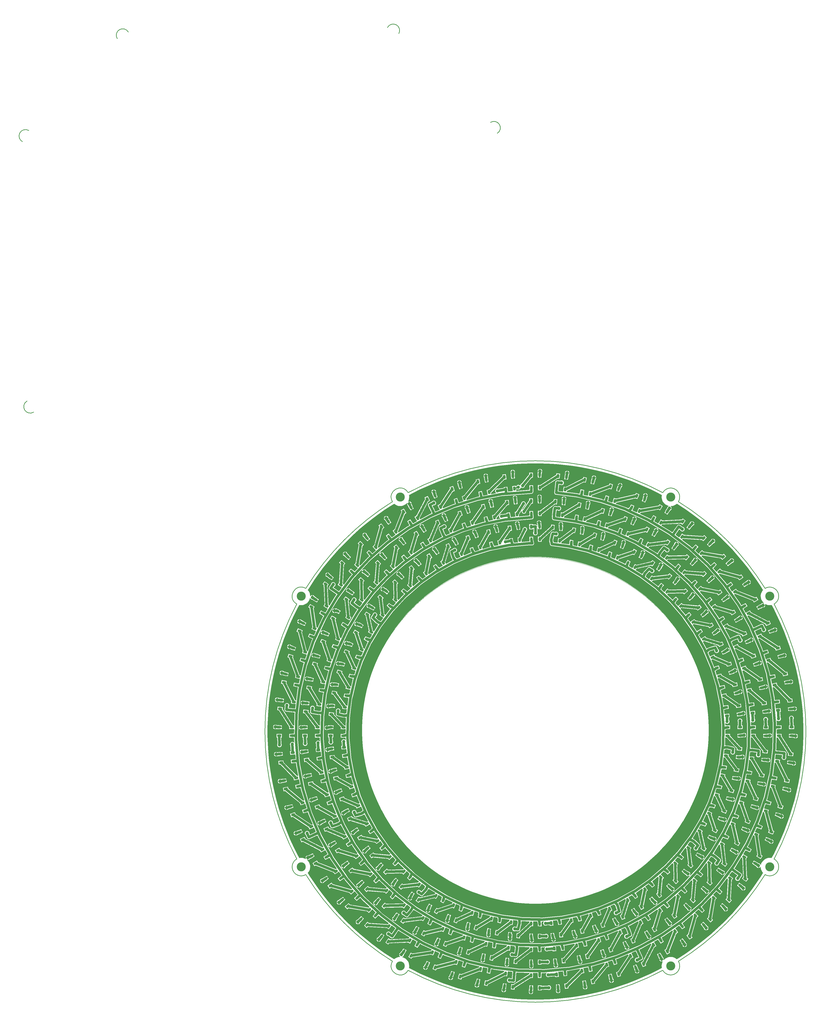
<source format=gtl>
G04 Layer_Physical_Order=1*
G04 Layer_Color=255*
%FSLAX42Y42*%
%MOMM*%
G71*
G01*
G75*
G04:AMPARAMS|DCode=10|XSize=1.5mm|YSize=0.9mm|CornerRadius=0mm|HoleSize=0mm|Usage=FLASHONLY|Rotation=186.000|XOffset=0mm|YOffset=0mm|HoleType=Round|Shape=Rectangle|*
%AMROTATEDRECTD10*
4,1,4,0.70,0.53,0.79,-0.37,-0.70,-0.53,-0.79,0.37,0.70,0.53,0.0*
%
%ADD10ROTATEDRECTD10*%

G04:AMPARAMS|DCode=11|XSize=1.5mm|YSize=0.9mm|CornerRadius=0mm|HoleSize=0mm|Usage=FLASHONLY|Rotation=90.933|XOffset=0mm|YOffset=0mm|HoleType=Round|Shape=Rectangle|*
%AMROTATEDRECTD11*
4,1,4,0.46,-0.74,-0.44,-0.76,-0.46,0.74,0.44,0.76,0.46,-0.74,0.0*
%
%ADD11ROTATEDRECTD11*%

G04:AMPARAMS|DCode=12|XSize=1.5mm|YSize=0.9mm|CornerRadius=0mm|HoleSize=0mm|Usage=FLASHONLY|Rotation=83.500|XOffset=0mm|YOffset=0mm|HoleType=Round|Shape=Rectangle|*
%AMROTATEDRECTD12*
4,1,4,0.36,-0.80,-0.53,-0.69,-0.36,0.80,0.53,0.69,0.36,-0.80,0.0*
%
%ADD12ROTATEDRECTD12*%

G04:AMPARAMS|DCode=13|XSize=1.5mm|YSize=0.9mm|CornerRadius=0mm|HoleSize=0mm|Usage=FLASHONLY|Rotation=77.809|XOffset=0mm|YOffset=0mm|HoleType=Round|Shape=Rectangle|*
%AMROTATEDRECTD13*
4,1,4,0.28,-0.83,-0.60,-0.64,-0.28,0.83,0.60,0.64,0.28,-0.83,0.0*
%
%ADD13ROTATEDRECTD13*%

G04:AMPARAMS|DCode=14|XSize=1.5mm|YSize=0.9mm|CornerRadius=0mm|HoleSize=0mm|Usage=FLASHONLY|Rotation=72.154|XOffset=0mm|YOffset=0mm|HoleType=Round|Shape=Rectangle|*
%AMROTATEDRECTD14*
4,1,4,0.20,-0.85,-0.66,-0.58,-0.20,0.85,0.66,0.58,0.20,-0.85,0.0*
%
%ADD14ROTATEDRECTD14*%

G04:AMPARAMS|DCode=15|XSize=1.5mm|YSize=0.9mm|CornerRadius=0mm|HoleSize=0mm|Usage=FLASHONLY|Rotation=72.154|XOffset=0mm|YOffset=0mm|HoleType=Round|Shape=Rectangle|*
%AMROTATEDRECTD15*
4,1,4,0.20,-0.85,-0.66,-0.58,-0.20,0.85,0.66,0.58,0.20,-0.85,0.0*
%
%ADD15ROTATEDRECTD15*%

G04:AMPARAMS|DCode=16|XSize=1.5mm|YSize=0.9mm|CornerRadius=0mm|HoleSize=0mm|Usage=FLASHONLY|Rotation=66.145|XOffset=0mm|YOffset=0mm|HoleType=Round|Shape=Rectangle|*
%AMROTATEDRECTD16*
4,1,4,0.11,-0.87,-0.71,-0.50,-0.11,0.87,0.71,0.50,0.11,-0.87,0.0*
%
%ADD16ROTATEDRECTD16*%

G04:AMPARAMS|DCode=17|XSize=1.5mm|YSize=0.9mm|CornerRadius=0mm|HoleSize=0mm|Usage=FLASHONLY|Rotation=53.687|XOffset=0mm|YOffset=0mm|HoleType=Round|Shape=Rectangle|*
%AMROTATEDRECTD17*
4,1,4,-0.08,-0.87,-0.81,-0.34,0.08,0.87,0.81,0.34,-0.08,-0.87,0.0*
%
%ADD17ROTATEDRECTD17*%

G04:AMPARAMS|DCode=18|XSize=1.5mm|YSize=0.9mm|CornerRadius=0mm|HoleSize=0mm|Usage=FLASHONLY|Rotation=48.636|XOffset=0mm|YOffset=0mm|HoleType=Round|Shape=Rectangle|*
%AMROTATEDRECTD18*
4,1,4,-0.16,-0.86,-0.83,-0.27,0.16,0.86,0.83,0.27,-0.16,-0.86,0.0*
%
%ADD18ROTATEDRECTD18*%

G04:AMPARAMS|DCode=19|XSize=1.5mm|YSize=0.9mm|CornerRadius=0mm|HoleSize=0mm|Usage=FLASHONLY|Rotation=41.123|XOffset=0mm|YOffset=0mm|HoleType=Round|Shape=Rectangle|*
%AMROTATEDRECTD19*
4,1,4,-0.27,-0.83,-0.86,-0.15,0.27,0.83,0.86,0.15,-0.27,-0.83,0.0*
%
%ADD19ROTATEDRECTD19*%

G04:AMPARAMS|DCode=20|XSize=1.5mm|YSize=0.9mm|CornerRadius=0mm|HoleSize=0mm|Usage=FLASHONLY|Rotation=36.078|XOffset=0mm|YOffset=0mm|HoleType=Round|Shape=Rectangle|*
%AMROTATEDRECTD20*
4,1,4,-0.34,-0.81,-0.87,-0.08,0.34,0.81,0.87,0.08,-0.34,-0.81,0.0*
%
%ADD20ROTATEDRECTD20*%

G04:AMPARAMS|DCode=21|XSize=1.5mm|YSize=0.9mm|CornerRadius=0mm|HoleSize=0mm|Usage=FLASHONLY|Rotation=24.134|XOffset=0mm|YOffset=0mm|HoleType=Round|Shape=Rectangle|*
%AMROTATEDRECTD21*
4,1,4,-0.50,-0.72,-0.87,0.10,0.50,0.72,0.87,-0.10,-0.50,-0.72,0.0*
%
%ADD21ROTATEDRECTD21*%

G04:AMPARAMS|DCode=22|XSize=1.5mm|YSize=0.9mm|CornerRadius=0mm|HoleSize=0mm|Usage=FLASHONLY|Rotation=16.943|XOffset=0mm|YOffset=0mm|HoleType=Round|Shape=Rectangle|*
%AMROTATEDRECTD22*
4,1,4,-0.59,-0.65,-0.85,0.21,0.59,0.65,0.85,-0.21,-0.59,-0.65,0.0*
%
%ADD22ROTATEDRECTD22*%

G04:AMPARAMS|DCode=23|XSize=1.5mm|YSize=0.9mm|CornerRadius=0mm|HoleSize=0mm|Usage=FLASHONLY|Rotation=11.738|XOffset=0mm|YOffset=0mm|HoleType=Round|Shape=Rectangle|*
%AMROTATEDRECTD23*
4,1,4,-0.64,-0.59,-0.83,0.29,0.64,0.59,0.83,-0.29,-0.64,-0.59,0.0*
%
%ADD23ROTATEDRECTD23*%

G04:AMPARAMS|DCode=24|XSize=1.5mm|YSize=0.9mm|CornerRadius=0mm|HoleSize=0mm|Usage=FLASHONLY|Rotation=96.500|XOffset=0mm|YOffset=0mm|HoleType=Round|Shape=Rectangle|*
%AMROTATEDRECTD24*
4,1,4,0.53,-0.69,-0.36,-0.80,-0.53,0.69,0.36,0.80,0.53,-0.69,0.0*
%
%ADD24ROTATEDRECTD24*%

G04:AMPARAMS|DCode=25|XSize=1.5mm|YSize=0.9mm|CornerRadius=0mm|HoleSize=0mm|Usage=FLASHONLY|Rotation=91.000|XOffset=0mm|YOffset=0mm|HoleType=Round|Shape=Rectangle|*
%AMROTATEDRECTD25*
4,1,4,0.46,-0.74,-0.44,-0.76,-0.46,0.74,0.44,0.76,0.46,-0.74,0.0*
%
%ADD25ROTATEDRECTD25*%

G04:AMPARAMS|DCode=26|XSize=1.5mm|YSize=0.9mm|CornerRadius=0mm|HoleSize=0mm|Usage=FLASHONLY|Rotation=84.000|XOffset=0mm|YOffset=0mm|HoleType=Round|Shape=Rectangle|*
%AMROTATEDRECTD26*
4,1,4,0.37,-0.79,-0.53,-0.70,-0.37,0.79,0.53,0.70,0.37,-0.79,0.0*
%
%ADD26ROTATEDRECTD26*%

G04:AMPARAMS|DCode=27|XSize=1.5mm|YSize=0.9mm|CornerRadius=0mm|HoleSize=0mm|Usage=FLASHONLY|Rotation=78.000|XOffset=0mm|YOffset=0mm|HoleType=Round|Shape=Rectangle|*
%AMROTATEDRECTD27*
4,1,4,0.28,-0.83,-0.60,-0.64,-0.28,0.83,0.60,0.64,0.28,-0.83,0.0*
%
%ADD27ROTATEDRECTD27*%

G04:AMPARAMS|DCode=28|XSize=1.5mm|YSize=0.9mm|CornerRadius=0mm|HoleSize=0mm|Usage=FLASHONLY|Rotation=73.000|XOffset=0mm|YOffset=0mm|HoleType=Round|Shape=Rectangle|*
%AMROTATEDRECTD28*
4,1,4,0.21,-0.85,-0.65,-0.59,-0.21,0.85,0.65,0.59,0.21,-0.85,0.0*
%
%ADD28ROTATEDRECTD28*%

G04:AMPARAMS|DCode=29|XSize=1.5mm|YSize=0.9mm|CornerRadius=0mm|HoleSize=0mm|Usage=FLASHONLY|Rotation=67.000|XOffset=0mm|YOffset=0mm|HoleType=Round|Shape=Rectangle|*
%AMROTATEDRECTD29*
4,1,4,0.12,-0.87,-0.71,-0.51,-0.12,0.87,0.71,0.51,0.12,-0.87,0.0*
%
%ADD29ROTATEDRECTD29*%

G04:AMPARAMS|DCode=30|XSize=1.5mm|YSize=0.9mm|CornerRadius=0mm|HoleSize=0mm|Usage=FLASHONLY|Rotation=54.000|XOffset=0mm|YOffset=0mm|HoleType=Round|Shape=Rectangle|*
%AMROTATEDRECTD30*
4,1,4,-0.08,-0.87,-0.80,-0.34,0.08,0.87,0.80,0.34,-0.08,-0.87,0.0*
%
%ADD30ROTATEDRECTD30*%

G04:AMPARAMS|DCode=31|XSize=1.5mm|YSize=0.9mm|CornerRadius=0mm|HoleSize=0mm|Usage=FLASHONLY|Rotation=48.000|XOffset=0mm|YOffset=0mm|HoleType=Round|Shape=Rectangle|*
%AMROTATEDRECTD31*
4,1,4,-0.17,-0.86,-0.84,-0.26,0.17,0.86,0.84,0.26,-0.17,-0.86,0.0*
%
%ADD31ROTATEDRECTD31*%

G04:AMPARAMS|DCode=32|XSize=1.5mm|YSize=0.9mm|CornerRadius=0mm|HoleSize=0mm|Usage=FLASHONLY|Rotation=43.000|XOffset=0mm|YOffset=0mm|HoleType=Round|Shape=Rectangle|*
%AMROTATEDRECTD32*
4,1,4,-0.24,-0.84,-0.86,-0.18,0.24,0.84,0.86,0.18,-0.24,-0.84,0.0*
%
%ADD32ROTATEDRECTD32*%

G04:AMPARAMS|DCode=33|XSize=1.5mm|YSize=0.9mm|CornerRadius=0mm|HoleSize=0mm|Usage=FLASHONLY|Rotation=36.500|XOffset=0mm|YOffset=0mm|HoleType=Round|Shape=Rectangle|*
%AMROTATEDRECTD33*
4,1,4,-0.34,-0.81,-0.87,-0.08,0.34,0.81,0.87,0.08,-0.34,-0.81,0.0*
%
%ADD33ROTATEDRECTD33*%

G04:AMPARAMS|DCode=34|XSize=1.5mm|YSize=0.9mm|CornerRadius=0mm|HoleSize=0mm|Usage=FLASHONLY|Rotation=30.000|XOffset=0mm|YOffset=0mm|HoleType=Round|Shape=Rectangle|*
%AMROTATEDRECTD34*
4,1,4,-0.42,-0.76,-0.87,0.01,0.42,0.76,0.87,-0.01,-0.42,-0.76,0.0*
%
%ADD34ROTATEDRECTD34*%

G04:AMPARAMS|DCode=35|XSize=1.5mm|YSize=0.9mm|CornerRadius=0mm|HoleSize=0mm|Usage=FLASHONLY|Rotation=24.500|XOffset=0mm|YOffset=0mm|HoleType=Round|Shape=Rectangle|*
%AMROTATEDRECTD35*
4,1,4,-0.50,-0.72,-0.87,0.10,0.50,0.72,0.87,-0.10,-0.50,-0.72,0.0*
%
%ADD35ROTATEDRECTD35*%

G04:AMPARAMS|DCode=36|XSize=1.5mm|YSize=0.9mm|CornerRadius=0mm|HoleSize=0mm|Usage=FLASHONLY|Rotation=18.500|XOffset=0mm|YOffset=0mm|HoleType=Round|Shape=Rectangle|*
%AMROTATEDRECTD36*
4,1,4,-0.57,-0.66,-0.85,0.19,0.57,0.66,0.85,-0.19,-0.57,-0.66,0.0*
%
%ADD36ROTATEDRECTD36*%

G04:AMPARAMS|DCode=37|XSize=1.5mm|YSize=0.9mm|CornerRadius=0mm|HoleSize=0mm|Usage=FLASHONLY|Rotation=11.000|XOffset=0mm|YOffset=0mm|HoleType=Round|Shape=Rectangle|*
%AMROTATEDRECTD37*
4,1,4,-0.65,-0.58,-0.82,0.30,0.65,0.58,0.82,-0.30,-0.65,-0.58,0.0*
%
%ADD37ROTATEDRECTD37*%

G04:AMPARAMS|DCode=38|XSize=1.5mm|YSize=0.9mm|CornerRadius=0mm|HoleSize=0mm|Usage=FLASHONLY|Rotation=66.250|XOffset=0mm|YOffset=0mm|HoleType=Round|Shape=Rectangle|*
%AMROTATEDRECTD38*
4,1,4,0.11,-0.87,-0.71,-0.51,-0.11,0.87,0.71,0.51,0.11,-0.87,0.0*
%
%ADD38ROTATEDRECTD38*%

G04:AMPARAMS|DCode=39|XSize=1.5mm|YSize=0.9mm|CornerRadius=0mm|HoleSize=0mm|Usage=FLASHONLY|Rotation=53.500|XOffset=0mm|YOffset=0mm|HoleType=Round|Shape=Rectangle|*
%AMROTATEDRECTD39*
4,1,4,-0.08,-0.87,-0.81,-0.34,0.08,0.87,0.81,0.34,-0.08,-0.87,0.0*
%
%ADD39ROTATEDRECTD39*%

G04:AMPARAMS|DCode=40|XSize=1.5mm|YSize=0.9mm|CornerRadius=0mm|HoleSize=0mm|Usage=FLASHONLY|Rotation=42.000|XOffset=0mm|YOffset=0mm|HoleType=Round|Shape=Rectangle|*
%AMROTATEDRECTD40*
4,1,4,-0.26,-0.84,-0.86,-0.17,0.26,0.84,0.86,0.17,-0.26,-0.84,0.0*
%
%ADD40ROTATEDRECTD40*%

G04:AMPARAMS|DCode=41|XSize=1.5mm|YSize=0.9mm|CornerRadius=0mm|HoleSize=0mm|Usage=FLASHONLY|Rotation=36.000|XOffset=0mm|YOffset=0mm|HoleType=Round|Shape=Rectangle|*
%AMROTATEDRECTD41*
4,1,4,-0.34,-0.80,-0.87,-0.08,0.34,0.80,0.87,0.08,-0.34,-0.80,0.0*
%
%ADD41ROTATEDRECTD41*%

G04:AMPARAMS|DCode=42|XSize=1.5mm|YSize=0.9mm|CornerRadius=0mm|HoleSize=0mm|Usage=FLASHONLY|Rotation=24.113|XOffset=0mm|YOffset=0mm|HoleType=Round|Shape=Rectangle|*
%AMROTATEDRECTD42*
4,1,4,-0.50,-0.72,-0.87,0.10,0.50,0.72,0.87,-0.10,-0.50,-0.72,0.0*
%
%ADD42ROTATEDRECTD42*%

G04:AMPARAMS|DCode=43|XSize=1.5mm|YSize=0.9mm|CornerRadius=0mm|HoleSize=0mm|Usage=FLASHONLY|Rotation=18.000|XOffset=0mm|YOffset=0mm|HoleType=Round|Shape=Rectangle|*
%AMROTATEDRECTD43*
4,1,4,-0.57,-0.66,-0.85,0.20,0.57,0.66,0.85,-0.20,-0.57,-0.66,0.0*
%
%ADD43ROTATEDRECTD43*%

G04:AMPARAMS|DCode=44|XSize=1.5mm|YSize=0.9mm|CornerRadius=0mm|HoleSize=0mm|Usage=FLASHONLY|Rotation=12.500|XOffset=0mm|YOffset=0mm|HoleType=Round|Shape=Rectangle|*
%AMROTATEDRECTD44*
4,1,4,-0.63,-0.60,-0.83,0.28,0.63,0.60,0.83,-0.28,-0.63,-0.60,0.0*
%
%ADD44ROTATEDRECTD44*%

G04:AMPARAMS|DCode=45|XSize=1.5mm|YSize=0.9mm|CornerRadius=0mm|HoleSize=0mm|Usage=FLASHONLY|Rotation=5.500|XOffset=0mm|YOffset=0mm|HoleType=Round|Shape=Rectangle|*
%AMROTATEDRECTD45*
4,1,4,-0.70,-0.52,-0.79,0.38,0.70,0.52,0.79,-0.38,-0.70,-0.52,0.0*
%
%ADD45ROTATEDRECTD45*%

G04:AMPARAMS|DCode=46|XSize=1.5mm|YSize=0.9mm|CornerRadius=0mm|HoleSize=0mm|Usage=FLASHONLY|Rotation=72.500|XOffset=0mm|YOffset=0mm|HoleType=Round|Shape=Rectangle|*
%AMROTATEDRECTD46*
4,1,4,0.20,-0.85,-0.65,-0.58,-0.20,0.85,0.65,0.58,0.20,-0.85,0.0*
%
%ADD46ROTATEDRECTD46*%

G04:AMPARAMS|DCode=47|XSize=1.5mm|YSize=0.9mm|CornerRadius=0mm|HoleSize=0mm|Usage=FLASHONLY|Rotation=29.435|XOffset=0mm|YOffset=0mm|HoleType=Round|Shape=Rectangle|*
%AMROTATEDRECTD47*
4,1,4,-0.43,-0.76,-0.87,0.02,0.43,0.76,0.87,-0.02,-0.43,-0.76,0.0*
%
%ADD47ROTATEDRECTD47*%

G04:AMPARAMS|DCode=48|XSize=1.5mm|YSize=0.9mm|CornerRadius=0mm|HoleSize=0mm|Usage=FLASHONLY|Rotation=60.500|XOffset=0mm|YOffset=0mm|HoleType=Round|Shape=Rectangle|*
%AMROTATEDRECTD48*
4,1,4,0.02,-0.87,-0.76,-0.43,-0.02,0.87,0.76,0.43,0.02,-0.87,0.0*
%
%ADD48ROTATEDRECTD48*%

G04:AMPARAMS|DCode=49|XSize=1.5mm|YSize=0.9mm|CornerRadius=0mm|HoleSize=0mm|Usage=FLASHONLY|Rotation=61.000|XOffset=0mm|YOffset=0mm|HoleType=Round|Shape=Rectangle|*
%AMROTATEDRECTD49*
4,1,4,0.03,-0.87,-0.76,-0.44,-0.03,0.87,0.76,0.44,0.03,-0.87,0.0*
%
%ADD49ROTATEDRECTD49*%

G04:AMPARAMS|DCode=50|XSize=1.5mm|YSize=0.9mm|CornerRadius=0mm|HoleSize=0mm|Usage=FLASHONLY|Rotation=60.534|XOffset=0mm|YOffset=0mm|HoleType=Round|Shape=Rectangle|*
%AMROTATEDRECTD50*
4,1,4,0.02,-0.87,-0.76,-0.43,-0.02,0.87,0.76,0.43,0.02,-0.87,0.0*
%
%ADD50ROTATEDRECTD50*%

G04:AMPARAMS|DCode=51|XSize=1.5mm|YSize=0.9mm|CornerRadius=0mm|HoleSize=0mm|Usage=FLASHONLY|Rotation=0.500|XOffset=0mm|YOffset=0mm|HoleType=Round|Shape=Rectangle|*
%AMROTATEDRECTD51*
4,1,4,-0.75,-0.46,-0.75,0.44,0.75,0.46,0.75,-0.44,-0.75,-0.46,0.0*
%
%ADD51ROTATEDRECTD51*%

G04:AMPARAMS|DCode=52|XSize=1.5mm|YSize=0.9mm|CornerRadius=0mm|HoleSize=0mm|Usage=FLASHONLY|Rotation=359.500|XOffset=0mm|YOffset=0mm|HoleType=Round|Shape=Rectangle|*
%AMROTATEDRECTD52*
4,1,4,-0.75,-0.44,-0.75,0.46,0.75,0.44,0.75,-0.46,-0.75,-0.44,0.0*
%
%ADD52ROTATEDRECTD52*%

%ADD53R,1.50X0.90*%
G04:AMPARAMS|DCode=54|XSize=1.5mm|YSize=0.9mm|CornerRadius=0mm|HoleSize=0mm|Usage=FLASHONLY|Rotation=353.500|XOffset=0mm|YOffset=0mm|HoleType=Round|Shape=Rectangle|*
%AMROTATEDRECTD54*
4,1,4,-0.80,-0.36,-0.69,0.53,0.80,0.36,0.69,-0.53,-0.80,-0.36,0.0*
%
%ADD54ROTATEDRECTD54*%

G04:AMPARAMS|DCode=55|XSize=1.5mm|YSize=0.9mm|CornerRadius=0mm|HoleSize=0mm|Usage=FLASHONLY|Rotation=353.000|XOffset=0mm|YOffset=0mm|HoleType=Round|Shape=Rectangle|*
%AMROTATEDRECTD55*
4,1,4,-0.80,-0.36,-0.69,0.54,0.80,0.36,0.69,-0.54,-0.80,-0.36,0.0*
%
%ADD55ROTATEDRECTD55*%

G04:AMPARAMS|DCode=56|XSize=1.5mm|YSize=0.9mm|CornerRadius=0mm|HoleSize=0mm|Usage=FLASHONLY|Rotation=348.000|XOffset=0mm|YOffset=0mm|HoleType=Round|Shape=Rectangle|*
%AMROTATEDRECTD56*
4,1,4,-0.83,-0.28,-0.64,0.60,0.83,0.28,0.64,-0.60,-0.83,-0.28,0.0*
%
%ADD56ROTATEDRECTD56*%

G04:AMPARAMS|DCode=57|XSize=1.5mm|YSize=0.9mm|CornerRadius=0mm|HoleSize=0mm|Usage=FLASHONLY|Rotation=342.000|XOffset=0mm|YOffset=0mm|HoleType=Round|Shape=Rectangle|*
%AMROTATEDRECTD57*
4,1,4,-0.85,-0.20,-0.57,0.66,0.85,0.20,0.57,-0.66,-0.85,-0.20,0.0*
%
%ADD57ROTATEDRECTD57*%

G04:AMPARAMS|DCode=58|XSize=1.5mm|YSize=0.9mm|CornerRadius=0mm|HoleSize=0mm|Usage=FLASHONLY|Rotation=342.000|XOffset=0mm|YOffset=0mm|HoleType=Round|Shape=Rectangle|*
%AMROTATEDRECTD58*
4,1,4,-0.85,-0.20,-0.57,0.66,0.85,0.20,0.57,-0.66,-0.85,-0.20,0.0*
%
%ADD58ROTATEDRECTD58*%

G04:AMPARAMS|DCode=59|XSize=1.5mm|YSize=0.9mm|CornerRadius=0mm|HoleSize=0mm|Usage=FLASHONLY|Rotation=348.000|XOffset=0mm|YOffset=0mm|HoleType=Round|Shape=Rectangle|*
%AMROTATEDRECTD59*
4,1,4,-0.83,-0.28,-0.64,0.60,0.83,0.28,0.64,-0.60,-0.83,-0.28,0.0*
%
%ADD59ROTATEDRECTD59*%

G04:AMPARAMS|DCode=60|XSize=1.5mm|YSize=0.9mm|CornerRadius=0mm|HoleSize=0mm|Usage=FLASHONLY|Rotation=348.000|XOffset=0mm|YOffset=0mm|HoleType=Round|Shape=Rectangle|*
%AMROTATEDRECTD60*
4,1,4,-0.83,-0.28,-0.64,0.60,0.83,0.28,0.64,-0.60,-0.83,-0.28,0.0*
%
%ADD60ROTATEDRECTD60*%

G04:AMPARAMS|DCode=61|XSize=1.5mm|YSize=0.9mm|CornerRadius=0mm|HoleSize=0mm|Usage=FLASHONLY|Rotation=335.990|XOffset=0mm|YOffset=0mm|HoleType=Round|Shape=Rectangle|*
%AMROTATEDRECTD61*
4,1,4,-0.87,-0.11,-0.50,0.72,0.87,0.11,0.50,-0.72,-0.87,-0.11,0.0*
%
%ADD61ROTATEDRECTD61*%

G04:AMPARAMS|DCode=62|XSize=1.5mm|YSize=0.9mm|CornerRadius=0mm|HoleSize=0mm|Usage=FLASHONLY|Rotation=335.751|XOffset=0mm|YOffset=0mm|HoleType=Round|Shape=Rectangle|*
%AMROTATEDRECTD62*
4,1,4,-0.87,-0.10,-0.50,0.72,0.87,0.10,0.50,-0.72,-0.87,-0.10,0.0*
%
%ADD62ROTATEDRECTD62*%

G04:AMPARAMS|DCode=63|XSize=1.5mm|YSize=0.9mm|CornerRadius=0mm|HoleSize=0mm|Usage=FLASHONLY|Rotation=335.000|XOffset=0mm|YOffset=0mm|HoleType=Round|Shape=Rectangle|*
%AMROTATEDRECTD63*
4,1,4,-0.87,-0.09,-0.49,0.72,0.87,0.09,0.49,-0.72,-0.87,-0.09,0.0*
%
%ADD63ROTATEDRECTD63*%

G04:AMPARAMS|DCode=64|XSize=1.5mm|YSize=0.9mm|CornerRadius=0mm|HoleSize=0mm|Usage=FLASHONLY|Rotation=329.000|XOffset=0mm|YOffset=0mm|HoleType=Round|Shape=Rectangle|*
%AMROTATEDRECTD64*
4,1,4,-0.87,0.00,-0.41,0.77,0.87,-0.00,0.41,-0.77,-0.87,0.00,0.0*
%
%ADD64ROTATEDRECTD64*%

G04:AMPARAMS|DCode=65|XSize=1.5mm|YSize=0.9mm|CornerRadius=0mm|HoleSize=0mm|Usage=FLASHONLY|Rotation=329.500|XOffset=0mm|YOffset=0mm|HoleType=Round|Shape=Rectangle|*
%AMROTATEDRECTD65*
4,1,4,-0.87,-0.01,-0.42,0.77,0.87,0.01,0.42,-0.77,-0.87,-0.01,0.0*
%
%ADD65ROTATEDRECTD65*%

G04:AMPARAMS|DCode=66|XSize=1.5mm|YSize=0.9mm|CornerRadius=0mm|HoleSize=0mm|Usage=FLASHONLY|Rotation=329.500|XOffset=0mm|YOffset=0mm|HoleType=Round|Shape=Rectangle|*
%AMROTATEDRECTD66*
4,1,4,-0.87,-0.01,-0.42,0.77,0.87,0.01,0.42,-0.77,-0.87,-0.01,0.0*
%
%ADD66ROTATEDRECTD66*%

G04:AMPARAMS|DCode=67|XSize=1.5mm|YSize=0.9mm|CornerRadius=0mm|HoleSize=0mm|Usage=FLASHONLY|Rotation=323.000|XOffset=0mm|YOffset=0mm|HoleType=Round|Shape=Rectangle|*
%AMROTATEDRECTD67*
4,1,4,-0.87,0.09,-0.33,0.81,0.87,-0.09,0.33,-0.81,-0.87,0.09,0.0*
%
%ADD67ROTATEDRECTD67*%

G04:AMPARAMS|DCode=68|XSize=1.5mm|YSize=0.9mm|CornerRadius=0mm|HoleSize=0mm|Usage=FLASHONLY|Rotation=324.000|XOffset=0mm|YOffset=0mm|HoleType=Round|Shape=Rectangle|*
%AMROTATEDRECTD68*
4,1,4,-0.87,0.08,-0.34,0.80,0.87,-0.08,0.34,-0.80,-0.87,0.08,0.0*
%
%ADD68ROTATEDRECTD68*%

G04:AMPARAMS|DCode=69|XSize=1.5mm|YSize=0.9mm|CornerRadius=0mm|HoleSize=0mm|Usage=FLASHONLY|Rotation=323.500|XOffset=0mm|YOffset=0mm|HoleType=Round|Shape=Rectangle|*
%AMROTATEDRECTD69*
4,1,4,-0.87,0.08,-0.34,0.81,0.87,-0.08,0.34,-0.81,-0.87,0.08,0.0*
%
%ADD69ROTATEDRECTD69*%

G04:AMPARAMS|DCode=70|XSize=1.5mm|YSize=0.9mm|CornerRadius=0mm|HoleSize=0mm|Usage=FLASHONLY|Rotation=318.000|XOffset=0mm|YOffset=0mm|HoleType=Round|Shape=Rectangle|*
%AMROTATEDRECTD70*
4,1,4,-0.86,0.17,-0.26,0.84,0.86,-0.17,0.26,-0.84,-0.86,0.17,0.0*
%
%ADD70ROTATEDRECTD70*%

G04:AMPARAMS|DCode=71|XSize=1.5mm|YSize=0.9mm|CornerRadius=0mm|HoleSize=0mm|Usage=FLASHONLY|Rotation=318.000|XOffset=0mm|YOffset=0mm|HoleType=Round|Shape=Rectangle|*
%AMROTATEDRECTD71*
4,1,4,-0.86,0.17,-0.26,0.84,0.86,-0.17,0.26,-0.84,-0.86,0.17,0.0*
%
%ADD71ROTATEDRECTD71*%

G04:AMPARAMS|DCode=72|XSize=1.5mm|YSize=0.9mm|CornerRadius=0mm|HoleSize=0mm|Usage=FLASHONLY|Rotation=311.500|XOffset=0mm|YOffset=0mm|HoleType=Round|Shape=Rectangle|*
%AMROTATEDRECTD72*
4,1,4,-0.83,0.26,-0.16,0.86,0.83,-0.26,0.16,-0.86,-0.83,0.26,0.0*
%
%ADD72ROTATEDRECTD72*%

G04:AMPARAMS|DCode=73|XSize=1.5mm|YSize=0.9mm|CornerRadius=0mm|HoleSize=0mm|Usage=FLASHONLY|Rotation=306.000|XOffset=0mm|YOffset=0mm|HoleType=Round|Shape=Rectangle|*
%AMROTATEDRECTD73*
4,1,4,-0.80,0.34,-0.08,0.87,0.80,-0.34,0.08,-0.87,-0.80,0.34,0.0*
%
%ADD73ROTATEDRECTD73*%

G04:AMPARAMS|DCode=74|XSize=1.5mm|YSize=0.9mm|CornerRadius=0mm|HoleSize=0mm|Usage=FLASHONLY|Rotation=305.000|XOffset=0mm|YOffset=0mm|HoleType=Round|Shape=Rectangle|*
%AMROTATEDRECTD74*
4,1,4,-0.80,0.36,-0.06,0.87,0.80,-0.36,0.06,-0.87,-0.80,0.36,0.0*
%
%ADD74ROTATEDRECTD74*%

G04:AMPARAMS|DCode=75|XSize=1.5mm|YSize=0.9mm|CornerRadius=0mm|HoleSize=0mm|Usage=FLASHONLY|Rotation=304.500|XOffset=0mm|YOffset=0mm|HoleType=Round|Shape=Rectangle|*
%AMROTATEDRECTD75*
4,1,4,-0.80,0.36,-0.05,0.87,0.80,-0.36,0.05,-0.87,-0.80,0.36,0.0*
%
%ADD75ROTATEDRECTD75*%

G04:AMPARAMS|DCode=76|XSize=1.5mm|YSize=0.9mm|CornerRadius=0mm|HoleSize=0mm|Usage=FLASHONLY|Rotation=300.239|XOffset=0mm|YOffset=0mm|HoleType=Round|Shape=Rectangle|*
%AMROTATEDRECTD76*
4,1,4,-0.77,0.42,0.01,0.87,0.77,-0.42,-0.01,-0.87,-0.77,0.42,0.0*
%
%ADD76ROTATEDRECTD76*%

G04:AMPARAMS|DCode=77|XSize=1.5mm|YSize=0.9mm|CornerRadius=0mm|HoleSize=0mm|Usage=FLASHONLY|Rotation=299.432|XOffset=0mm|YOffset=0mm|HoleType=Round|Shape=Rectangle|*
%AMROTATEDRECTD77*
4,1,4,-0.76,0.43,0.02,0.87,0.76,-0.43,-0.02,-0.87,-0.76,0.43,0.0*
%
%ADD77ROTATEDRECTD77*%

G04:AMPARAMS|DCode=78|XSize=1.5mm|YSize=0.9mm|CornerRadius=0mm|HoleSize=0mm|Usage=FLASHONLY|Rotation=299.000|XOffset=0mm|YOffset=0mm|HoleType=Round|Shape=Rectangle|*
%AMROTATEDRECTD78*
4,1,4,-0.76,0.44,0.03,0.87,0.76,-0.44,-0.03,-0.87,-0.76,0.44,0.0*
%
%ADD78ROTATEDRECTD78*%

G04:AMPARAMS|DCode=79|XSize=1.5mm|YSize=0.9mm|CornerRadius=0mm|HoleSize=0mm|Usage=FLASHONLY|Rotation=293.500|XOffset=0mm|YOffset=0mm|HoleType=Round|Shape=Rectangle|*
%AMROTATEDRECTD79*
4,1,4,-0.71,0.51,0.11,0.87,0.71,-0.51,-0.11,-0.87,-0.71,0.51,0.0*
%
%ADD79ROTATEDRECTD79*%

G04:AMPARAMS|DCode=80|XSize=1.5mm|YSize=0.9mm|CornerRadius=0mm|HoleSize=0mm|Usage=FLASHONLY|Rotation=293.000|XOffset=0mm|YOffset=0mm|HoleType=Round|Shape=Rectangle|*
%AMROTATEDRECTD80*
4,1,4,-0.71,0.51,0.12,0.87,0.71,-0.51,-0.12,-0.87,-0.71,0.51,0.0*
%
%ADD80ROTATEDRECTD80*%

G04:AMPARAMS|DCode=81|XSize=1.5mm|YSize=0.9mm|CornerRadius=0mm|HoleSize=0mm|Usage=FLASHONLY|Rotation=294.000|XOffset=0mm|YOffset=0mm|HoleType=Round|Shape=Rectangle|*
%AMROTATEDRECTD81*
4,1,4,-0.72,0.50,0.11,0.87,0.72,-0.50,-0.11,-0.87,-0.72,0.50,0.0*
%
%ADD81ROTATEDRECTD81*%

G04:AMPARAMS|DCode=82|XSize=1.5mm|YSize=0.9mm|CornerRadius=0mm|HoleSize=0mm|Usage=FLASHONLY|Rotation=287.000|XOffset=0mm|YOffset=0mm|HoleType=Round|Shape=Rectangle|*
%AMROTATEDRECTD82*
4,1,4,-0.65,0.59,0.21,0.85,0.65,-0.59,-0.21,-0.85,-0.65,0.59,0.0*
%
%ADD82ROTATEDRECTD82*%

G04:AMPARAMS|DCode=83|XSize=1.5mm|YSize=0.9mm|CornerRadius=0mm|HoleSize=0mm|Usage=FLASHONLY|Rotation=288.000|XOffset=0mm|YOffset=0mm|HoleType=Round|Shape=Rectangle|*
%AMROTATEDRECTD83*
4,1,4,-0.66,0.57,0.20,0.85,0.66,-0.57,-0.20,-0.85,-0.66,0.57,0.0*
%
%ADD83ROTATEDRECTD83*%

G04:AMPARAMS|DCode=84|XSize=1.5mm|YSize=0.9mm|CornerRadius=0mm|HoleSize=0mm|Usage=FLASHONLY|Rotation=287.500|XOffset=0mm|YOffset=0mm|HoleType=Round|Shape=Rectangle|*
%AMROTATEDRECTD84*
4,1,4,-0.65,0.58,0.20,0.85,0.65,-0.58,-0.20,-0.85,-0.65,0.58,0.0*
%
%ADD84ROTATEDRECTD84*%

G04:AMPARAMS|DCode=85|XSize=1.5mm|YSize=0.9mm|CornerRadius=0mm|HoleSize=0mm|Usage=FLASHONLY|Rotation=281.500|XOffset=0mm|YOffset=0mm|HoleType=Round|Shape=Rectangle|*
%AMROTATEDRECTD85*
4,1,4,-0.59,0.65,0.29,0.82,0.59,-0.65,-0.29,-0.82,-0.59,0.65,0.0*
%
%ADD85ROTATEDRECTD85*%

G04:AMPARAMS|DCode=86|XSize=1.5mm|YSize=0.9mm|CornerRadius=0mm|HoleSize=0mm|Usage=FLASHONLY|Rotation=280.500|XOffset=0mm|YOffset=0mm|HoleType=Round|Shape=Rectangle|*
%AMROTATEDRECTD86*
4,1,4,-0.58,0.66,0.31,0.82,0.58,-0.66,-0.31,-0.82,-0.58,0.66,0.0*
%
%ADD86ROTATEDRECTD86*%

G04:AMPARAMS|DCode=87|XSize=1.5mm|YSize=0.9mm|CornerRadius=0mm|HoleSize=0mm|Usage=FLASHONLY|Rotation=270.109|XOffset=0mm|YOffset=0mm|HoleType=Round|Shape=Rectangle|*
%AMROTATEDRECTD87*
4,1,4,-0.45,0.75,0.45,0.75,0.45,-0.75,-0.45,-0.75,-0.45,0.75,0.0*
%
%ADD87ROTATEDRECTD87*%

G04:AMPARAMS|DCode=88|XSize=1.5mm|YSize=0.9mm|CornerRadius=0mm|HoleSize=0mm|Usage=FLASHONLY|Rotation=274.000|XOffset=0mm|YOffset=0mm|HoleType=Round|Shape=Rectangle|*
%AMROTATEDRECTD88*
4,1,4,-0.50,0.72,0.40,0.78,0.50,-0.72,-0.40,-0.78,-0.50,0.72,0.0*
%
%ADD88ROTATEDRECTD88*%

%ADD89R,0.90X1.50*%
G04:AMPARAMS|DCode=90|XSize=1.5mm|YSize=0.9mm|CornerRadius=0mm|HoleSize=0mm|Usage=FLASHONLY|Rotation=269.500|XOffset=0mm|YOffset=0mm|HoleType=Round|Shape=Rectangle|*
%AMROTATEDRECTD90*
4,1,4,-0.44,0.75,0.46,0.75,0.44,-0.75,-0.46,-0.75,-0.44,0.75,0.0*
%
%ADD90ROTATEDRECTD90*%

G04:AMPARAMS|DCode=91|XSize=1.5mm|YSize=0.9mm|CornerRadius=0mm|HoleSize=0mm|Usage=FLASHONLY|Rotation=216.767|XOffset=0mm|YOffset=0mm|HoleType=Round|Shape=Rectangle|*
%AMROTATEDRECTD91*
4,1,4,0.33,0.81,0.87,0.09,-0.33,-0.81,-0.87,-0.09,0.33,0.81,0.0*
%
%ADD91ROTATEDRECTD91*%

G04:AMPARAMS|DCode=92|XSize=1.5mm|YSize=0.9mm|CornerRadius=0mm|HoleSize=0mm|Usage=FLASHONLY|Rotation=203.000|XOffset=0mm|YOffset=0mm|HoleType=Round|Shape=Rectangle|*
%AMROTATEDRECTD92*
4,1,4,0.51,0.71,0.87,-0.12,-0.51,-0.71,-0.87,0.12,0.51,0.71,0.0*
%
%ADD92ROTATEDRECTD92*%

G04:AMPARAMS|DCode=93|XSize=1.5mm|YSize=0.9mm|CornerRadius=0mm|HoleSize=0mm|Usage=FLASHONLY|Rotation=186.500|XOffset=0mm|YOffset=0mm|HoleType=Round|Shape=Rectangle|*
%AMROTATEDRECTD93*
4,1,4,0.69,0.53,0.80,-0.36,-0.69,-0.53,-0.80,0.36,0.69,0.53,0.0*
%
%ADD93ROTATEDRECTD93*%

G04:AMPARAMS|DCode=94|XSize=1.5mm|YSize=0.9mm|CornerRadius=0mm|HoleSize=0mm|Usage=FLASHONLY|Rotation=179.000|XOffset=0mm|YOffset=0mm|HoleType=Round|Shape=Rectangle|*
%AMROTATEDRECTD94*
4,1,4,0.76,0.44,0.74,-0.46,-0.76,-0.44,-0.74,0.46,0.76,0.44,0.0*
%
%ADD94ROTATEDRECTD94*%

G04:AMPARAMS|DCode=95|XSize=1.5mm|YSize=0.9mm|CornerRadius=0mm|HoleSize=0mm|Usage=FLASHONLY|Rotation=172.500|XOffset=0mm|YOffset=0mm|HoleType=Round|Shape=Rectangle|*
%AMROTATEDRECTD95*
4,1,4,0.80,0.35,0.68,-0.54,-0.80,-0.35,-0.68,0.54,0.80,0.35,0.0*
%
%ADD95ROTATEDRECTD95*%

G04:AMPARAMS|DCode=96|XSize=1.5mm|YSize=0.9mm|CornerRadius=0mm|HoleSize=0mm|Usage=FLASHONLY|Rotation=167.000|XOffset=0mm|YOffset=0mm|HoleType=Round|Shape=Rectangle|*
%AMROTATEDRECTD96*
4,1,4,0.83,0.27,0.63,-0.61,-0.83,-0.27,-0.63,0.61,0.83,0.27,0.0*
%
%ADD96ROTATEDRECTD96*%

G04:AMPARAMS|DCode=97|XSize=1.5mm|YSize=0.9mm|CornerRadius=0mm|HoleSize=0mm|Usage=FLASHONLY|Rotation=161.000|XOffset=0mm|YOffset=0mm|HoleType=Round|Shape=Rectangle|*
%AMROTATEDRECTD97*
4,1,4,0.86,0.18,0.56,-0.67,-0.86,-0.18,-0.56,0.67,0.86,0.18,0.0*
%
%ADD97ROTATEDRECTD97*%

G04:AMPARAMS|DCode=98|XSize=1.5mm|YSize=0.9mm|CornerRadius=0mm|HoleSize=0mm|Usage=FLASHONLY|Rotation=160.500|XOffset=0mm|YOffset=0mm|HoleType=Round|Shape=Rectangle|*
%AMROTATEDRECTD98*
4,1,4,0.86,0.17,0.56,-0.67,-0.86,-0.17,-0.56,0.67,0.86,0.17,0.0*
%
%ADD98ROTATEDRECTD98*%

G04:AMPARAMS|DCode=99|XSize=1.5mm|YSize=0.9mm|CornerRadius=0mm|HoleSize=0mm|Usage=FLASHONLY|Rotation=154.500|XOffset=0mm|YOffset=0mm|HoleType=Round|Shape=Rectangle|*
%AMROTATEDRECTD99*
4,1,4,0.87,0.08,0.48,-0.73,-0.87,-0.08,-0.48,0.73,0.87,0.08,0.0*
%
%ADD99ROTATEDRECTD99*%

G04:AMPARAMS|DCode=100|XSize=1.5mm|YSize=0.9mm|CornerRadius=0mm|HoleSize=0mm|Usage=FLASHONLY|Rotation=148.500|XOffset=0mm|YOffset=0mm|HoleType=Round|Shape=Rectangle|*
%AMROTATEDRECTD100*
4,1,4,0.87,-0.01,0.40,-0.78,-0.87,0.01,-0.40,0.78,0.87,-0.01,0.0*
%
%ADD100ROTATEDRECTD100*%

G04:AMPARAMS|DCode=101|XSize=1.5mm|YSize=0.9mm|CornerRadius=0mm|HoleSize=0mm|Usage=FLASHONLY|Rotation=137.000|XOffset=0mm|YOffset=0mm|HoleType=Round|Shape=Rectangle|*
%AMROTATEDRECTD101*
4,1,4,0.86,-0.18,0.24,-0.84,-0.86,0.18,-0.24,0.84,0.86,-0.18,0.0*
%
%ADD101ROTATEDRECTD101*%

G04:AMPARAMS|DCode=102|XSize=1.5mm|YSize=0.9mm|CornerRadius=0mm|HoleSize=0mm|Usage=FLASHONLY|Rotation=134.500|XOffset=0mm|YOffset=0mm|HoleType=Round|Shape=Rectangle|*
%AMROTATEDRECTD102*
4,1,4,0.85,-0.22,0.20,-0.85,-0.85,0.22,-0.20,0.85,0.85,-0.22,0.0*
%
%ADD102ROTATEDRECTD102*%

G04:AMPARAMS|DCode=103|XSize=1.5mm|YSize=0.9mm|CornerRadius=0mm|HoleSize=0mm|Usage=FLASHONLY|Rotation=133.500|XOffset=0mm|YOffset=0mm|HoleType=Round|Shape=Rectangle|*
%AMROTATEDRECTD103*
4,1,4,0.84,-0.23,0.19,-0.85,-0.84,0.23,-0.19,0.85,0.84,-0.23,0.0*
%
%ADD103ROTATEDRECTD103*%

G04:AMPARAMS|DCode=104|XSize=1.5mm|YSize=0.9mm|CornerRadius=0mm|HoleSize=0mm|Usage=FLASHONLY|Rotation=127.000|XOffset=0mm|YOffset=0mm|HoleType=Round|Shape=Rectangle|*
%AMROTATEDRECTD104*
4,1,4,0.81,-0.33,0.09,-0.87,-0.81,0.33,-0.09,0.87,0.81,-0.33,0.0*
%
%ADD104ROTATEDRECTD104*%

G04:AMPARAMS|DCode=105|XSize=1.5mm|YSize=0.9mm|CornerRadius=0mm|HoleSize=0mm|Usage=FLASHONLY|Rotation=121.500|XOffset=0mm|YOffset=0mm|HoleType=Round|Shape=Rectangle|*
%AMROTATEDRECTD105*
4,1,4,0.78,-0.40,0.01,-0.87,-0.78,0.40,-0.01,0.87,0.78,-0.40,0.0*
%
%ADD105ROTATEDRECTD105*%

G04:AMPARAMS|DCode=106|XSize=1.5mm|YSize=0.9mm|CornerRadius=0mm|HoleSize=0mm|Usage=FLASHONLY|Rotation=121.000|XOffset=0mm|YOffset=0mm|HoleType=Round|Shape=Rectangle|*
%AMROTATEDRECTD106*
4,1,4,0.77,-0.41,0.00,-0.87,-0.77,0.41,-0.00,0.87,0.77,-0.41,0.0*
%
%ADD106ROTATEDRECTD106*%

G04:AMPARAMS|DCode=107|XSize=1.5mm|YSize=0.9mm|CornerRadius=0mm|HoleSize=0mm|Usage=FLASHONLY|Rotation=121.000|XOffset=0mm|YOffset=0mm|HoleType=Round|Shape=Rectangle|*
%AMROTATEDRECTD107*
4,1,4,0.77,-0.41,0.00,-0.87,-0.77,0.41,-0.00,0.87,0.77,-0.41,0.0*
%
%ADD107ROTATEDRECTD107*%

G04:AMPARAMS|DCode=108|XSize=1.5mm|YSize=0.9mm|CornerRadius=0mm|HoleSize=0mm|Usage=FLASHONLY|Rotation=115.500|XOffset=0mm|YOffset=0mm|HoleType=Round|Shape=Rectangle|*
%AMROTATEDRECTD108*
4,1,4,0.73,-0.48,-0.08,-0.87,-0.73,0.48,0.08,0.87,0.73,-0.48,0.0*
%
%ADD108ROTATEDRECTD108*%

G04:AMPARAMS|DCode=109|XSize=1.5mm|YSize=0.9mm|CornerRadius=0mm|HoleSize=0mm|Usage=FLASHONLY|Rotation=109.000|XOffset=0mm|YOffset=0mm|HoleType=Round|Shape=Rectangle|*
%AMROTATEDRECTD109*
4,1,4,0.67,-0.56,-0.18,-0.86,-0.67,0.56,0.18,0.86,0.67,-0.56,0.0*
%
%ADD109ROTATEDRECTD109*%

%ADD110C,1.00*%
%ADD111C,0.50*%
%ADD112C,0.10*%
%ADD113C,0.25*%
%ADD114C,3.50*%
%ADD115C,1.27*%
G36*
X160Y10400D02*
X479Y10390D01*
X798Y10371D01*
X1116Y10341D01*
X1434Y10302D01*
X1749Y10253D01*
X2063Y10195D01*
X2375Y10126D01*
X2685Y10049D01*
X2993Y9961D01*
X3297Y9865D01*
X3599Y9759D01*
X3897Y9644D01*
X4191Y9520D01*
X4481Y9386D01*
X4767Y9244D01*
X4908Y9169D01*
X4906Y9157D01*
X4903Y9142D01*
X4900Y9087D01*
X4905Y9032D01*
X4919Y8978D01*
X4942Y8927D01*
X4972Y8881D01*
X5009Y8840D01*
X5052Y8805D01*
X5100Y8777D01*
X5151Y8757D01*
X5169Y8754D01*
X5170Y8741D01*
X5157Y8735D01*
X5138Y8721D01*
X5124Y8702D01*
X5115Y8681D01*
X5113Y8663D01*
X5106Y8653D01*
X5102Y8654D01*
X5083Y8621D01*
X5052Y8576D01*
X5043Y8558D01*
X5039Y8543D01*
X5004Y8480D01*
X5054Y8451D01*
X5103Y8539D01*
X5125Y8526D01*
X5076Y8439D01*
X5126Y8410D01*
X5162Y8473D01*
X5163Y8474D01*
X5177Y8489D01*
X5238Y8576D01*
X5247Y8580D01*
X5265Y8594D01*
X5280Y8613D01*
X5288Y8634D01*
X5290Y8645D01*
X5202D01*
Y8670D01*
X5290D01*
X5288Y8681D01*
X5280Y8702D01*
X5265Y8721D01*
X5252Y8731D01*
X5256Y8744D01*
X5261Y8743D01*
X5316Y8749D01*
X5369Y8764D01*
X5419Y8787D01*
X5465Y8817D01*
X5487Y8835D01*
X5487Y8835D01*
X5497Y8829D01*
X5614Y8756D01*
X5863Y8591D01*
X6107Y8419D01*
X6346Y8241D01*
X6580Y8055D01*
X6808Y7863D01*
X7031Y7665D01*
X7248Y7460D01*
X7459Y7249D01*
X7664Y7032D01*
X7863Y6809D01*
X8055Y6581D01*
X8240Y6347D01*
X8419Y6108D01*
X8591Y5864D01*
X8755Y5615D01*
X8834Y5488D01*
X8828Y5478D01*
X8818Y5466D01*
X8787Y5420D01*
X8764Y5370D01*
X8750Y5316D01*
X8743Y5262D01*
X8746Y5206D01*
X8757Y5152D01*
X8777Y5101D01*
X8804Y5053D01*
X8839Y5010D01*
X8853Y4996D01*
X8848Y4984D01*
X8846Y4985D01*
Y4909D01*
X8922D01*
X8920Y4920D01*
X8914Y4935D01*
X8924Y4944D01*
X8926Y4943D01*
X8976Y4920D01*
X9029Y4906D01*
X9084Y4900D01*
X9139Y4903D01*
X9166Y4908D01*
X9174Y4898D01*
X9244Y4768D01*
X9386Y4482D01*
X9519Y4191D01*
X9644Y3897D01*
X9759Y3599D01*
X9865Y3298D01*
X9961Y2993D01*
X10049Y2686D01*
X10126Y2376D01*
X10194Y2064D01*
X10253Y1749D01*
X10302Y1434D01*
X10341Y1117D01*
X10371Y798D01*
X10390Y480D01*
X10400Y160D01*
X10400Y-159D01*
X10390Y-479D01*
X10371Y-798D01*
X10341Y-1116D01*
X10302Y-1433D01*
X10253Y-1749D01*
X10195Y-2063D01*
X10126Y-2375D01*
X10049Y-2685D01*
X9962Y-2992D01*
X9865Y-3297D01*
X9759Y-3598D01*
X9644Y-3896D01*
X9520Y-4191D01*
X9386Y-4481D01*
X9244Y-4767D01*
X9175Y-4897D01*
X9169Y-4908D01*
X9157Y-4906D01*
X9142Y-4903D01*
X9087Y-4900D01*
X9032Y-4905D01*
X8978Y-4919D01*
X8928Y-4942D01*
X8881Y-4972D01*
X8840Y-5009D01*
X8805Y-5051D01*
X8777Y-5099D01*
X8758Y-5151D01*
X8754Y-5169D01*
X8741Y-5170D01*
X8735Y-5157D01*
X8721Y-5138D01*
X8702Y-5124D01*
X8681Y-5115D01*
X8660Y-5113D01*
X8570Y-5053D01*
X8552Y-5044D01*
X8540Y-5042D01*
X8477Y-5005D01*
X8448Y-5055D01*
X8534Y-5106D01*
X8521Y-5127D01*
X8435Y-5077D01*
X8406Y-5126D01*
X8468Y-5163D01*
X8471Y-5167D01*
X8486Y-5180D01*
X8577Y-5240D01*
X8580Y-5247D01*
X8594Y-5265D01*
X8613Y-5280D01*
X8634Y-5288D01*
X8645Y-5290D01*
Y-5202D01*
X8670D01*
Y-5290D01*
X8681Y-5288D01*
X8702Y-5280D01*
X8721Y-5265D01*
X8731Y-5252D01*
X8744Y-5256D01*
X8743Y-5260D01*
X8749Y-5315D01*
X8764Y-5369D01*
X8787Y-5419D01*
X8817Y-5465D01*
X8835Y-5487D01*
X8835Y-5487D01*
X8756Y-5614D01*
X8591Y-5863D01*
X8419Y-6107D01*
X8241Y-6346D01*
X8055Y-6580D01*
X7863Y-6809D01*
X7664Y-7032D01*
X7459Y-7249D01*
X7248Y-7460D01*
X7031Y-7665D01*
X6808Y-7863D01*
X6580Y-8056D01*
X6346Y-8241D01*
X6107Y-8420D01*
X5862Y-8592D01*
X5613Y-8756D01*
X5486Y-8835D01*
X5477Y-8827D01*
X5466Y-8818D01*
X5419Y-8787D01*
X5369Y-8764D01*
X5316Y-8749D01*
X5261Y-8743D01*
X5205Y-8746D01*
X5151Y-8757D01*
X5100Y-8777D01*
X5052Y-8805D01*
X5009Y-8840D01*
X4996Y-8853D01*
X4984Y-8848D01*
X4985Y-8846D01*
X4909D01*
Y-8922D01*
X4920Y-8920D01*
X4935Y-8914D01*
X4944Y-8924D01*
X4942Y-8927D01*
X4919Y-8978D01*
X4905Y-9032D01*
X4900Y-9087D01*
X4903Y-9142D01*
X4908Y-9169D01*
X4908Y-9169D01*
X4908Y-9169D01*
X4767Y-9245D01*
X4481Y-9387D01*
X4190Y-9520D01*
X3896Y-9644D01*
X3598Y-9759D01*
X3296Y-9865D01*
X2992Y-9962D01*
X2685Y-10049D01*
X2375Y-10126D01*
X2063Y-10195D01*
X1749Y-10253D01*
X1433Y-10302D01*
X1116Y-10341D01*
X798Y-10371D01*
X479Y-10390D01*
X160Y-10400D01*
X-160Y-10400D01*
X-479Y-10390D01*
X-798Y-10371D01*
X-1116Y-10341D01*
X-1433Y-10302D01*
X-1749Y-10253D01*
X-2063Y-10195D01*
X-2375Y-10126D01*
X-2685Y-10049D01*
X-2992Y-9962D01*
X-3296Y-9865D01*
X-3598Y-9759D01*
X-3896Y-9644D01*
X-4190Y-9520D01*
X-4481Y-9387D01*
X-4767Y-9245D01*
X-4897Y-9175D01*
X-4908Y-9169D01*
X-4906Y-9157D01*
X-4903Y-9142D01*
X-4900Y-9087D01*
X-4905Y-9032D01*
X-4919Y-8978D01*
X-4942Y-8927D01*
X-4972Y-8881D01*
X-5009Y-8840D01*
X-5052Y-8805D01*
X-5100Y-8777D01*
X-5151Y-8757D01*
X-5169Y-8754D01*
X-5170Y-8741D01*
X-5157Y-8735D01*
X-5138Y-8721D01*
X-5124Y-8702D01*
X-5115Y-8681D01*
X-5113Y-8665D01*
X-5105Y-8654D01*
X-5100Y-8657D01*
X-5076Y-8614D01*
X-5051Y-8579D01*
X-5042Y-8562D01*
X-5038Y-8544D01*
X-5003Y-8481D01*
X-5053Y-8453D01*
X-5102Y-8541D01*
X-5124Y-8529D01*
X-5076Y-8441D01*
X-5126Y-8413D01*
X-5161Y-8476D01*
X-5161Y-8476D01*
X-5175Y-8490D01*
X-5236Y-8575D01*
X-5247Y-8580D01*
X-5265Y-8594D01*
X-5280Y-8613D01*
X-5288Y-8634D01*
X-5290Y-8645D01*
X-5202D01*
Y-8670D01*
X-5290D01*
X-5288Y-8681D01*
X-5280Y-8702D01*
X-5265Y-8721D01*
X-5252Y-8731D01*
X-5256Y-8744D01*
X-5261Y-8743D01*
X-5316Y-8749D01*
X-5369Y-8764D01*
X-5419Y-8787D01*
X-5466Y-8818D01*
X-5477Y-8828D01*
X-5486Y-8835D01*
Y-8835D01*
X-5486D01*
X-5613Y-8756D01*
X-5862Y-8592D01*
X-6107Y-8420D01*
X-6346Y-8241D01*
X-6580Y-8055D01*
X-6808Y-7863D01*
X-7031Y-7664D01*
X-7248Y-7459D01*
X-7460Y-7248D01*
X-7665Y-7031D01*
X-7863Y-6808D01*
X-8056Y-6580D01*
X-8241Y-6346D01*
X-8420Y-6107D01*
X-8592Y-5862D01*
X-8757Y-5613D01*
X-8835Y-5487D01*
Y-5487D01*
X-8817Y-5465D01*
X-8787Y-5419D01*
X-8764Y-5369D01*
X-8749Y-5315D01*
X-8743Y-5260D01*
X-8746Y-5205D01*
X-8758Y-5151D01*
X-8777Y-5099D01*
X-8805Y-5051D01*
X-8840Y-5009D01*
X-8853Y-4996D01*
X-8848Y-4984D01*
X-8846Y-4985D01*
Y-4909D01*
X-8922D01*
X-8920Y-4920D01*
X-8914Y-4935D01*
X-8924Y-4944D01*
X-8928Y-4942D01*
X-8978Y-4919D01*
X-9032Y-4905D01*
X-9087Y-4900D01*
X-9142Y-4903D01*
X-9169Y-4908D01*
X-9169Y-4908D01*
X-9175Y-4897D01*
X-9244Y-4767D01*
X-9386Y-4481D01*
X-9520Y-4191D01*
X-9644Y-3896D01*
X-9759Y-3598D01*
X-9865Y-3297D01*
X-9961Y-2992D01*
X-10049Y-2685D01*
X-10126Y-2375D01*
X-10195Y-2063D01*
X-10253Y-1749D01*
X-10302Y-1433D01*
X-10341Y-1116D01*
X-10371Y-798D01*
X-10390Y-479D01*
X-10400Y-160D01*
X-10400Y160D01*
X-10390Y479D01*
X-10371Y798D01*
X-10341Y1116D01*
X-10302Y1433D01*
X-10253Y1749D01*
X-10195Y2063D01*
X-10126Y2375D01*
X-10049Y2685D01*
X-9961Y2992D01*
X-9865Y3297D01*
X-9759Y3598D01*
X-9644Y3896D01*
X-9520Y4191D01*
X-9386Y4481D01*
X-9244Y4767D01*
X-9175Y4897D01*
X-9169Y4908D01*
X-9157Y4906D01*
X-9142Y4903D01*
X-9087Y4900D01*
X-9032Y4905D01*
X-8978Y4919D01*
X-8928Y4942D01*
X-8881Y4972D01*
X-8840Y5009D01*
X-8805Y5051D01*
X-8777Y5099D01*
X-8758Y5151D01*
X-8754Y5169D01*
X-8741Y5170D01*
X-8735Y5157D01*
X-8721Y5138D01*
X-8702Y5124D01*
X-8681Y5115D01*
X-8662Y5113D01*
X-8652Y5106D01*
X-8652Y5105D01*
X-8634Y5094D01*
X-8573Y5052D01*
X-8555Y5044D01*
X-8542Y5041D01*
X-8478Y5004D01*
X-8450Y5054D01*
X-8536Y5104D01*
X-8524Y5126D01*
X-8437Y5076D01*
X-8408Y5126D01*
X-8471Y5162D01*
X-8473Y5165D01*
X-8487Y5178D01*
X-8576Y5239D01*
X-8580Y5247D01*
X-8594Y5265D01*
X-8613Y5280D01*
X-8634Y5288D01*
X-8645Y5290D01*
Y5202D01*
X-8670D01*
Y5290D01*
X-8681Y5288D01*
X-8702Y5280D01*
X-8721Y5265D01*
X-8731Y5252D01*
X-8744Y5256D01*
X-8743Y5260D01*
X-8749Y5315D01*
X-8764Y5369D01*
X-8787Y5419D01*
X-8817Y5465D01*
X-8835Y5487D01*
X-8835Y5487D01*
X-8756Y5614D01*
X-8591Y5863D01*
X-8420Y6107D01*
X-8241Y6346D01*
X-8055Y6580D01*
X-7863Y6808D01*
X-7665Y7031D01*
X-7460Y7248D01*
X-7249Y7459D01*
X-7032Y7664D01*
X-6809Y7863D01*
X-6581Y8055D01*
X-6347Y8240D01*
X-6108Y8419D01*
X-5864Y8591D01*
X-5615Y8755D01*
X-5488Y8834D01*
X-5488D01*
X-5487Y8835D01*
X-5466Y8818D01*
X-5419Y8787D01*
X-5369Y8764D01*
X-5316Y8749D01*
X-5261Y8743D01*
X-5205Y8746D01*
X-5151Y8757D01*
X-5100Y8777D01*
X-5052Y8805D01*
X-5009Y8840D01*
X-4996Y8853D01*
X-4984Y8848D01*
X-4985Y8846D01*
X-4909D01*
Y8922D01*
X-4920Y8920D01*
X-4935Y8914D01*
X-4944Y8924D01*
X-4942Y8927D01*
X-4919Y8978D01*
X-4905Y9032D01*
X-4900Y9087D01*
X-4903Y9142D01*
X-4908Y9169D01*
X-4908Y9169D01*
X-4908Y9169D01*
X-4767Y9245D01*
X-4481Y9387D01*
X-4190Y9520D01*
X-3896Y9644D01*
X-3598Y9759D01*
X-3296Y9865D01*
X-2992Y9962D01*
X-2684Y10049D01*
X-2375Y10127D01*
X-2062Y10195D01*
X-1748Y10253D01*
X-1433Y10302D01*
X-1116Y10341D01*
X-798Y10371D01*
X-479Y10390D01*
X-159Y10400D01*
X160Y10400D01*
D02*
G37*
%LPC*%
G36*
X8335Y-3859D02*
X8260D01*
Y-3934D01*
X8271Y-3932D01*
X8292Y-3923D01*
X8311Y-3909D01*
X8325Y-3891D01*
X8334Y-3869D01*
X8335Y-3859D01*
D02*
G37*
G36*
X-6911Y-3718D02*
X-6974Y-3754D01*
X-6975Y-3754D01*
X-6994Y-3760D01*
X-7011Y-3770D01*
X-7035Y-3790D01*
X-7085Y-3819D01*
X-7081Y-3827D01*
X-7096Y-3839D01*
X-7108Y-3840D01*
X-7129Y-3849D01*
X-7148Y-3864D01*
X-7162Y-3882D01*
X-7171Y-3904D01*
X-7172Y-3914D01*
X-7084D01*
Y-3927D01*
X-7072D01*
Y-4015D01*
X-7061Y-4014D01*
X-7040Y-4005D01*
X-7021Y-3990D01*
X-7007Y-3972D01*
X-7001Y-3957D01*
X-6915Y-3889D01*
X-6904Y-3877D01*
X-6841Y-3840D01*
X-6870Y-3790D01*
X-6957Y-3841D01*
X-6969Y-3819D01*
X-6882Y-3768D01*
X-6911Y-3718D01*
D02*
G37*
G36*
X-9310Y-3858D02*
X-9320Y-3860D01*
X-9342Y-3869D01*
X-9360Y-3883D01*
X-9375Y-3902D01*
X-9384Y-3923D01*
X-9385Y-3934D01*
X-9310D01*
Y-3858D01*
D02*
G37*
G36*
X8041Y-3684D02*
X8017Y-3737D01*
X8109Y-3778D01*
X8098Y-3801D01*
X8007Y-3760D01*
X7983Y-3813D01*
X8050Y-3843D01*
X8058Y-3851D01*
X8076Y-3861D01*
X8177Y-3900D01*
X8184Y-3909D01*
X8203Y-3923D01*
X8224Y-3932D01*
X8235Y-3934D01*
Y-3846D01*
Y-3758D01*
X8232Y-3758D01*
X8131Y-3719D01*
X8112Y-3714D01*
X8107Y-3714D01*
X8041Y-3684D01*
D02*
G37*
G36*
X-9088Y-3787D02*
X-9155Y-3816D01*
X-9159Y-3816D01*
X-9179Y-3821D01*
X-9281Y-3859D01*
X-9284Y-3858D01*
Y-3946D01*
Y-4034D01*
X-9274Y-4033D01*
X-9252Y-4024D01*
X-9234Y-4010D01*
X-9227Y-4001D01*
X-9125Y-3963D01*
X-9108Y-3954D01*
X-9099Y-3945D01*
X-9032Y-3916D01*
X-9055Y-3863D01*
X-9147Y-3903D01*
X-9157Y-3880D01*
X-9065Y-3840D01*
X-9088Y-3787D01*
D02*
G37*
G36*
X8260Y-3758D02*
Y-3833D01*
X8335D01*
X8334Y-3823D01*
X8325Y-3801D01*
X8311Y-3782D01*
X8292Y-3768D01*
X8271Y-3759D01*
X8260Y-3758D01*
D02*
G37*
G36*
X-7097Y-3940D02*
X-7172D01*
X-7171Y-3950D01*
X-7162Y-3972D01*
X-7148Y-3990D01*
X-7129Y-4005D01*
X-7108Y-4014D01*
X-7097Y-4015D01*
Y-3940D01*
D02*
G37*
G36*
X9166Y-4180D02*
Y-4256D01*
X9242D01*
X9240Y-4245D01*
X9231Y-4224D01*
X9217Y-4205D01*
X9199Y-4191D01*
X9177Y-4182D01*
X9166Y-4180D01*
D02*
G37*
G36*
X7031Y-4185D02*
X6956D01*
Y-4260D01*
X6966Y-4258D01*
X6988Y-4249D01*
X7006Y-4235D01*
X7021Y-4217D01*
X7030Y-4195D01*
X7031Y-4185D01*
D02*
G37*
G36*
X9242Y-4281D02*
X9166D01*
Y-4356D01*
X9177Y-4355D01*
X9199Y-4346D01*
X9217Y-4332D01*
X9231Y-4313D01*
X9240Y-4292D01*
X9242Y-4281D01*
D02*
G37*
G36*
X8955Y-4091D02*
X8932Y-4143D01*
X9023Y-4184D01*
X9013Y-4207D01*
X8921Y-4167D01*
X8898Y-4219D01*
X8964Y-4249D01*
X8966Y-4251D01*
X8982Y-4263D01*
X9076Y-4313D01*
X9076Y-4313D01*
X9090Y-4332D01*
X9109Y-4346D01*
X9130Y-4355D01*
X9141Y-4356D01*
Y-4268D01*
Y-4174D01*
X9138Y-4172D01*
X9138Y-4172D01*
X9120Y-4164D01*
X9054Y-4129D01*
X9035Y-4122D01*
X9022Y-4120D01*
X8955Y-4091D01*
D02*
G37*
G36*
X-9310Y-3959D02*
X-9385D01*
X-9384Y-3970D01*
X-9375Y-3991D01*
X-9360Y-4010D01*
X-9342Y-4024D01*
X-9320Y-4033D01*
X-9310Y-4034D01*
Y-3959D01*
D02*
G37*
G36*
X6744Y-4006D02*
X6714Y-4055D01*
X6800Y-4107D01*
X6787Y-4129D01*
X6701Y-4077D01*
X6671Y-4126D01*
X6733Y-4164D01*
X6735Y-4167D01*
X6750Y-4180D01*
X6768Y-4189D01*
X6788Y-4197D01*
X6843Y-4230D01*
X6850Y-4219D01*
X6874Y-4228D01*
X6880Y-4235D01*
X6898Y-4249D01*
X6920Y-4258D01*
X6930Y-4260D01*
Y-4172D01*
Y-4084D01*
X6925Y-4084D01*
X6819Y-4046D01*
X6806Y-4043D01*
X6744Y-4006D01*
D02*
G37*
G36*
X6956Y-4084D02*
Y-4159D01*
X7031D01*
X7030Y-4149D01*
X7021Y-4127D01*
X7006Y-4108D01*
X6988Y-4094D01*
X6966Y-4085D01*
X6956Y-4084D01*
D02*
G37*
G36*
X-8389Y-3568D02*
X-8465D01*
X-8463Y-3579D01*
X-8454Y-3600D01*
X-8440Y-3619D01*
X-8421Y-3633D01*
X-8400Y-3642D01*
X-8389Y-3644D01*
Y-3568D01*
D02*
G37*
G36*
X-9671Y-2966D02*
X-9747D01*
X-9745Y-2976D01*
X-9736Y-2998D01*
X-9722Y-3016D01*
X-9704Y-3031D01*
X-9682Y-3040D01*
X-9671Y-3041D01*
Y-2966D01*
D02*
G37*
G36*
X8692Y-2975D02*
X8617D01*
Y-3051D01*
X8627Y-3049D01*
X8649Y-3040D01*
X8668Y-3026D01*
X8682Y-3008D01*
X8691Y-2986D01*
X8692Y-2975D01*
D02*
G37*
G36*
X9334Y-3132D02*
X9316Y-3187D01*
X9411Y-3218D01*
X9403Y-3242D01*
X9308Y-3211D01*
X9290Y-3266D01*
X9359Y-3288D01*
X9361Y-3291D01*
X9379Y-3301D01*
X9478Y-3341D01*
X9486Y-3352D01*
X9505Y-3366D01*
X9527Y-3375D01*
X9537Y-3376D01*
Y-3288D01*
Y-3200D01*
X9536Y-3200D01*
X9524Y-3196D01*
X9525Y-3194D01*
X9505Y-3188D01*
X9436Y-3160D01*
X9417Y-3155D01*
X9403Y-3155D01*
X9334Y-3132D01*
D02*
G37*
G36*
X-7262Y-2976D02*
X-7328Y-3005D01*
X-7329Y-3005D01*
X-7348Y-3008D01*
X-7366Y-3017D01*
X-7393Y-3034D01*
X-7446Y-3057D01*
X-7442Y-3065D01*
X-7458Y-3075D01*
X-7479Y-3078D01*
X-7501Y-3087D01*
X-7519Y-3102D01*
X-7534Y-3120D01*
X-7543Y-3142D01*
X-7544Y-3152D01*
X-7456D01*
Y-3165D01*
X-7443D01*
Y-3253D01*
X-7433Y-3252D01*
X-7411Y-3243D01*
X-7393Y-3228D01*
X-7378Y-3210D01*
X-7376Y-3204D01*
X-7284Y-3145D01*
X-7271Y-3134D01*
X-7205Y-3104D01*
X-7228Y-3052D01*
X-7320Y-3092D01*
X-7330Y-3069D01*
X-7239Y-3028D01*
X-7262Y-2976D01*
D02*
G37*
G36*
X8382Y-2823D02*
X8365Y-2878D01*
X8460Y-2909D01*
X8452Y-2933D01*
X8357Y-2902D01*
X8339Y-2957D01*
X8409Y-2980D01*
X8417Y-2986D01*
X8436Y-2994D01*
X8539Y-3023D01*
X8541Y-3026D01*
X8559Y-3040D01*
X8581Y-3049D01*
X8592Y-3051D01*
Y-2963D01*
Y-2875D01*
X8581Y-2876D01*
X8579Y-2877D01*
X8477Y-2848D01*
X8457Y-2845D01*
X8452Y-2846D01*
X8382Y-2823D01*
D02*
G37*
G36*
X-9671Y-2865D02*
X-9682Y-2866D01*
X-9704Y-2875D01*
X-9722Y-2890D01*
X-9736Y-2908D01*
X-9745Y-2930D01*
X-9747Y-2940D01*
X-9671D01*
Y-2865D01*
D02*
G37*
G36*
X8617Y-2875D02*
Y-2950D01*
X8692D01*
X8691Y-2939D01*
X8682Y-2918D01*
X8668Y-2899D01*
X8649Y-2885D01*
X8627Y-2876D01*
X8617Y-2875D01*
D02*
G37*
G36*
X-7469Y-3178D02*
X-7544D01*
X-7543Y-3188D01*
X-7534Y-3210D01*
X-7519Y-3228D01*
X-7501Y-3243D01*
X-7479Y-3252D01*
X-7469Y-3253D01*
Y-3178D01*
D02*
G37*
G36*
X7429Y-3436D02*
X7354D01*
Y-3511D01*
X7364Y-3510D01*
X7386Y-3501D01*
X7404Y-3487D01*
X7419Y-3468D01*
X7428Y-3446D01*
X7429Y-3436D01*
D02*
G37*
G36*
X-8389Y-3468D02*
X-8400Y-3469D01*
X-8421Y-3478D01*
X-8440Y-3492D01*
X-8454Y-3511D01*
X-8463Y-3532D01*
X-8465Y-3543D01*
X-8389D01*
Y-3468D01*
D02*
G37*
G36*
X-8173Y-3378D02*
X-8240Y-3407D01*
X-8255Y-3408D01*
X-8273Y-3415D01*
X-8330Y-3445D01*
X-8358Y-3457D01*
X-8357Y-3459D01*
X-8364Y-3463D01*
Y-3556D01*
Y-3644D01*
X-8353Y-3642D01*
X-8332Y-3633D01*
X-8313Y-3619D01*
X-8299Y-3601D01*
X-8202Y-3550D01*
X-8186Y-3538D01*
X-8185Y-3536D01*
X-8118Y-3508D01*
X-8140Y-3455D01*
X-8233Y-3494D01*
X-8243Y-3471D01*
X-8150Y-3432D01*
X-8173Y-3378D01*
D02*
G37*
G36*
X7354Y-3335D02*
Y-3411D01*
X7429D01*
X7428Y-3400D01*
X7419Y-3378D01*
X7404Y-3360D01*
X7386Y-3346D01*
X7364Y-3337D01*
X7354Y-3335D01*
D02*
G37*
G36*
X9562Y-3200D02*
Y-3276D01*
X9638D01*
X9636Y-3265D01*
X9627Y-3243D01*
X9613Y-3225D01*
X9595Y-3211D01*
X9573Y-3202D01*
X9562Y-3200D01*
D02*
G37*
G36*
X9638Y-3301D02*
X9562D01*
Y-3376D01*
X9573Y-3375D01*
X9595Y-3366D01*
X9613Y-3352D01*
X9627Y-3333D01*
X9636Y-3311D01*
X9638Y-3301D01*
D02*
G37*
G36*
X7125Y-3279D02*
X7101Y-3331D01*
X7192Y-3373D01*
X7181Y-3396D01*
X7090Y-3354D01*
X7066Y-3406D01*
X7132Y-3437D01*
X7134Y-3440D01*
X7150Y-3452D01*
X7168Y-3459D01*
X7190Y-3464D01*
X7248Y-3491D01*
X7253Y-3480D01*
X7277Y-3486D01*
X7278Y-3487D01*
X7296Y-3501D01*
X7318Y-3510D01*
X7328Y-3511D01*
Y-3423D01*
Y-3335D01*
X7318Y-3337D01*
X7314Y-3338D01*
X7205Y-3311D01*
X7192Y-3310D01*
X7125Y-3279D01*
D02*
G37*
G36*
X6012Y-5537D02*
X5937D01*
Y-5612D01*
X5947Y-5611D01*
X5969Y-5602D01*
X5987Y-5588D01*
X6002Y-5569D01*
X6011Y-5547D01*
X6012Y-5537D01*
D02*
G37*
G36*
X-8102Y-5594D02*
X-8161Y-5636D01*
X-8166Y-5637D01*
X-8184Y-5645D01*
X-8275Y-5704D01*
X-8297Y-5707D01*
X-8318Y-5715D01*
X-8337Y-5730D01*
X-8351Y-5748D01*
X-8360Y-5770D01*
X-8361Y-5780D01*
X-8273D01*
Y-5793D01*
X-8261D01*
Y-5881D01*
X-8250Y-5880D01*
X-8229Y-5871D01*
X-8210Y-5857D01*
X-8196Y-5838D01*
X-8193Y-5832D01*
X-8102Y-5774D01*
X-8087Y-5761D01*
X-8080Y-5751D01*
X-8020Y-5708D01*
X-8054Y-5661D01*
X-8135Y-5720D01*
X-8150Y-5699D01*
X-8068Y-5641D01*
X-8102Y-5594D01*
D02*
G37*
G36*
X-8286Y-5806D02*
X-8361D01*
X-8360Y-5816D01*
X-8351Y-5838D01*
X-8337Y-5857D01*
X-8318Y-5871D01*
X-8297Y-5880D01*
X-8286Y-5881D01*
Y-5806D01*
D02*
G37*
G36*
X7356Y-5489D02*
X7280D01*
Y-5565D01*
X7291Y-5563D01*
X7312Y-5554D01*
X7331Y-5540D01*
X7345Y-5521D01*
X7354Y-5500D01*
X7356Y-5489D01*
D02*
G37*
G36*
X-6126Y-5327D02*
X-6201D01*
X-6200Y-5337D01*
X-6191Y-5359D01*
X-6177Y-5377D01*
X-6158Y-5392D01*
X-6136Y-5401D01*
X-6126Y-5402D01*
Y-5327D01*
D02*
G37*
G36*
X7097Y-5276D02*
X7062Y-5322D01*
X7142Y-5383D01*
X7127Y-5403D01*
X7047Y-5343D01*
X7012Y-5389D01*
X7071Y-5433D01*
X7079Y-5445D01*
X7094Y-5457D01*
X7149Y-5491D01*
X7173Y-5510D01*
X7174Y-5508D01*
X7188Y-5516D01*
X7190Y-5521D01*
X7204Y-5540D01*
X7223Y-5554D01*
X7244Y-5563D01*
X7255Y-5565D01*
Y-5477D01*
X7268D01*
Y-5464D01*
X7356D01*
X7354Y-5453D01*
X7345Y-5432D01*
X7331Y-5413D01*
X7312Y-5399D01*
X7291Y-5390D01*
X7268Y-5387D01*
X7175Y-5329D01*
X7157Y-5320D01*
X7155Y-5320D01*
X7097Y-5276D01*
D02*
G37*
G36*
X5766Y-5319D02*
X5728Y-5362D01*
X5802Y-5429D01*
X5785Y-5448D01*
X5711Y-5381D01*
X5672Y-5424D01*
X5726Y-5472D01*
X5726Y-5473D01*
X5737Y-5489D01*
X5752Y-5502D01*
X5778Y-5520D01*
X5821Y-5558D01*
X5827Y-5552D01*
X5844Y-5562D01*
X5846Y-5569D01*
X5861Y-5588D01*
X5879Y-5602D01*
X5901Y-5611D01*
X5911Y-5612D01*
Y-5524D01*
X5924D01*
Y-5511D01*
X6012D01*
X6011Y-5501D01*
X6002Y-5479D01*
X5987Y-5461D01*
X5969Y-5447D01*
X5947Y-5438D01*
X5926Y-5435D01*
X5836Y-5375D01*
X5820Y-5368D01*
X5766Y-5319D01*
D02*
G37*
G36*
X7909Y-5863D02*
X7875Y-5910D01*
X7956Y-5969D01*
X7941Y-5989D01*
X7860Y-5930D01*
X7826Y-5977D01*
X7885Y-6020D01*
X7886Y-6022D01*
X7900Y-6037D01*
X7982Y-6106D01*
X7989Y-6123D01*
X8003Y-6142D01*
X8021Y-6156D01*
X8043Y-6165D01*
X8054Y-6166D01*
Y-6078D01*
X8066D01*
Y-6066D01*
X8154D01*
X8153Y-6055D01*
X8144Y-6033D01*
X8130Y-6015D01*
X8111Y-6001D01*
X8089Y-5992D01*
X8080Y-5990D01*
X8070Y-5982D01*
X8071Y-5981D01*
X8055Y-5969D01*
X7998Y-5921D01*
X7981Y-5910D01*
X7968Y-5906D01*
X7909Y-5863D01*
D02*
G37*
G36*
X-6881Y-5983D02*
X-6956D01*
X-6954Y-5993D01*
X-6946Y-6015D01*
X-6931Y-6034D01*
X-6913Y-6048D01*
X-6891Y-6057D01*
X-6881Y-6058D01*
Y-5983D01*
D02*
G37*
G36*
X6510Y-5988D02*
X6471Y-6031D01*
X6546Y-6099D01*
X6529Y-6117D01*
X6454Y-6050D01*
X6415Y-6093D01*
X6470Y-6142D01*
X6475Y-6152D01*
X6488Y-6167D01*
X6571Y-6235D01*
X6578Y-6251D01*
X6592Y-6270D01*
X6610Y-6284D01*
X6632Y-6293D01*
X6643Y-6294D01*
Y-6206D01*
X6655D01*
Y-6193D01*
X6743D01*
X6742Y-6183D01*
X6733Y-6161D01*
X6719Y-6143D01*
X6700Y-6129D01*
X6679Y-6120D01*
X6668Y-6118D01*
X6586Y-6049D01*
X6569Y-6039D01*
X6564Y-6037D01*
X6510Y-5988D01*
D02*
G37*
G36*
X8154Y-6091D02*
X8079D01*
Y-6166D01*
X8089Y-6165D01*
X8111Y-6156D01*
X8130Y-6142D01*
X8144Y-6123D01*
X8153Y-6102D01*
X8154Y-6091D01*
D02*
G37*
G36*
X-6731Y-5746D02*
X-6785Y-5795D01*
X-6794Y-5798D01*
X-6810Y-5810D01*
X-6886Y-5883D01*
X-6891Y-5884D01*
X-6913Y-5892D01*
X-6931Y-5907D01*
X-6946Y-5925D01*
X-6954Y-5947D01*
X-6956Y-5957D01*
X-6868D01*
Y-5970D01*
X-6855D01*
Y-6058D01*
X-6845Y-6057D01*
X-6823Y-6048D01*
X-6804Y-6034D01*
X-6790Y-6015D01*
X-6781Y-5993D01*
X-6781Y-5993D01*
X-6705Y-5920D01*
X-6693Y-5905D01*
X-6690Y-5899D01*
X-6636Y-5849D01*
X-6675Y-5807D01*
X-6749Y-5875D01*
X-6766Y-5856D01*
X-6692Y-5788D01*
X-6731Y-5746D01*
D02*
G37*
G36*
X-5424Y-5670D02*
X-5472Y-5723D01*
X-5475Y-5724D01*
X-5491Y-5735D01*
X-5504Y-5750D01*
X-5518Y-5772D01*
X-5559Y-5818D01*
X-5551Y-5825D01*
X-5563Y-5844D01*
X-5569Y-5846D01*
X-5588Y-5861D01*
X-5602Y-5879D01*
X-5611Y-5901D01*
X-5612Y-5911D01*
X-5524D01*
Y-5924D01*
X-5511D01*
Y-6012D01*
X-5501Y-6011D01*
X-5479Y-6002D01*
X-5461Y-5987D01*
X-5447Y-5969D01*
X-5438Y-5947D01*
X-5435Y-5925D01*
X-5375Y-5832D01*
X-5369Y-5819D01*
X-5320Y-5765D01*
X-5362Y-5726D01*
X-5430Y-5800D01*
X-5449Y-5783D01*
X-5381Y-5709D01*
X-5424Y-5670D01*
D02*
G37*
G36*
X-5537Y-5937D02*
X-5612D01*
X-5611Y-5947D01*
X-5602Y-5969D01*
X-5588Y-5987D01*
X-5569Y-6002D01*
X-5547Y-6011D01*
X-5537Y-6012D01*
Y-5937D01*
D02*
G37*
G36*
X5177Y-5893D02*
X5134Y-5931D01*
X5201Y-6007D01*
X5182Y-6023D01*
X5115Y-5948D01*
X5072Y-5986D01*
X5120Y-6041D01*
X5120Y-6043D01*
X5130Y-6060D01*
X5144Y-6074D01*
X5164Y-6091D01*
X5205Y-6137D01*
X5213Y-6130D01*
X5231Y-6144D01*
X5236Y-6158D01*
X5251Y-6177D01*
X5269Y-6191D01*
X5291Y-6200D01*
X5301Y-6201D01*
Y-6113D01*
X5314D01*
Y-6100D01*
X5402D01*
X5401Y-6090D01*
X5392Y-6068D01*
X5377Y-6050D01*
X5359Y-6035D01*
X5337Y-6027D01*
X5326Y-6025D01*
X5238Y-5956D01*
X5226Y-5948D01*
X5177Y-5893D01*
D02*
G37*
G36*
X-5988Y-5076D02*
X-6041Y-5125D01*
X-6058Y-5134D01*
X-6073Y-5147D01*
X-6097Y-5177D01*
X-6136Y-5212D01*
X-6131Y-5217D01*
X-6142Y-5230D01*
X-6158Y-5236D01*
X-6177Y-5251D01*
X-6191Y-5269D01*
X-6200Y-5291D01*
X-6201Y-5301D01*
X-6113D01*
Y-5314D01*
X-6100D01*
Y-5402D01*
X-6090Y-5401D01*
X-6068Y-5392D01*
X-6050Y-5377D01*
X-6035Y-5359D01*
X-6027Y-5337D01*
X-6025Y-5328D01*
X-5956Y-5245D01*
X-5946Y-5229D01*
X-5893Y-5180D01*
X-5932Y-5138D01*
X-6006Y-5206D01*
X-6023Y-5187D01*
X-5949Y-5119D01*
X-5988Y-5076D01*
D02*
G37*
G36*
X7813Y-4599D02*
Y-4674D01*
X7888D01*
X7887Y-4664D01*
X7878Y-4642D01*
X7864Y-4623D01*
X7845Y-4609D01*
X7823Y-4600D01*
X7813Y-4599D01*
D02*
G37*
G36*
X-6486Y-4424D02*
X-6544Y-4467D01*
X-6561Y-4474D01*
X-6577Y-4485D01*
X-6608Y-4515D01*
X-6647Y-4544D01*
X-6643Y-4549D01*
X-6654Y-4559D01*
X-6658Y-4559D01*
X-6680Y-4568D01*
X-6699Y-4583D01*
X-6713Y-4601D01*
X-6722Y-4623D01*
X-6723Y-4633D01*
X-6635D01*
Y-4646D01*
X-6622D01*
Y-4734D01*
X-6612Y-4733D01*
X-6590Y-4724D01*
X-6572Y-4709D01*
X-6557Y-4691D01*
X-6549Y-4669D01*
X-6548Y-4668D01*
X-6472Y-4595D01*
X-6460Y-4580D01*
X-6459Y-4580D01*
X-6402Y-4537D01*
X-6436Y-4490D01*
X-6517Y-4551D01*
X-6532Y-4530D01*
X-6452Y-4470D01*
X-6486Y-4424D01*
D02*
G37*
G36*
X-6648Y-4659D02*
X-6723D01*
X-6722Y-4669D01*
X-6713Y-4691D01*
X-6699Y-4709D01*
X-6680Y-4724D01*
X-6658Y-4733D01*
X-6648Y-4734D01*
Y-4659D01*
D02*
G37*
G36*
X7611Y-4505D02*
X7582Y-4555D01*
X7668Y-4606D01*
X7655Y-4627D01*
X7569Y-4576D01*
X7540Y-4626D01*
X7603Y-4663D01*
X7611Y-4673D01*
X7627Y-4684D01*
X7706Y-4724D01*
X7713Y-4728D01*
X7713Y-4728D01*
X7724Y-4733D01*
X7737Y-4750D01*
X7755Y-4764D01*
X7777Y-4773D01*
X7788Y-4775D01*
Y-4687D01*
Y-4595D01*
X7696Y-4549D01*
X7678Y-4542D01*
X7674Y-4542D01*
X7611Y-4505D01*
D02*
G37*
G36*
X-7972Y-4324D02*
X-7982Y-4325D01*
X-8004Y-4334D01*
X-8022Y-4348D01*
X-8037Y-4367D01*
X-8046Y-4389D01*
X-8047Y-4399D01*
X-7972D01*
Y-4324D01*
D02*
G37*
G36*
X-7778Y-4221D02*
X-7842Y-4258D01*
X-7851Y-4259D01*
X-7869Y-4267D01*
X-7946Y-4315D01*
Y-4412D01*
Y-4500D01*
X-7936Y-4498D01*
X-7914Y-4489D01*
X-7896Y-4475D01*
X-7881Y-4457D01*
X-7880Y-4452D01*
X-7790Y-4397D01*
X-7774Y-4385D01*
X-7770Y-4379D01*
X-7707Y-4342D01*
X-7736Y-4292D01*
X-7823Y-4343D01*
X-7836Y-4321D01*
X-7749Y-4270D01*
X-7778Y-4221D01*
D02*
G37*
G36*
X-7972Y-4424D02*
X-8047D01*
X-8046Y-4435D01*
X-8037Y-4457D01*
X-8022Y-4475D01*
X-8004Y-4489D01*
X-7982Y-4498D01*
X-7972Y-4500D01*
Y-4424D01*
D02*
G37*
G36*
X7888Y-4700D02*
X7813D01*
Y-4775D01*
X7823Y-4773D01*
X7845Y-4764D01*
X7864Y-4750D01*
X7878Y-4732D01*
X7887Y-4710D01*
X7888Y-4700D01*
D02*
G37*
G36*
X6557Y-4887D02*
X6482D01*
Y-4963D01*
X6492Y-4961D01*
X6514Y-4952D01*
X6532Y-4938D01*
X6547Y-4920D01*
X6556Y-4898D01*
X6557Y-4887D01*
D02*
G37*
G36*
X-7294Y-5008D02*
X-7353Y-5051D01*
X-7364Y-5054D01*
X-7381Y-5065D01*
X-7465Y-5131D01*
X-7477Y-5133D01*
X-7499Y-5142D01*
X-7518Y-5156D01*
X-7532Y-5175D01*
X-7541Y-5196D01*
X-7542Y-5207D01*
X-7454D01*
Y-5220D01*
X-7442D01*
Y-5308D01*
X-7431Y-5306D01*
X-7409Y-5297D01*
X-7391Y-5283D01*
X-7377Y-5264D01*
X-7371Y-5251D01*
X-7286Y-5184D01*
X-7273Y-5170D01*
X-7270Y-5165D01*
X-7211Y-5122D01*
X-7245Y-5076D01*
X-7326Y-5135D01*
X-7341Y-5114D01*
X-7260Y-5055D01*
X-7294Y-5008D01*
D02*
G37*
G36*
X-7467Y-5232D02*
X-7542D01*
X-7541Y-5243D01*
X-7532Y-5264D01*
X-7518Y-5283D01*
X-7499Y-5297D01*
X-7477Y-5306D01*
X-7467Y-5308D01*
Y-5232D01*
D02*
G37*
G36*
X-8645Y-4721D02*
X-8707Y-4757D01*
X-8708Y-4757D01*
X-8727Y-4763D01*
X-8821Y-4807D01*
Y-4897D01*
Y-4985D01*
X-8810Y-4983D01*
X-8789Y-4974D01*
X-8770Y-4960D01*
X-8759Y-4946D01*
X-8748Y-4941D01*
X-8746Y-4944D01*
X-8713Y-4924D01*
X-8663Y-4901D01*
X-8646Y-4890D01*
X-8636Y-4879D01*
X-8573Y-4842D01*
X-8602Y-4792D01*
X-8689Y-4843D01*
X-8702Y-4821D01*
X-8615Y-4770D01*
X-8645Y-4721D01*
D02*
G37*
G36*
X6289Y-4688D02*
X6255Y-4734D01*
X6336Y-4794D01*
X6321Y-4815D01*
X6240Y-4755D01*
X6206Y-4801D01*
X6264Y-4844D01*
X6265Y-4846D01*
X6278Y-4861D01*
X6294Y-4872D01*
X6318Y-4884D01*
X6367Y-4921D01*
X6373Y-4912D01*
X6393Y-4922D01*
X6406Y-4938D01*
X6424Y-4952D01*
X6446Y-4961D01*
X6456Y-4963D01*
Y-4875D01*
Y-4783D01*
X6362Y-4736D01*
X6348Y-4731D01*
X6289Y-4688D01*
D02*
G37*
G36*
X6482Y-4787D02*
Y-4862D01*
X6557D01*
X6556Y-4851D01*
X6547Y-4830D01*
X6532Y-4811D01*
X6514Y-4797D01*
X6492Y-4788D01*
X6482Y-4787D01*
D02*
G37*
G36*
X-8846Y-4809D02*
X-8857Y-4810D01*
X-8878Y-4819D01*
X-8897Y-4833D01*
X-8911Y-4852D01*
X-8920Y-4873D01*
X-8922Y-4884D01*
X-8846D01*
Y-4809D01*
D02*
G37*
G36*
X-8082Y-719D02*
X-8157D01*
X-8156Y-729D01*
X-8147Y-751D01*
X-8133Y-769D01*
X-8114Y-784D01*
X-8092Y-793D01*
X-8082Y-794D01*
Y-719D01*
D02*
G37*
G36*
X-10074Y-792D02*
X-10085Y-794D01*
X-10106Y-803D01*
X-10125Y-817D01*
X-10139Y-835D01*
X-10148Y-857D01*
X-10150Y-868D01*
X-10074D01*
Y-792D01*
D02*
G37*
G36*
X-9078Y-806D02*
X-9153D01*
X-9152Y-816D01*
X-9143Y-838D01*
X-9129Y-857D01*
X-9110Y-871D01*
X-9089Y-880D01*
X-9078Y-881D01*
Y-806D01*
D02*
G37*
G36*
Y-705D02*
X-9089Y-707D01*
X-9110Y-715D01*
X-9129Y-730D01*
X-9143Y-748D01*
X-9152Y-770D01*
X-9153Y-780D01*
X-9078D01*
Y-705D01*
D02*
G37*
G36*
X-9947Y-89D02*
X-9966Y-92D01*
X-9972Y-95D01*
X-10045D01*
Y-235D01*
X-10019D01*
X-10014Y-475D01*
X-10014Y-476D01*
X-10023Y-498D01*
X-10026Y-521D01*
X-10023Y-544D01*
X-10014Y-566D01*
X-10000Y-584D01*
X-9981Y-598D01*
X-9960Y-607D01*
X-9936Y-610D01*
X-9913Y-607D01*
X-9892Y-598D01*
X-9873Y-584D01*
X-9859Y-566D01*
X-9850Y-544D01*
X-9847Y-521D01*
X-9850Y-498D01*
X-9859Y-476D01*
X-9861Y-472D01*
X-9867Y-244D01*
X-9858Y-235D01*
X-9845D01*
Y-95D01*
X-9918D01*
X-9927Y-91D01*
X-9947Y-89D01*
D02*
G37*
G36*
X-8082Y-618D02*
X-8092Y-619D01*
X-8114Y-628D01*
X-8133Y-643D01*
X-8147Y-661D01*
X-8156Y-683D01*
X-8157Y-693D01*
X-8082D01*
Y-618D01*
D02*
G37*
G36*
X-8823Y-692D02*
X-8896Y-700D01*
X-8905Y-698D01*
X-8924Y-698D01*
X-9030Y-712D01*
X-9042Y-707D01*
X-9053Y-705D01*
Y-793D01*
Y-881D01*
X-9042Y-880D01*
X-9021Y-871D01*
X-9010Y-862D01*
X-8904Y-849D01*
X-8885Y-843D01*
X-8879Y-840D01*
X-8807Y-832D01*
X-8813Y-774D01*
X-8913Y-786D01*
X-8916Y-761D01*
X-8816Y-749D01*
X-8823Y-692D01*
D02*
G37*
G36*
X8027Y-899D02*
X8016Y-901D01*
X7995Y-909D01*
X7989Y-914D01*
X7878Y-921D01*
X7863Y-923D01*
X7791Y-915D01*
X7784Y-973D01*
X7884Y-984D01*
X7881Y-1009D01*
X7781Y-998D01*
X7775Y-1055D01*
X7847Y-1063D01*
X7849Y-1065D01*
X7867Y-1071D01*
X7887Y-1072D01*
X7913Y-1071D01*
X7974Y-1078D01*
X7976Y-1067D01*
X7997Y-1066D01*
X8016Y-1074D01*
X8027Y-1075D01*
Y-987D01*
Y-899D01*
D02*
G37*
G36*
X9045Y-1021D02*
Y-1096D01*
X9120D01*
X9119Y-1086D01*
X9110Y-1064D01*
X9096Y-1046D01*
X9077Y-1031D01*
X9055Y-1022D01*
X9045Y-1021D01*
D02*
G37*
G36*
X8784Y-1021D02*
X8777Y-1078D01*
X8877Y-1090D01*
X8874Y-1116D01*
X8774Y-1103D01*
X8767Y-1161D01*
X8840Y-1170D01*
X8853Y-1176D01*
X8873Y-1179D01*
X8937Y-1181D01*
X8966Y-1185D01*
X8967Y-1183D01*
X8983Y-1183D01*
X8987Y-1187D01*
X9009Y-1196D01*
X9019Y-1197D01*
Y-1109D01*
Y-1021D01*
X9009Y-1022D01*
X8988Y-1031D01*
X8878Y-1027D01*
X8859Y-1029D01*
X8856Y-1030D01*
X8784Y-1021D01*
D02*
G37*
G36*
X9120Y-1122D02*
X9045D01*
Y-1197D01*
X9055Y-1196D01*
X9077Y-1187D01*
X9096Y-1172D01*
X9110Y-1154D01*
X9119Y-1132D01*
X9120Y-1122D01*
D02*
G37*
G36*
X8128Y-1000D02*
X8052D01*
Y-1075D01*
X8063Y-1074D01*
X8084Y-1065D01*
X8103Y-1051D01*
X8117Y-1032D01*
X8126Y-1010D01*
X8128Y-1000D01*
D02*
G37*
G36*
X-10049Y-792D02*
Y-880D01*
Y-968D01*
X-10038Y-967D01*
X-10017Y-958D01*
X-10013Y-955D01*
X-10000Y-956D01*
Y-956D01*
X-9980Y-954D01*
X-9905Y-951D01*
X-9886Y-948D01*
X-9873Y-943D01*
X-9801Y-935D01*
X-9807Y-878D01*
X-9906Y-888D01*
X-9909Y-863D01*
X-9809Y-852D01*
X-9815Y-795D01*
X-9887Y-803D01*
X-9890Y-801D01*
X-9910Y-799D01*
X-10017Y-803D01*
X-10017Y-803D01*
X-10038Y-794D01*
X-10049Y-792D01*
D02*
G37*
G36*
X-10074Y-893D02*
X-10150D01*
X-10148Y-903D01*
X-10139Y-925D01*
X-10125Y-944D01*
X-10106Y-958D01*
X-10085Y-967D01*
X-10074Y-968D01*
Y-893D01*
D02*
G37*
G36*
X8052Y-899D02*
Y-974D01*
X8128D01*
X8126Y-964D01*
X8117Y-942D01*
X8103Y-924D01*
X8084Y-909D01*
X8063Y-901D01*
X8052Y-899D01*
D02*
G37*
G36*
X9086Y-71D02*
X9075Y-72D01*
X9054Y-81D01*
X9048Y-85D01*
X8939Y-91D01*
X8920Y-95D01*
X8916Y-96D01*
X8844Y-96D01*
X8843Y-154D01*
X8944Y-154D01*
X8943Y-180D01*
X8843Y-179D01*
X8843Y-237D01*
X8916Y-237D01*
X8928Y-242D01*
X8948Y-243D01*
X9036Y-238D01*
X9043Y-238D01*
X9043Y-238D01*
X9056Y-237D01*
X9075Y-245D01*
X9086Y-247D01*
Y-159D01*
Y-71D01*
D02*
G37*
G36*
X10086Y-88D02*
X10075Y-90D01*
X10058Y-97D01*
X10045Y-96D01*
Y-95D01*
X10025D01*
X9951Y-89D01*
X9931Y-90D01*
X9918Y-95D01*
X9845D01*
Y-152D01*
X9945D01*
Y-178D01*
X9845D01*
Y-235D01*
X9917D01*
X9920Y-237D01*
X9939Y-241D01*
X10047Y-249D01*
X10054Y-254D01*
X10075Y-263D01*
X10086Y-264D01*
Y-176D01*
Y-88D01*
D02*
G37*
G36*
X8111Y-53D02*
Y-129D01*
X8187D01*
X8185Y-118D01*
X8176Y-97D01*
X8162Y-78D01*
X8144Y-64D01*
X8122Y-55D01*
X8111Y-53D01*
D02*
G37*
G36*
X-7950Y-85D02*
X-7970Y-88D01*
X-7974Y-90D01*
X-8047Y-89D01*
X-8049Y-229D01*
X-8022Y-230D01*
X-8017Y-371D01*
X-8017Y-371D01*
X-8026Y-393D01*
X-8029Y-416D01*
X-8026Y-439D01*
X-8017Y-461D01*
X-8003Y-479D01*
X-7984Y-494D01*
X-7962Y-503D01*
X-7939Y-506D01*
X-7916Y-503D01*
X-7894Y-494D01*
X-7876Y-479D01*
X-7861Y-461D01*
X-7852Y-439D01*
X-7849Y-416D01*
X-7852Y-393D01*
X-7861Y-371D01*
X-7865Y-367D01*
X-7869Y-242D01*
X-7860Y-233D01*
X-7849Y-233D01*
X-7846Y-92D01*
X-7920Y-91D01*
X-7931Y-87D01*
X-7950Y-85D01*
D02*
G37*
G36*
X-9086Y247D02*
Y159D01*
Y71D01*
X-9075Y72D01*
X-9054Y81D01*
X-9049Y85D01*
X-8942Y89D01*
X-8922Y92D01*
X-8918Y95D01*
X-8845D01*
Y152D01*
X-8945D01*
Y178D01*
X-8845D01*
Y235D01*
X-8918D01*
X-8928Y239D01*
X-8948Y241D01*
X-9054Y237D01*
X-9075Y245D01*
X-9086Y247D01*
D02*
G37*
G36*
X-9111Y146D02*
X-9187D01*
X-9185Y136D01*
X-9176Y114D01*
X-9162Y95D01*
X-9143Y81D01*
X-9122Y72D01*
X-9111Y71D01*
Y146D01*
D02*
G37*
G36*
X-8111Y129D02*
X-8187D01*
X-8185Y118D01*
X-8176Y97D01*
X-8162Y78D01*
X-8144Y64D01*
X-8122Y55D01*
X-8111Y53D01*
Y129D01*
D02*
G37*
G36*
X9111Y-71D02*
Y-146D01*
X9187D01*
X9185Y-136D01*
X9176Y-114D01*
X9162Y-95D01*
X9143Y-81D01*
X9122Y-72D01*
X9111Y-71D01*
D02*
G37*
G36*
X10186Y-189D02*
X10111D01*
Y-264D01*
X10122Y-263D01*
X10143Y-254D01*
X10162Y-240D01*
X10176Y-221D01*
X10185Y-199D01*
X10186Y-189D01*
D02*
G37*
G36*
X-8947Y-89D02*
X-8966Y-92D01*
X-8972Y-95D01*
X-9045D01*
Y-235D01*
X-9019D01*
X-9015Y-423D01*
X-9015Y-424D01*
X-9024Y-445D01*
X-9027Y-468D01*
X-9024Y-492D01*
X-9015Y-513D01*
X-9001Y-532D01*
X-8983Y-546D01*
X-8961Y-555D01*
X-8938Y-558D01*
X-8915Y-555D01*
X-8893Y-546D01*
X-8874Y-532D01*
X-8860Y-513D01*
X-8851Y-492D01*
X-8848Y-468D01*
X-8851Y-445D01*
X-8860Y-424D01*
X-8863Y-420D01*
X-8867Y-244D01*
X-8858Y-235D01*
X-8845D01*
Y-95D01*
X-8918D01*
X-8927Y-91D01*
X-8947Y-89D01*
D02*
G37*
G36*
X-7826Y-586D02*
X-7898Y-593D01*
X-7899Y-593D01*
X-7918Y-590D01*
X-7938Y-593D01*
X-7968Y-601D01*
X-8026Y-607D01*
X-8025Y-616D01*
X-8043Y-620D01*
X-8046Y-619D01*
X-8056Y-618D01*
Y-706D01*
Y-794D01*
X-8046Y-793D01*
X-8024Y-784D01*
X-8006Y-769D01*
X-8004Y-768D01*
X-7899Y-740D01*
X-7884Y-733D01*
X-7812Y-726D01*
X-7818Y-669D01*
X-7917Y-679D01*
X-7920Y-654D01*
X-7820Y-643D01*
X-7826Y-586D01*
D02*
G37*
G36*
X9187Y-172D02*
X9111D01*
Y-247D01*
X9122Y-245D01*
X9143Y-236D01*
X9162Y-222D01*
X9176Y-204D01*
X9185Y-182D01*
X9187Y-172D01*
D02*
G37*
G36*
X10111Y-88D02*
Y-164D01*
X10186D01*
X10185Y-153D01*
X10176Y-131D01*
X10162Y-113D01*
X10143Y-99D01*
X10122Y-90D01*
X10111Y-88D01*
D02*
G37*
G36*
X8187Y-154D02*
X8111D01*
Y-229D01*
X8122Y-228D01*
X8144Y-219D01*
X8162Y-205D01*
X8176Y-186D01*
X8185Y-165D01*
X8187Y-154D01*
D02*
G37*
G36*
X8086Y-53D02*
X8076Y-55D01*
X8054Y-64D01*
X8042Y-73D01*
X7936Y-88D01*
X7917Y-93D01*
X7845Y-93D01*
X7846Y-151D01*
X7946Y-150D01*
X7947Y-176D01*
X7846Y-176D01*
X7847Y-234D01*
X7918Y-234D01*
X7937Y-238D01*
X7957Y-238D01*
X7995Y-233D01*
X8047Y-232D01*
X8047Y-225D01*
X8064Y-223D01*
X8076Y-228D01*
X8086Y-229D01*
Y-141D01*
Y-53D01*
D02*
G37*
G36*
X10037Y-1143D02*
Y-1218D01*
X10113D01*
X10111Y-1208D01*
X10102Y-1186D01*
X10088Y-1167D01*
X10070Y-1153D01*
X10048Y-1144D01*
X10037Y-1143D01*
D02*
G37*
G36*
X-7759Y-2280D02*
X-7769Y-2282D01*
X-7791Y-2291D01*
X-7809Y-2305D01*
X-7824Y-2323D01*
X-7833Y-2345D01*
X-7834Y-2356D01*
X-7759D01*
Y-2280D01*
D02*
G37*
G36*
X9929Y-2285D02*
X9854D01*
Y-2360D01*
X9864Y-2359D01*
X9886Y-2350D01*
X9905Y-2335D01*
X9919Y-2317D01*
X9928Y-2295D01*
X9929Y-2285D01*
D02*
G37*
G36*
X-7535Y-2202D02*
X-7603Y-2225D01*
X-7622Y-2226D01*
X-7641Y-2232D01*
X-7675Y-2249D01*
X-7725Y-2266D01*
X-7723Y-2272D01*
X-7733Y-2277D01*
Y-2368D01*
Y-2456D01*
X-7723Y-2455D01*
X-7701Y-2446D01*
X-7683Y-2432D01*
X-7671Y-2416D01*
X-7574Y-2369D01*
X-7558Y-2358D01*
X-7490Y-2336D01*
X-7509Y-2281D01*
X-7604Y-2313D01*
X-7612Y-2289D01*
X-7517Y-2257D01*
X-7535Y-2202D01*
D02*
G37*
G36*
X9854Y-2184D02*
Y-2259D01*
X9929D01*
X9928Y-2249D01*
X9919Y-2227D01*
X9905Y-2209D01*
X9886Y-2194D01*
X9864Y-2185D01*
X9854Y-2184D01*
D02*
G37*
G36*
X8879Y-1959D02*
Y-2034D01*
X8955D01*
X8953Y-2024D01*
X8944Y-2002D01*
X8930Y-1984D01*
X8912Y-1969D01*
X8890Y-1960D01*
X8879Y-1959D01*
D02*
G37*
G36*
X8955Y-2060D02*
X8879D01*
Y-2135D01*
X8890Y-2134D01*
X8912Y-2125D01*
X8930Y-2110D01*
X8944Y-2092D01*
X8953Y-2070D01*
X8955Y-2060D01*
D02*
G37*
G36*
X9610Y-2139D02*
X9598Y-2196D01*
X9696Y-2217D01*
X9691Y-2241D01*
X9593Y-2221D01*
X9581Y-2277D01*
X9652Y-2292D01*
X9654Y-2294D01*
X9672Y-2302D01*
X9775Y-2332D01*
X9778Y-2335D01*
X9796Y-2350D01*
X9818Y-2359D01*
X9828Y-2360D01*
Y-2272D01*
Y-2184D01*
X9818Y-2185D01*
X9806Y-2181D01*
X9806Y-2181D01*
X9786Y-2177D01*
X9715Y-2156D01*
X9695Y-2153D01*
X9681Y-2155D01*
X9610Y-2139D01*
D02*
G37*
G36*
X-7759Y-2381D02*
X-7834D01*
X-7833Y-2391D01*
X-7824Y-2413D01*
X-7809Y-2432D01*
X-7791Y-2446D01*
X-7769Y-2455D01*
X-7759Y-2456D01*
Y-2381D01*
D02*
G37*
G36*
X7747Y-2650D02*
X7671D01*
Y-2725D01*
X7682Y-2724D01*
X7704Y-2715D01*
X7722Y-2701D01*
X7736Y-2682D01*
X7745Y-2660D01*
X7747Y-2650D01*
D02*
G37*
G36*
X-8715Y-2673D02*
X-8790D01*
X-8789Y-2684D01*
X-8780Y-2705D01*
X-8766Y-2724D01*
X-8747Y-2738D01*
X-8726Y-2747D01*
X-8715Y-2749D01*
Y-2673D01*
D02*
G37*
G36*
X-9436Y-2818D02*
X-9505Y-2841D01*
X-9508Y-2840D01*
X-9527Y-2842D01*
X-9632Y-2868D01*
X-9635Y-2866D01*
X-9646Y-2865D01*
Y-2953D01*
Y-3041D01*
X-9635Y-3040D01*
X-9614Y-3031D01*
X-9595Y-3016D01*
X-9583Y-3014D01*
Y-3014D01*
X-9563Y-3008D01*
X-9491Y-2990D01*
X-9473Y-2983D01*
X-9462Y-2975D01*
X-9392Y-2952D01*
X-9410Y-2897D01*
X-9505Y-2928D01*
X-9513Y-2904D01*
X-9418Y-2873D01*
X-9436Y-2818D01*
D02*
G37*
G36*
X-8715Y-2573D02*
X-8726Y-2574D01*
X-8747Y-2583D01*
X-8766Y-2597D01*
X-8780Y-2616D01*
X-8789Y-2637D01*
X-8790Y-2648D01*
X-8715D01*
Y-2573D01*
D02*
G37*
G36*
X-8486Y-2511D02*
X-8556Y-2534D01*
X-8565Y-2534D01*
X-8584Y-2538D01*
X-8684Y-2573D01*
X-8690Y-2573D01*
Y-2661D01*
Y-2749D01*
X-8679Y-2747D01*
X-8658Y-2738D01*
X-8639Y-2724D01*
X-8633Y-2717D01*
X-8533Y-2681D01*
X-8516Y-2672D01*
X-8511Y-2668D01*
X-8441Y-2645D01*
X-8460Y-2590D01*
X-8555Y-2622D01*
X-8563Y-2598D01*
X-8468Y-2566D01*
X-8486Y-2511D01*
D02*
G37*
G36*
X7431Y-2514D02*
X7414Y-2569D01*
X7509Y-2600D01*
X7501Y-2624D01*
X7406Y-2593D01*
X7388Y-2648D01*
X7456Y-2670D01*
X7457Y-2671D01*
X7474Y-2681D01*
X7493Y-2687D01*
X7524Y-2692D01*
X7579Y-2710D01*
X7582Y-2702D01*
X7601Y-2705D01*
X7614Y-2715D01*
X7635Y-2724D01*
X7646Y-2725D01*
Y-2637D01*
Y-2549D01*
X7635Y-2550D01*
X7625Y-2555D01*
X7517Y-2537D01*
X7500Y-2536D01*
X7431Y-2514D01*
D02*
G37*
G36*
X7671Y-2549D02*
Y-2624D01*
X7747D01*
X7745Y-2614D01*
X7736Y-2592D01*
X7722Y-2574D01*
X7704Y-2559D01*
X7682Y-2550D01*
X7671Y-2549D01*
D02*
G37*
G36*
X-8700Y-1609D02*
X-8772Y-1624D01*
X-8783Y-1622D01*
X-8803Y-1625D01*
X-8906Y-1651D01*
X-8910Y-1650D01*
X-8920Y-1648D01*
Y-1736D01*
Y-1824D01*
X-8910Y-1823D01*
X-8888Y-1814D01*
X-8869Y-1800D01*
X-8868Y-1798D01*
X-8765Y-1772D01*
X-8747Y-1765D01*
X-8742Y-1762D01*
X-8671Y-1746D01*
X-8683Y-1690D01*
X-8781Y-1711D01*
X-8786Y-1686D01*
X-8688Y-1665D01*
X-8700Y-1609D01*
D02*
G37*
G36*
X-7964Y-1558D02*
X-8039D01*
X-8038Y-1569D01*
X-8029Y-1590D01*
X-8015Y-1609D01*
X-7996Y-1623D01*
X-7974Y-1632D01*
X-7964Y-1634D01*
Y-1558D01*
D02*
G37*
G36*
X-8946Y-1648D02*
X-8956Y-1650D01*
X-8978Y-1659D01*
X-8996Y-1673D01*
X-9010Y-1692D01*
X-9019Y-1713D01*
X-9021Y-1724D01*
X-8946D01*
Y-1648D01*
D02*
G37*
G36*
X-7964Y-1458D02*
X-7974Y-1459D01*
X-7996Y-1468D01*
X-8015Y-1482D01*
X-8029Y-1501D01*
X-8038Y-1522D01*
X-8039Y-1533D01*
X-7964D01*
Y-1458D01*
D02*
G37*
G36*
X9780Y-1124D02*
X9773Y-1182D01*
X9873Y-1193D01*
X9870Y-1218D01*
X9770Y-1207D01*
X9764Y-1264D01*
X9836Y-1272D01*
X9840Y-1275D01*
X9859Y-1281D01*
X9967Y-1298D01*
X9980Y-1309D01*
X10002Y-1317D01*
X10012Y-1319D01*
Y-1231D01*
Y-1143D01*
X10002Y-1144D01*
X9992Y-1148D01*
X9884Y-1131D01*
X9864Y-1130D01*
X9853Y-1133D01*
X9780Y-1124D01*
D02*
G37*
G36*
X10113Y-1244D02*
X10037D01*
Y-1319D01*
X10048Y-1317D01*
X10070Y-1309D01*
X10088Y-1294D01*
X10102Y-1276D01*
X10111Y-1254D01*
X10113Y-1244D01*
D02*
G37*
G36*
X-7720Y-1399D02*
X-7791Y-1413D01*
X-7793Y-1413D01*
X-7813Y-1413D01*
X-7832Y-1417D01*
X-7857Y-1427D01*
X-7917Y-1439D01*
X-7915Y-1450D01*
X-7936Y-1458D01*
X-7938Y-1458D01*
Y-1546D01*
Y-1634D01*
X-7928Y-1632D01*
X-7906Y-1623D01*
X-7888Y-1609D01*
X-7881Y-1600D01*
X-7777Y-1559D01*
X-7764Y-1552D01*
X-7692Y-1537D01*
X-7704Y-1481D01*
X-7802Y-1501D01*
X-7807Y-1476D01*
X-7709Y-1456D01*
X-7720Y-1399D01*
D02*
G37*
G36*
X7905Y-1734D02*
Y-1809D01*
X7980D01*
X7979Y-1799D01*
X7970Y-1777D01*
X7956Y-1759D01*
X7937Y-1744D01*
X7916Y-1735D01*
X7905Y-1734D01*
D02*
G37*
G36*
X-9927Y-1839D02*
X-9938Y-1841D01*
X-9959Y-1850D01*
X-9978Y-1864D01*
X-9992Y-1882D01*
X-10001Y-1904D01*
X-10002Y-1914D01*
X-9927D01*
Y-1839D01*
D02*
G37*
G36*
Y-1940D02*
X-10002D01*
X-10001Y-1950D01*
X-9992Y-1972D01*
X-9978Y-1991D01*
X-9959Y-2005D01*
X-9938Y-2014D01*
X-9927Y-2015D01*
Y-1940D01*
D02*
G37*
G36*
X8632Y-1931D02*
X8620Y-1988D01*
X8718Y-2009D01*
X8713Y-2034D01*
X8614Y-2013D01*
X8602Y-2069D01*
X8674Y-2084D01*
X8683Y-2090D01*
X8702Y-2096D01*
X8808Y-2114D01*
X8822Y-2125D01*
X8844Y-2134D01*
X8854Y-2135D01*
Y-2047D01*
Y-1959D01*
X8844Y-1960D01*
X8834Y-1964D01*
X8728Y-1946D01*
X8708Y-1945D01*
X8703Y-1947D01*
X8632Y-1931D01*
D02*
G37*
G36*
X7980Y-1835D02*
X7905D01*
Y-1910D01*
X7916Y-1909D01*
X7937Y-1900D01*
X7956Y-1886D01*
X7970Y-1867D01*
X7979Y-1845D01*
X7980Y-1835D01*
D02*
G37*
G36*
X-8946Y-1749D02*
X-9021D01*
X-9019Y-1760D01*
X-9010Y-1781D01*
X-8996Y-1800D01*
X-8978Y-1814D01*
X-8956Y-1823D01*
X-8946Y-1824D01*
Y-1749D01*
D02*
G37*
G36*
X7654Y-1724D02*
X7642Y-1780D01*
X7740Y-1801D01*
X7734Y-1826D01*
X7636Y-1805D01*
X7624Y-1861D01*
X7695Y-1876D01*
X7695Y-1877D01*
X7713Y-1885D01*
X7733Y-1889D01*
X7764Y-1891D01*
X7821Y-1903D01*
X7822Y-1894D01*
X7842Y-1895D01*
X7848Y-1900D01*
X7869Y-1909D01*
X7880Y-1910D01*
Y-1822D01*
Y-1734D01*
X7869Y-1735D01*
X7850Y-1744D01*
X7741Y-1737D01*
X7724Y-1739D01*
X7654Y-1724D01*
D02*
G37*
G36*
X-9680Y-1818D02*
X-9751Y-1834D01*
X-9752Y-1833D01*
X-9772Y-1833D01*
X-9878Y-1846D01*
X-9891Y-1841D01*
X-9902Y-1839D01*
Y-1927D01*
Y-2015D01*
X-9891Y-2014D01*
X-9870Y-2005D01*
X-9860Y-1997D01*
X-9847Y-1995D01*
X-9846Y-1999D01*
X-9808Y-1991D01*
X-9754Y-1984D01*
X-9735Y-1979D01*
X-9721Y-1971D01*
X-9650Y-1956D01*
X-9662Y-1899D01*
X-9760Y-1921D01*
X-9766Y-1896D01*
X-9668Y-1875D01*
X-9680Y-1818D01*
D02*
G37*
G36*
X5402Y-6126D02*
X5327D01*
Y-6201D01*
X5337Y-6200D01*
X5359Y-6191D01*
X5377Y-6177D01*
X5392Y-6158D01*
X5401Y-6136D01*
X5402Y-6126D01*
D02*
G37*
G36*
X4884Y-8846D02*
X4809D01*
X4810Y-8857D01*
X4819Y-8878D01*
X4833Y-8897D01*
X4852Y-8911D01*
X4873Y-8920D01*
X4884Y-8922D01*
Y-8846D01*
D02*
G37*
G36*
X-95Y-8845D02*
X-152D01*
Y-8945D01*
X-178D01*
Y-8845D01*
X-235D01*
Y-8918D01*
X-239Y-8928D01*
X-241Y-8948D01*
X-237Y-9054D01*
X-245Y-9075D01*
X-247Y-9086D01*
X-71D01*
X-72Y-9075D01*
X-81Y-9054D01*
X-85Y-9049D01*
X-89Y-8942D01*
X-92Y-8922D01*
X-95Y-8918D01*
Y-8845D01*
D02*
G37*
G36*
X-1959Y-8879D02*
X-2034D01*
Y-8955D01*
X-2024Y-8953D01*
X-2002Y-8944D01*
X-1984Y-8930D01*
X-1969Y-8912D01*
X-1960Y-8890D01*
X-1959Y-8879D01*
D02*
G37*
G36*
X825Y-8803D02*
X768Y-8807D01*
X775Y-8907D01*
X749Y-8909D01*
X742Y-8809D01*
X685Y-8813D01*
X690Y-8885D01*
X686Y-8903D01*
X687Y-8923D01*
X695Y-8962D01*
X699Y-9013D01*
X705Y-9013D01*
X710Y-9035D01*
X707Y-9042D01*
X705Y-9053D01*
X881D01*
X880Y-9042D01*
X871Y-9021D01*
X859Y-9005D01*
X836Y-8893D01*
X830Y-8875D01*
X825Y-8803D01*
D02*
G37*
G36*
X2749Y-8715D02*
X2673D01*
Y-8790D01*
X2684Y-8789D01*
X2705Y-8780D01*
X2724Y-8766D01*
X2738Y-8747D01*
X2747Y-8726D01*
X2749Y-8715D01*
D02*
G37*
G36*
X2648D02*
X2573D01*
X2574Y-8726D01*
X2583Y-8747D01*
X2597Y-8766D01*
X2616Y-8780D01*
X2637Y-8789D01*
X2648Y-8790D01*
Y-8715D01*
D02*
G37*
G36*
X-2069Y-8602D02*
X-2084Y-8674D01*
X-2090Y-8683D01*
X-2096Y-8702D01*
X-2114Y-8808D01*
X-2125Y-8822D01*
X-2134Y-8844D01*
X-2135Y-8854D01*
X-1959D01*
X-1960Y-8844D01*
X-1964Y-8834D01*
X-1946Y-8728D01*
X-1945Y-8708D01*
X-1947Y-8703D01*
X-1931Y-8632D01*
X-1988Y-8620D01*
X-2009Y-8718D01*
X-2034Y-8713D01*
X-2013Y-8614D01*
X-2069Y-8602D01*
D02*
G37*
G36*
X-2060Y-8879D02*
X-2135D01*
X-2134Y-8890D01*
X-2125Y-8912D01*
X-2110Y-8930D01*
X-2092Y-8944D01*
X-2070Y-8953D01*
X-2060Y-8955D01*
Y-8879D01*
D02*
G37*
G36*
X-1021Y-9045D02*
X-1096D01*
Y-9120D01*
X-1086Y-9119D01*
X-1064Y-9110D01*
X-1046Y-9096D01*
X-1031Y-9077D01*
X-1022Y-9055D01*
X-1021Y-9045D01*
D02*
G37*
G36*
X-1122D02*
X-1197D01*
X-1196Y-9055D01*
X-1187Y-9077D01*
X-1172Y-9096D01*
X-1154Y-9110D01*
X-1132Y-9119D01*
X-1122Y-9120D01*
Y-9045D01*
D02*
G37*
G36*
X-4219Y-8900D02*
X-4248Y-8966D01*
X-4249Y-8967D01*
X-4261Y-8983D01*
X-4312Y-9076D01*
X-4313Y-9076D01*
X-4332Y-9090D01*
X-4346Y-9109D01*
X-4355Y-9130D01*
X-4356Y-9141D01*
X-4174D01*
X-4173Y-9139D01*
X-4170Y-9140D01*
X-4154Y-9105D01*
X-4128Y-9057D01*
X-4121Y-9039D01*
X-4119Y-9023D01*
X-4090Y-8956D01*
X-4143Y-8933D01*
X-4183Y-9025D01*
X-4206Y-9015D01*
X-4166Y-8923D01*
X-4219Y-8900D01*
D02*
G37*
G36*
X235Y-8845D02*
X95D01*
Y-8918D01*
X91Y-8927D01*
X89Y-8947D01*
X92Y-8966D01*
X95Y-8972D01*
Y-9045D01*
X235D01*
Y-9019D01*
X423Y-9015D01*
X424Y-9015D01*
X445Y-9024D01*
X468Y-9027D01*
X492Y-9024D01*
X513Y-9015D01*
X532Y-9001D01*
X546Y-8983D01*
X555Y-8961D01*
X558Y-8938D01*
X555Y-8915D01*
X546Y-8893D01*
X532Y-8874D01*
X513Y-8860D01*
X492Y-8851D01*
X468Y-8848D01*
X445Y-8851D01*
X424Y-8860D01*
X420Y-8863D01*
X244Y-8867D01*
X235Y-8858D01*
Y-8845D01*
D02*
G37*
G36*
X-1159Y-8772D02*
X-1166Y-8845D01*
X-1171Y-8854D01*
X-1175Y-8874D01*
X-1182Y-8981D01*
X-1187Y-8987D01*
X-1196Y-9009D01*
X-1197Y-9019D01*
X-1021D01*
X-1022Y-9009D01*
X-1030Y-8990D01*
X-1023Y-8884D01*
X-1024Y-8864D01*
X-1026Y-8859D01*
X-1019Y-8786D01*
X-1076Y-8780D01*
X-1086Y-8880D01*
X-1112Y-8878D01*
X-1101Y-8778D01*
X-1159Y-8772D01*
D02*
G37*
G36*
X1824Y-8946D02*
X1749D01*
Y-9021D01*
X1760Y-9019D01*
X1781Y-9010D01*
X1800Y-8996D01*
X1814Y-8978D01*
X1823Y-8956D01*
X1824Y-8946D01*
D02*
G37*
G36*
X1724D02*
X1648D01*
X1650Y-8956D01*
X1659Y-8978D01*
X1673Y-8996D01*
X1692Y-9010D01*
X1713Y-9019D01*
X1724Y-9021D01*
Y-8946D01*
D02*
G37*
G36*
X-3859Y-8260D02*
X-3934D01*
X-3932Y-8271D01*
X-3923Y-8292D01*
X-3909Y-8311D01*
X-3891Y-8325D01*
X-3869Y-8334D01*
X-3859Y-8335D01*
Y-8260D01*
D02*
G37*
G36*
X5881Y-8286D02*
X5806D01*
Y-8361D01*
X5816Y-8360D01*
X5838Y-8351D01*
X5857Y-8337D01*
X5871Y-8318D01*
X5880Y-8297D01*
X5881Y-8286D01*
D02*
G37*
G36*
X5780D02*
X5705D01*
X5707Y-8297D01*
X5715Y-8318D01*
X5730Y-8337D01*
X5748Y-8351D01*
X5770Y-8360D01*
X5780Y-8361D01*
Y-8286D01*
D02*
G37*
G36*
X-3758Y-8260D02*
X-3833D01*
Y-8335D01*
X-3823Y-8334D01*
X-3801Y-8325D01*
X-3782Y-8311D01*
X-3768Y-8292D01*
X-3759Y-8271D01*
X-3758Y-8260D01*
D02*
G37*
G36*
X-154Y-8111D02*
X-229D01*
X-228Y-8122D01*
X-219Y-8144D01*
X-205Y-8162D01*
X-186Y-8176D01*
X-165Y-8185D01*
X-154Y-8187D01*
Y-8111D01*
D02*
G37*
G36*
X-3812Y-7989D02*
X-3840Y-8056D01*
X-3846Y-8062D01*
X-3856Y-8079D01*
X-3897Y-8175D01*
X-3909Y-8184D01*
X-3923Y-8203D01*
X-3932Y-8224D01*
X-3934Y-8235D01*
X-3758D01*
X-3716Y-8139D01*
X-3711Y-8120D01*
X-3711Y-8112D01*
X-3682Y-8044D01*
X-3735Y-8021D01*
X-3775Y-8114D01*
X-3798Y-8104D01*
X-3759Y-8012D01*
X-3812Y-7989D01*
D02*
G37*
G36*
X3508Y-8118D02*
X3455Y-8140D01*
X3494Y-8233D01*
X3471Y-8243D01*
X3432Y-8150D01*
X3378Y-8173D01*
X3407Y-8240D01*
X3408Y-8255D01*
X3415Y-8273D01*
X3445Y-8330D01*
X3457Y-8358D01*
X3459Y-8357D01*
X3463Y-8364D01*
X3644D01*
X3642Y-8353D01*
X3633Y-8332D01*
X3619Y-8313D01*
X3601Y-8299D01*
X3550Y-8202D01*
X3538Y-8186D01*
X3536Y-8185D01*
X3508Y-8118D01*
D02*
G37*
G36*
X3644Y-8389D02*
X3568D01*
Y-8465D01*
X3579Y-8463D01*
X3600Y-8454D01*
X3619Y-8440D01*
X3633Y-8421D01*
X3642Y-8400D01*
X3644Y-8389D01*
D02*
G37*
G36*
X-2975Y-8617D02*
X-3051D01*
X-3049Y-8627D01*
X-3040Y-8649D01*
X-3026Y-8668D01*
X-3008Y-8682D01*
X-2986Y-8691D01*
X-2975Y-8692D01*
Y-8617D01*
D02*
G37*
G36*
X4841Y-8573D02*
X4791Y-8602D01*
X4842Y-8689D01*
X4820Y-8702D01*
X4769Y-8615D01*
X4719Y-8644D01*
X4756Y-8706D01*
X4756Y-8709D01*
X4762Y-8728D01*
X4806Y-8821D01*
X4985D01*
X4983Y-8810D01*
X4974Y-8789D01*
X4960Y-8770D01*
X4945Y-8759D01*
X4940Y-8748D01*
X4942Y-8746D01*
X4927Y-8720D01*
X4900Y-8663D01*
X4889Y-8646D01*
X4878Y-8636D01*
X4841Y-8573D01*
D02*
G37*
G36*
X1742Y-8669D02*
X1685Y-8680D01*
X1704Y-8779D01*
X1679Y-8783D01*
X1660Y-8684D01*
X1604Y-8695D01*
X1617Y-8766D01*
X1615Y-8783D01*
X1618Y-8802D01*
X1632Y-8850D01*
X1640Y-8892D01*
X1645Y-8892D01*
X1650Y-8909D01*
X1650Y-8910D01*
X1648Y-8920D01*
X1824D01*
X1823Y-8910D01*
X1814Y-8888D01*
X1800Y-8869D01*
X1796Y-8867D01*
X1764Y-8759D01*
X1756Y-8741D01*
X1755Y-8740D01*
X1742Y-8669D01*
D02*
G37*
G36*
X-2875Y-8617D02*
X-2950D01*
Y-8692D01*
X-2939Y-8691D01*
X-2918Y-8682D01*
X-2899Y-8668D01*
X-2885Y-8649D01*
X-2876Y-8627D01*
X-2875Y-8617D01*
D02*
G37*
G36*
X3543Y-8389D02*
X3468D01*
X3469Y-8400D01*
X3478Y-8421D01*
X3492Y-8440D01*
X3511Y-8454D01*
X3532Y-8463D01*
X3543Y-8465D01*
Y-8389D01*
D02*
G37*
G36*
X2643Y-8441D02*
X2588Y-8459D01*
X2619Y-8554D01*
X2595Y-8562D01*
X2564Y-8467D01*
X2509Y-8484D01*
X2532Y-8554D01*
X2532Y-8565D01*
X2536Y-8585D01*
X2573Y-8685D01*
X2573Y-8690D01*
X2749D01*
X2747Y-8679D01*
X2738Y-8658D01*
X2724Y-8639D01*
X2716Y-8633D01*
X2679Y-8532D01*
X2669Y-8514D01*
X2666Y-8510D01*
X2643Y-8441D01*
D02*
G37*
G36*
X-2956Y-8341D02*
X-2979Y-8411D01*
X-2984Y-8419D01*
X-2992Y-8437D01*
X-3022Y-8538D01*
X-3026Y-8541D01*
X-3040Y-8559D01*
X-3049Y-8581D01*
X-3051Y-8592D01*
X-2875D01*
X-2876Y-8581D01*
X-2876Y-8580D01*
X-2847Y-8480D01*
X-2843Y-8460D01*
X-2844Y-8453D01*
X-2822Y-8384D01*
X-2877Y-8366D01*
X-2907Y-8462D01*
X-2932Y-8454D01*
X-2901Y-8359D01*
X-2956Y-8341D01*
D02*
G37*
G36*
X881Y-9078D02*
X806D01*
Y-9153D01*
X816Y-9152D01*
X838Y-9143D01*
X857Y-9129D01*
X871Y-9110D01*
X880Y-9089D01*
X881Y-9078D01*
D02*
G37*
G36*
X-94Y-9845D02*
X-152Y-9845D01*
X-152Y-9945D01*
X-177Y-9945D01*
X-177Y-9845D01*
X-235Y-9845D01*
X-235Y-9918D01*
X-236Y-9920D01*
X-240Y-9940D01*
X-249Y-10047D01*
X-254Y-10054D01*
X-263Y-10075D01*
X-264Y-10086D01*
X-88D01*
X-90Y-10075D01*
X-97Y-10058D01*
X-96Y-10046D01*
X-94Y-10046D01*
X-94Y-10020D01*
X-89Y-9951D01*
X-90Y-9931D01*
X-94Y-9918D01*
X-94Y-9845D01*
D02*
G37*
G36*
X-1263Y-9767D02*
X-1270Y-9839D01*
X-1271Y-9841D01*
X-1277Y-9860D01*
X-1297Y-9965D01*
X-1309Y-9980D01*
X-1317Y-10002D01*
X-1319Y-10012D01*
X-1143D01*
X-1144Y-10002D01*
X-1148Y-9993D01*
X-1145Y-9981D01*
X-1142Y-9981D01*
X-1139Y-9949D01*
X-1128Y-9888D01*
X-1127Y-9868D01*
X-1130Y-9854D01*
X-1122Y-9781D01*
X-1180Y-9776D01*
X-1190Y-9875D01*
X-1215Y-9873D01*
X-1205Y-9773D01*
X-1263Y-9767D01*
D02*
G37*
G36*
X2015Y-9927D02*
X1940D01*
Y-10002D01*
X1950Y-10001D01*
X1972Y-9992D01*
X1991Y-9978D01*
X2005Y-9959D01*
X2014Y-9938D01*
X2015Y-9927D01*
D02*
G37*
G36*
X-2285Y-9854D02*
X-2360D01*
X-2359Y-9864D01*
X-2350Y-9886D01*
X-2335Y-9905D01*
X-2317Y-9919D01*
X-2295Y-9928D01*
X-2285Y-9929D01*
Y-9854D01*
D02*
G37*
G36*
X-2277Y-9581D02*
X-2292Y-9652D01*
X-2294Y-9654D01*
X-2302Y-9672D01*
X-2332Y-9775D01*
X-2335Y-9778D01*
X-2350Y-9796D01*
X-2359Y-9818D01*
X-2360Y-9828D01*
X-2184D01*
X-2185Y-9818D01*
X-2181Y-9806D01*
X-2181Y-9806D01*
X-2177Y-9786D01*
X-2156Y-9715D01*
X-2153Y-9695D01*
X-2155Y-9681D01*
X-2139Y-9610D01*
X-2196Y-9598D01*
X-2217Y-9696D01*
X-2241Y-9691D01*
X-2221Y-9593D01*
X-2277Y-9581D01*
D02*
G37*
G36*
X935Y-9801D02*
X878Y-9807D01*
X888Y-9906D01*
X863Y-9909D01*
X852Y-9809D01*
X795Y-9815D01*
X803Y-9887D01*
X801Y-9890D01*
X799Y-9910D01*
X803Y-10017D01*
X803Y-10017D01*
X794Y-10038D01*
X792Y-10049D01*
X968D01*
X967Y-10038D01*
X958Y-10017D01*
X955Y-10013D01*
X956Y-10000D01*
X956D01*
X954Y-9980D01*
X951Y-9905D01*
X948Y-9886D01*
X943Y-9873D01*
X935Y-9801D01*
D02*
G37*
G36*
X-2184Y-9854D02*
X-2259D01*
Y-9929D01*
X-2249Y-9928D01*
X-2227Y-9919D01*
X-2209Y-9905D01*
X-2194Y-9886D01*
X-2185Y-9864D01*
X-2184Y-9854D01*
D02*
G37*
G36*
X1914Y-9927D02*
X1839D01*
X1841Y-9938D01*
X1850Y-9959D01*
X1864Y-9978D01*
X1882Y-9992D01*
X1904Y-10001D01*
X1914Y-10002D01*
Y-9927D01*
D02*
G37*
G36*
X868Y-10074D02*
X792D01*
X794Y-10085D01*
X803Y-10106D01*
X817Y-10125D01*
X835Y-10139D01*
X857Y-10148D01*
X868Y-10150D01*
Y-10074D01*
D02*
G37*
G36*
X-88Y-10111D02*
X-164D01*
Y-10186D01*
X-153Y-10185D01*
X-131Y-10176D01*
X-113Y-10162D01*
X-99Y-10143D01*
X-90Y-10122D01*
X-88Y-10111D01*
D02*
G37*
G36*
X-189D02*
X-264D01*
X-263Y-10122D01*
X-254Y-10143D01*
X-240Y-10162D01*
X-221Y-10176D01*
X-199Y-10185D01*
X-189Y-10186D01*
Y-10111D01*
D02*
G37*
G36*
X968Y-10074D02*
X893D01*
Y-10150D01*
X903Y-10148D01*
X925Y-10139D01*
X944Y-10125D01*
X958Y-10106D01*
X967Y-10085D01*
X968Y-10074D01*
D02*
G37*
G36*
X236Y-9844D02*
X95Y-9844D01*
X95Y-9918D01*
X92Y-9927D01*
X89Y-9946D01*
X92Y-9966D01*
X95Y-9972D01*
X95Y-10045D01*
X236Y-10045D01*
X236Y-10019D01*
X475Y-10013D01*
X476Y-10014D01*
X498Y-10023D01*
X521Y-10026D01*
X544Y-10023D01*
X566Y-10014D01*
X584Y-10000D01*
X598Y-9981D01*
X607Y-9960D01*
X610Y-9936D01*
X607Y-9913D01*
X598Y-9892D01*
X584Y-9873D01*
X566Y-9859D01*
X544Y-9850D01*
X521Y-9847D01*
X498Y-9850D01*
X476Y-9859D01*
X472Y-9861D01*
X245Y-9867D01*
X236Y-9858D01*
X236Y-9844D01*
D02*
G37*
G36*
X-1143Y-10037D02*
X-1218D01*
Y-10113D01*
X-1208Y-10111D01*
X-1186Y-10102D01*
X-1167Y-10088D01*
X-1153Y-10070D01*
X-1144Y-10048D01*
X-1143Y-10037D01*
D02*
G37*
G36*
X-1244D02*
X-1319D01*
X-1317Y-10048D01*
X-1309Y-10070D01*
X-1294Y-10088D01*
X-1276Y-10102D01*
X-1254Y-10111D01*
X-1244Y-10113D01*
Y-10037D01*
D02*
G37*
G36*
X-4180Y-9166D02*
X-4256D01*
Y-9242D01*
X-4245Y-9240D01*
X-4224Y-9231D01*
X-4205Y-9217D01*
X-4191Y-9199D01*
X-4182Y-9177D01*
X-4180Y-9166D01*
D02*
G37*
G36*
X-4281D02*
X-4356D01*
X-4355Y-9177D01*
X-4346Y-9199D01*
X-4332Y-9217D01*
X-4313Y-9231D01*
X-4292Y-9240D01*
X-4281Y-9242D01*
Y-9166D01*
D02*
G37*
G36*
X4034Y-9310D02*
X3959D01*
Y-9385D01*
X3970Y-9384D01*
X3991Y-9375D01*
X4010Y-9360D01*
X4024Y-9342D01*
X4033Y-9320D01*
X4034Y-9310D01*
D02*
G37*
G36*
X-172Y-9111D02*
X-247D01*
X-245Y-9122D01*
X-236Y-9143D01*
X-222Y-9162D01*
X-204Y-9176D01*
X-182Y-9185D01*
X-172Y-9187D01*
Y-9111D01*
D02*
G37*
G36*
X780Y-9078D02*
X705D01*
X707Y-9089D01*
X715Y-9110D01*
X730Y-9129D01*
X748Y-9143D01*
X770Y-9152D01*
X780Y-9153D01*
Y-9078D01*
D02*
G37*
G36*
X3916Y-9032D02*
X3863Y-9055D01*
X3903Y-9147D01*
X3880Y-9157D01*
X3840Y-9065D01*
X3787Y-9088D01*
X3816Y-9155D01*
X3816Y-9159D01*
X3821Y-9179D01*
X3859Y-9281D01*
X3858Y-9284D01*
X4034D01*
X4033Y-9274D01*
X4024Y-9252D01*
X4010Y-9234D01*
X4001Y-9227D01*
X3963Y-9125D01*
X3954Y-9108D01*
X3945Y-9099D01*
X3916Y-9032D01*
D02*
G37*
G36*
X-71Y-9111D02*
X-146D01*
Y-9187D01*
X-136Y-9185D01*
X-114Y-9176D01*
X-95Y-9162D01*
X-81Y-9143D01*
X-72Y-9122D01*
X-71Y-9111D01*
D02*
G37*
G36*
X3934Y-9310D02*
X3858D01*
X3860Y-9320D01*
X3869Y-9342D01*
X3883Y-9360D01*
X3902Y-9375D01*
X3923Y-9384D01*
X3934Y-9385D01*
Y-9310D01*
D02*
G37*
G36*
X3041Y-9671D02*
X2966D01*
Y-9747D01*
X2976Y-9745D01*
X2998Y-9736D01*
X3016Y-9722D01*
X3031Y-9704D01*
X3040Y-9682D01*
X3041Y-9671D01*
D02*
G37*
G36*
X2940D02*
X2865D01*
X2866Y-9682D01*
X2875Y-9704D01*
X2890Y-9722D01*
X2908Y-9736D01*
X2930Y-9745D01*
X2940Y-9747D01*
Y-9671D01*
D02*
G37*
G36*
X1953Y-9649D02*
X1896Y-9660D01*
X1916Y-9758D01*
X1891Y-9764D01*
X1871Y-9665D01*
X1815Y-9677D01*
X1829Y-9748D01*
X1828Y-9753D01*
X1829Y-9772D01*
X1845Y-9880D01*
X1841Y-9891D01*
X1839Y-9902D01*
X2015D01*
X2014Y-9891D01*
X2005Y-9870D01*
X1995Y-9857D01*
X1979Y-9750D01*
X1974Y-9731D01*
X1967Y-9720D01*
X1953Y-9649D01*
D02*
G37*
G36*
X-3301Y-9562D02*
X-3376D01*
X-3375Y-9573D01*
X-3366Y-9595D01*
X-3352Y-9613D01*
X-3333Y-9627D01*
X-3311Y-9636D01*
X-3301Y-9638D01*
Y-9562D01*
D02*
G37*
G36*
X2949Y-9391D02*
X2894Y-9408D01*
X2923Y-9504D01*
X2899Y-9511D01*
X2870Y-9415D01*
X2815Y-9432D01*
X2836Y-9502D01*
X2835Y-9508D01*
X2838Y-9528D01*
X2867Y-9634D01*
X2866Y-9635D01*
X2865Y-9646D01*
X3041D01*
X3040Y-9635D01*
X3031Y-9614D01*
X3016Y-9595D01*
X3014Y-9593D01*
X2985Y-9488D01*
X2977Y-9469D01*
X2971Y-9461D01*
X2949Y-9391D01*
D02*
G37*
G36*
X-3266Y-9290D02*
X-3288Y-9359D01*
X-3291Y-9361D01*
X-3301Y-9379D01*
X-3341Y-9478D01*
X-3352Y-9486D01*
X-3366Y-9505D01*
X-3375Y-9527D01*
X-3376Y-9537D01*
X-3200D01*
X-3200Y-9536D01*
X-3196Y-9524D01*
X-3194Y-9525D01*
X-3188Y-9505D01*
X-3160Y-9436D01*
X-3155Y-9417D01*
X-3155Y-9403D01*
X-3132Y-9334D01*
X-3187Y-9316D01*
X-3218Y-9411D01*
X-3242Y-9403D01*
X-3211Y-9308D01*
X-3266Y-9290D01*
D02*
G37*
G36*
X-3200Y-9562D02*
X-3276D01*
Y-9638D01*
X-3265Y-9636D01*
X-3243Y-9627D01*
X-3225Y-9613D01*
X-3211Y-9595D01*
X-3202Y-9573D01*
X-3200Y-9562D01*
D02*
G37*
G36*
X-3405Y-7073D02*
X-3434Y-7139D01*
X-3446Y-7154D01*
X-3454Y-7172D01*
X-3464Y-7209D01*
X-3485Y-7257D01*
X-3479Y-7260D01*
X-3483Y-7275D01*
X-3487Y-7278D01*
X-3501Y-7296D01*
X-3510Y-7318D01*
X-3511Y-7328D01*
X-3335D01*
X-3337Y-7318D01*
X-3337Y-7317D01*
X-3308Y-7214D01*
X-3305Y-7195D01*
X-3276Y-7129D01*
X-3329Y-7106D01*
X-3369Y-7198D01*
X-3393Y-7188D01*
X-3352Y-7096D01*
X-3405Y-7073D01*
D02*
G37*
G36*
X3104Y-7205D02*
X3052Y-7228D01*
X3092Y-7320D01*
X3069Y-7330D01*
X3028Y-7239D01*
X2976Y-7262D01*
X3005Y-7328D01*
X3005Y-7329D01*
X3008Y-7348D01*
X3017Y-7366D01*
X3034Y-7393D01*
X3057Y-7446D01*
X3065Y-7442D01*
X3075Y-7458D01*
X3078Y-7479D01*
X3087Y-7501D01*
X3102Y-7519D01*
X3120Y-7534D01*
X3142Y-7543D01*
X3152Y-7544D01*
Y-7456D01*
X3165D01*
Y-7443D01*
X3253D01*
X3252Y-7433D01*
X3243Y-7411D01*
X3228Y-7393D01*
X3210Y-7378D01*
X3204Y-7376D01*
X3145Y-7284D01*
X3134Y-7271D01*
X3104Y-7205D01*
D02*
G37*
G36*
X5119Y-7211D02*
X5072Y-7244D01*
X5130Y-7326D01*
X5109Y-7341D01*
X5051Y-7259D01*
X5004Y-7292D01*
X5046Y-7352D01*
X5050Y-7366D01*
X5061Y-7382D01*
X5102Y-7432D01*
X5119Y-7456D01*
X5121Y-7455D01*
X5132Y-7468D01*
X5133Y-7477D01*
X5142Y-7499D01*
X5156Y-7518D01*
X5175Y-7532D01*
X5196Y-7541D01*
X5207Y-7542D01*
Y-7454D01*
X5220D01*
Y-7442D01*
X5308D01*
X5306Y-7431D01*
X5297Y-7409D01*
X5283Y-7391D01*
X5264Y-7377D01*
X5248Y-7370D01*
X5178Y-7285D01*
X5163Y-7272D01*
X5161Y-7270D01*
X5119Y-7211D01*
D02*
G37*
G36*
X4015Y-7097D02*
X3940D01*
Y-7172D01*
X3950Y-7171D01*
X3972Y-7162D01*
X3990Y-7148D01*
X4005Y-7129D01*
X4014Y-7108D01*
X4015Y-7097D01*
D02*
G37*
G36*
X7475Y-6901D02*
X7399D01*
Y-6976D01*
X7410Y-6975D01*
X7432Y-6966D01*
X7450Y-6952D01*
X7464Y-6933D01*
X7473Y-6911D01*
X7475Y-6901D01*
D02*
G37*
G36*
X-4084Y-6956D02*
X-4159D01*
Y-7031D01*
X-4149Y-7030D01*
X-4127Y-7021D01*
X-4108Y-7006D01*
X-4094Y-6988D01*
X-4085Y-6966D01*
X-4084Y-6956D01*
D02*
G37*
G36*
X-4185D02*
X-4260D01*
X-4258Y-6966D01*
X-4249Y-6988D01*
X-4235Y-7006D01*
X-4217Y-7021D01*
X-4195Y-7030D01*
X-4185Y-7031D01*
Y-6956D01*
D02*
G37*
G36*
X-5389Y-7015D02*
X-5433Y-7074D01*
X-5443Y-7081D01*
X-5456Y-7096D01*
X-5504Y-7170D01*
X-5508Y-7176D01*
X-5508Y-7176D01*
X-5515Y-7187D01*
X-5521Y-7190D01*
X-5540Y-7204D01*
X-5554Y-7223D01*
X-5563Y-7244D01*
X-5565Y-7255D01*
X-5477D01*
Y-7268D01*
X-5464D01*
Y-7356D01*
X-5453Y-7354D01*
X-5432Y-7345D01*
X-5413Y-7331D01*
X-5399Y-7312D01*
X-5390Y-7291D01*
X-5387Y-7269D01*
X-5328Y-7179D01*
X-5320Y-7161D01*
X-5319Y-7157D01*
X-5276Y-7098D01*
X-5322Y-7064D01*
X-5382Y-7145D01*
X-5402Y-7130D01*
X-5343Y-7049D01*
X-5389Y-7015D01*
D02*
G37*
G36*
X-6901Y-7399D02*
X-6976D01*
X-6975Y-7410D01*
X-6966Y-7432D01*
X-6952Y-7450D01*
X-6933Y-7464D01*
X-6911Y-7473D01*
X-6901Y-7475D01*
Y-7399D01*
D02*
G37*
G36*
X6516Y-7379D02*
X6472Y-7418D01*
X6539Y-7493D01*
X6520Y-7510D01*
X6453Y-7435D01*
X6410Y-7473D01*
X6458Y-7527D01*
X6460Y-7532D01*
X6470Y-7549D01*
X6538Y-7634D01*
X6540Y-7646D01*
X6549Y-7667D01*
X6563Y-7686D01*
X6581Y-7700D01*
X6603Y-7709D01*
X6613Y-7711D01*
Y-7623D01*
X6626D01*
Y-7610D01*
X6714D01*
X6713Y-7599D01*
X6704Y-7578D01*
X6690Y-7559D01*
X6671Y-7545D01*
X6657Y-7539D01*
X6589Y-7454D01*
X6574Y-7440D01*
X6564Y-7434D01*
X6516Y-7379D01*
D02*
G37*
G36*
X5308Y-7467D02*
X5232D01*
Y-7542D01*
X5243Y-7541D01*
X5264Y-7532D01*
X5283Y-7518D01*
X5297Y-7499D01*
X5306Y-7477D01*
X5308Y-7467D01*
D02*
G37*
G36*
X-6762Y-7158D02*
X-6811Y-7212D01*
X-6814Y-7214D01*
X-6830Y-7225D01*
X-6907Y-7299D01*
X-6911Y-7300D01*
X-6933Y-7309D01*
X-6952Y-7323D01*
X-6966Y-7342D01*
X-6975Y-7363D01*
X-6976Y-7374D01*
X-6888D01*
Y-7387D01*
X-6875D01*
Y-7475D01*
X-6865Y-7473D01*
X-6843Y-7464D01*
X-6825Y-7450D01*
X-6811Y-7432D01*
X-6802Y-7410D01*
X-6792Y-7402D01*
X-6792D01*
X-6778Y-7387D01*
X-6724Y-7335D01*
X-6712Y-7320D01*
X-6707Y-7307D01*
X-6658Y-7253D01*
X-6701Y-7214D01*
X-6768Y-7289D01*
X-6787Y-7272D01*
X-6719Y-7197D01*
X-6762Y-7158D01*
D02*
G37*
G36*
X-5489Y-7280D02*
X-5565D01*
X-5563Y-7291D01*
X-5554Y-7312D01*
X-5540Y-7331D01*
X-5521Y-7345D01*
X-5500Y-7354D01*
X-5489Y-7356D01*
Y-7280D01*
D02*
G37*
G36*
X-3335Y-7354D02*
X-3411D01*
Y-7429D01*
X-3400Y-7428D01*
X-3378Y-7419D01*
X-3360Y-7404D01*
X-3346Y-7386D01*
X-3337Y-7364D01*
X-3335Y-7354D01*
D02*
G37*
G36*
X-3436D02*
X-3511D01*
X-3510Y-7364D01*
X-3501Y-7386D01*
X-3487Y-7404D01*
X-3468Y-7419D01*
X-3446Y-7428D01*
X-3436Y-7429D01*
Y-7354D01*
D02*
G37*
G36*
X-4887Y-6482D02*
X-4963D01*
X-4961Y-6492D01*
X-4952Y-6514D01*
X-4938Y-6532D01*
X-4920Y-6547D01*
X-4898Y-6556D01*
X-4887Y-6557D01*
Y-6482D01*
D02*
G37*
G36*
X-7473Y-6412D02*
X-7527Y-6461D01*
X-7530Y-6462D01*
X-7548Y-6472D01*
X-7633Y-6538D01*
X-7646Y-6540D01*
X-7667Y-6549D01*
X-7686Y-6563D01*
X-7700Y-6581D01*
X-7709Y-6603D01*
X-7711Y-6613D01*
X-7623D01*
Y-6626D01*
X-7610D01*
Y-6714D01*
X-7599Y-6713D01*
X-7578Y-6704D01*
X-7559Y-6690D01*
X-7545Y-6671D01*
X-7540Y-6658D01*
X-7529Y-6650D01*
X-7528Y-6651D01*
X-7513Y-6638D01*
X-7454Y-6592D01*
X-7440Y-6578D01*
X-7434Y-6566D01*
X-7379Y-6517D01*
X-7418Y-6474D01*
X-7492Y-6541D01*
X-7509Y-6522D01*
X-7435Y-6455D01*
X-7473Y-6412D01*
D02*
G37*
G36*
X-7635Y-6639D02*
X-7711D01*
X-7709Y-6649D01*
X-7700Y-6671D01*
X-7686Y-6690D01*
X-7667Y-6704D01*
X-7646Y-6713D01*
X-7635Y-6714D01*
Y-6639D01*
D02*
G37*
G36*
X-4787Y-6482D02*
X-4862D01*
Y-6557D01*
X-4851Y-6556D01*
X-4830Y-6547D01*
X-4811Y-6532D01*
X-4797Y-6514D01*
X-4788Y-6492D01*
X-4787Y-6482D01*
D02*
G37*
G36*
X6743Y-6219D02*
X6668D01*
Y-6294D01*
X6679Y-6293D01*
X6700Y-6284D01*
X6719Y-6270D01*
X6733Y-6251D01*
X6742Y-6229D01*
X6743Y-6219D01*
D02*
G37*
G36*
X-4802Y-6210D02*
X-4843Y-6269D01*
X-4858Y-6281D01*
X-4870Y-6297D01*
X-4888Y-6331D01*
X-4918Y-6374D01*
X-4912Y-6378D01*
X-4920Y-6391D01*
X-4938Y-6406D01*
X-4952Y-6424D01*
X-4961Y-6446D01*
X-4963Y-6456D01*
X-4782D01*
X-4735Y-6369D01*
X-4729Y-6351D01*
X-4687Y-6292D01*
X-4734Y-6259D01*
X-4792Y-6340D01*
X-4813Y-6326D01*
X-4755Y-6244D01*
X-4802Y-6210D01*
D02*
G37*
G36*
X4530Y-6402D02*
X4482Y-6435D01*
X4539Y-6518D01*
X4518Y-6532D01*
X4461Y-6449D01*
X4414Y-6482D01*
X4455Y-6542D01*
X4456Y-6547D01*
X4464Y-6565D01*
X4477Y-6580D01*
X4490Y-6593D01*
X4528Y-6647D01*
X4539Y-6639D01*
X4559Y-6658D01*
X4559Y-6658D01*
X4568Y-6680D01*
X4583Y-6699D01*
X4601Y-6713D01*
X4623Y-6722D01*
X4633Y-6723D01*
Y-6635D01*
X4646D01*
Y-6622D01*
X4734D01*
X4733Y-6612D01*
X4724Y-6590D01*
X4709Y-6572D01*
X4691Y-6557D01*
X4669Y-6549D01*
X4664Y-6548D01*
X4581Y-6469D01*
X4571Y-6463D01*
X4530Y-6402D01*
D02*
G37*
G36*
X4734Y-6648D02*
X4659D01*
Y-6723D01*
X4669Y-6722D01*
X4691Y-6713D01*
X4709Y-6699D01*
X4724Y-6680D01*
X4733Y-6658D01*
X4734Y-6648D01*
D02*
G37*
G36*
X-4126Y-6674D02*
X-4163Y-6736D01*
X-4165Y-6737D01*
X-4178Y-6752D01*
X-4188Y-6769D01*
X-4197Y-6794D01*
X-4228Y-6847D01*
X-4219Y-6852D01*
X-4227Y-6873D01*
X-4235Y-6880D01*
X-4249Y-6898D01*
X-4258Y-6920D01*
X-4260Y-6930D01*
X-4084D01*
X-4084Y-6926D01*
X-4045Y-6822D01*
X-4042Y-6808D01*
X-4005Y-6745D01*
X-4055Y-6716D01*
X-4106Y-6802D01*
X-4127Y-6789D01*
X-4077Y-6703D01*
X-4126Y-6674D01*
D02*
G37*
G36*
X6058Y-6881D02*
X5983D01*
Y-6956D01*
X5993Y-6954D01*
X6015Y-6946D01*
X6034Y-6931D01*
X6048Y-6913D01*
X6057Y-6891D01*
X6058Y-6881D01*
D02*
G37*
G36*
X3837Y-6841D02*
X3787Y-6869D01*
X3836Y-6957D01*
X3813Y-6969D01*
X3765Y-6881D01*
X3714Y-6909D01*
X3749Y-6973D01*
X3750Y-6976D01*
X3756Y-6995D01*
X3766Y-7012D01*
X3780Y-7028D01*
X3812Y-7085D01*
X3823Y-7079D01*
X3839Y-7098D01*
X3840Y-7108D01*
X3849Y-7129D01*
X3864Y-7148D01*
X3882Y-7162D01*
X3904Y-7171D01*
X3914Y-7172D01*
Y-7084D01*
X3927D01*
Y-7072D01*
X4015D01*
X4014Y-7061D01*
X4005Y-7040D01*
X3990Y-7021D01*
X3972Y-7007D01*
X3955Y-7000D01*
X3883Y-6914D01*
X3873Y-6905D01*
X3837Y-6841D01*
D02*
G37*
G36*
X7253Y-6658D02*
X7214Y-6701D01*
X7289Y-6768D01*
X7272Y-6787D01*
X7197Y-6719D01*
X7158Y-6762D01*
X7212Y-6811D01*
X7214Y-6814D01*
X7225Y-6830D01*
X7299Y-6907D01*
X7300Y-6911D01*
X7309Y-6933D01*
X7323Y-6952D01*
X7342Y-6966D01*
X7363Y-6975D01*
X7374Y-6976D01*
Y-6888D01*
X7387D01*
Y-6875D01*
X7475D01*
X7473Y-6865D01*
X7464Y-6843D01*
X7450Y-6825D01*
X7432Y-6811D01*
X7410Y-6802D01*
X7402Y-6792D01*
Y-6792D01*
X7387Y-6778D01*
X7335Y-6724D01*
X7320Y-6712D01*
X7307Y-6707D01*
X7253Y-6658D01*
D02*
G37*
G36*
X-6094Y-6418D02*
X-6142Y-6473D01*
X-6150Y-6477D01*
X-6165Y-6490D01*
X-6234Y-6571D01*
X-6251Y-6578D01*
X-6270Y-6592D01*
X-6284Y-6610D01*
X-6293Y-6632D01*
X-6294Y-6643D01*
X-6206D01*
Y-6655D01*
X-6193D01*
Y-6743D01*
X-6183Y-6742D01*
X-6161Y-6733D01*
X-6143Y-6719D01*
X-6129Y-6700D01*
X-6120Y-6679D01*
X-6118Y-6670D01*
X-6050Y-6589D01*
X-6039Y-6572D01*
X-6037Y-6566D01*
X-5988Y-6511D01*
X-6031Y-6473D01*
X-6098Y-6548D01*
X-6117Y-6531D01*
X-6050Y-6456D01*
X-6094Y-6418D01*
D02*
G37*
G36*
X-6219Y-6668D02*
X-6294D01*
X-6293Y-6679D01*
X-6284Y-6700D01*
X-6270Y-6719D01*
X-6251Y-6733D01*
X-6229Y-6742D01*
X-6219Y-6743D01*
Y-6668D01*
D02*
G37*
G36*
X5846Y-6636D02*
X5803Y-6675D01*
X5870Y-6750D01*
X5851Y-6767D01*
X5784Y-6691D01*
X5741Y-6730D01*
X5789Y-6785D01*
X5794Y-6796D01*
X5806Y-6812D01*
X5869Y-6874D01*
X5874Y-6880D01*
X5874Y-6880D01*
X5883Y-6889D01*
X5884Y-6891D01*
X5892Y-6913D01*
X5907Y-6931D01*
X5925Y-6946D01*
X5947Y-6954D01*
X5957Y-6956D01*
Y-6868D01*
X5970D01*
Y-6855D01*
X6058D01*
X6057Y-6845D01*
X6048Y-6823D01*
X6034Y-6804D01*
X6015Y-6790D01*
X5993Y-6781D01*
X5991Y-6781D01*
X5914Y-6704D01*
X5898Y-6692D01*
X5895Y-6691D01*
X5846Y-6636D01*
D02*
G37*
G36*
X3253Y-7469D02*
X3178D01*
Y-7544D01*
X3188Y-7543D01*
X3210Y-7534D01*
X3228Y-7519D01*
X3243Y-7501D01*
X3252Y-7479D01*
X3253Y-7469D01*
D02*
G37*
G36*
X1533Y-7964D02*
X1458D01*
X1459Y-7974D01*
X1468Y-7996D01*
X1482Y-8015D01*
X1501Y-8029D01*
X1522Y-8038D01*
X1533Y-8039D01*
Y-7964D01*
D02*
G37*
G36*
X4500Y-7972D02*
X4424D01*
Y-8047D01*
X4435Y-8046D01*
X4457Y-8037D01*
X4475Y-8022D01*
X4489Y-8004D01*
X4498Y-7982D01*
X4500Y-7972D01*
D02*
G37*
G36*
X-5977Y-7828D02*
X-6019Y-7887D01*
X-6021Y-7888D01*
X-6035Y-7901D01*
X-6105Y-7981D01*
X-6123Y-7989D01*
X-6142Y-8003D01*
X-6156Y-8021D01*
X-6165Y-8043D01*
X-6166Y-8054D01*
X-6078D01*
Y-8066D01*
X-6066D01*
Y-8154D01*
X-6055Y-8153D01*
X-6033Y-8144D01*
X-6015Y-8130D01*
X-6001Y-8111D01*
X-5992Y-8089D01*
X-5991Y-8081D01*
X-5982Y-8072D01*
X-5979Y-8074D01*
X-5957Y-8042D01*
X-5921Y-8001D01*
X-5910Y-7984D01*
X-5905Y-7969D01*
X-5863Y-7910D01*
X-5909Y-7877D01*
X-5968Y-7958D01*
X-5988Y-7944D01*
X-5930Y-7862D01*
X-5977Y-7828D01*
D02*
G37*
G36*
X1634Y-7964D02*
X1558D01*
Y-8039D01*
X1569Y-8038D01*
X1590Y-8029D01*
X1609Y-8015D01*
X1623Y-7996D01*
X1632Y-7974D01*
X1634Y-7964D01*
D02*
G37*
G36*
X-1835Y-7905D02*
X-1910D01*
X-1909Y-7916D01*
X-1900Y-7937D01*
X-1886Y-7956D01*
X-1867Y-7970D01*
X-1845Y-7979D01*
X-1835Y-7980D01*
Y-7905D01*
D02*
G37*
G36*
X-1053Y-7779D02*
X-1060Y-7851D01*
X-1061Y-7852D01*
X-1067Y-7871D01*
X-1069Y-7890D01*
X-1065Y-7907D01*
X-1072Y-7979D01*
X-1069Y-7979D01*
X-1063Y-7993D01*
X-1065Y-7995D01*
X-1074Y-8016D01*
X-1075Y-8027D01*
X-899D01*
X-901Y-8016D01*
X-906Y-8003D01*
X-893Y-7900D01*
X-893Y-7893D01*
X-893Y-7886D01*
X-894Y-7883D01*
X-894Y-7880D01*
X-895Y-7873D01*
X-897Y-7867D01*
X-898Y-7864D01*
X-899Y-7861D01*
X-902Y-7855D01*
X-905Y-7849D01*
X-907Y-7847D01*
X-909Y-7844D01*
X-914Y-7839D01*
X-917Y-7835D01*
X-913Y-7793D01*
X-970Y-7787D01*
X-980Y-7887D01*
X-1005Y-7885D01*
X-996Y-7785D01*
X-1053Y-7779D01*
D02*
G37*
G36*
X93Y-7845D02*
X93Y-7919D01*
X89Y-7929D01*
X87Y-7949D01*
X90Y-7968D01*
X92Y-7973D01*
X92Y-8046D01*
X232Y-8047D01*
X233Y-8020D01*
X371Y-8016D01*
X371Y-8017D01*
X393Y-8026D01*
X416Y-8029D01*
X439Y-8026D01*
X461Y-8017D01*
X479Y-8003D01*
X494Y-7984D01*
X503Y-7962D01*
X506Y-7939D01*
X503Y-7916D01*
X494Y-7894D01*
X479Y-7876D01*
X461Y-7861D01*
X439Y-7852D01*
X416Y-7849D01*
X393Y-7852D01*
X371Y-7861D01*
X367Y-7864D01*
X243Y-7868D01*
X234Y-7859D01*
X234Y-7847D01*
X93Y-7845D01*
D02*
G37*
G36*
X-237Y-7843D02*
X-237Y-7915D01*
X-238Y-7917D01*
X-243Y-7936D01*
X-242Y-7956D01*
X-238Y-7982D01*
X-238Y-8043D01*
X-228Y-8043D01*
X-224Y-8066D01*
X-228Y-8076D01*
X-229Y-8086D01*
X-53D01*
X-55Y-8076D01*
X-64Y-8054D01*
X-74Y-8041D01*
X-92Y-7931D01*
X-96Y-7917D01*
X-96Y-7844D01*
X-154Y-7843D01*
X-154Y-7944D01*
X-180Y-7943D01*
X-179Y-7843D01*
X-237Y-7843D01*
D02*
G37*
G36*
X794Y-8082D02*
X719D01*
Y-8157D01*
X729Y-8156D01*
X751Y-8147D01*
X769Y-8133D01*
X784Y-8114D01*
X793Y-8092D01*
X794Y-8082D01*
D02*
G37*
G36*
X693D02*
X618D01*
X619Y-8092D01*
X628Y-8114D01*
X643Y-8133D01*
X661Y-8147D01*
X683Y-8156D01*
X693Y-8157D01*
Y-8082D01*
D02*
G37*
G36*
X-53Y-8111D02*
X-129D01*
Y-8187D01*
X-118Y-8185D01*
X-97Y-8176D01*
X-78Y-8162D01*
X-64Y-8144D01*
X-55Y-8122D01*
X-53Y-8111D01*
D02*
G37*
G36*
X-6091Y-8079D02*
X-6166D01*
X-6165Y-8089D01*
X-6156Y-8111D01*
X-6142Y-8130D01*
X-6123Y-8144D01*
X-6102Y-8153D01*
X-6091Y-8154D01*
Y-8079D01*
D02*
G37*
G36*
X-899Y-8052D02*
X-974D01*
Y-8128D01*
X-964Y-8126D01*
X-942Y-8117D01*
X-924Y-8103D01*
X-909Y-8084D01*
X-901Y-8063D01*
X-899Y-8052D01*
D02*
G37*
G36*
X-1000D02*
X-1075D01*
X-1074Y-8063D01*
X-1065Y-8084D01*
X-1051Y-8103D01*
X-1032Y-8117D01*
X-1010Y-8126D01*
X-1000Y-8128D01*
Y-8052D01*
D02*
G37*
G36*
X5710Y-8020D02*
X5663Y-8054D01*
X5722Y-8135D01*
X5702Y-8150D01*
X5643Y-8069D01*
X5596Y-8103D01*
X5639Y-8162D01*
X5639Y-8165D01*
X5647Y-8183D01*
X5696Y-8261D01*
X5881D01*
X5880Y-8250D01*
X5871Y-8229D01*
X5857Y-8210D01*
X5838Y-8196D01*
X5833Y-8194D01*
X5828Y-8182D01*
X5828Y-8183D01*
X5816Y-8166D01*
X5777Y-8103D01*
X5764Y-8087D01*
X5753Y-8079D01*
X5710Y-8020D01*
D02*
G37*
G36*
X-2650Y-7671D02*
X-2725D01*
X-2724Y-7682D01*
X-2715Y-7704D01*
X-2701Y-7722D01*
X-2682Y-7736D01*
X-2660Y-7745D01*
X-2650Y-7747D01*
Y-7671D01*
D02*
G37*
G36*
X-4626Y-7542D02*
X-4663Y-7605D01*
X-4671Y-7613D01*
X-4683Y-7629D01*
X-4732Y-7723D01*
X-4750Y-7737D01*
X-4764Y-7755D01*
X-4773Y-7777D01*
X-4775Y-7788D01*
X-4594D01*
X-4548Y-7699D01*
X-4541Y-7681D01*
X-4541Y-7676D01*
X-4504Y-7612D01*
X-4554Y-7583D01*
X-4604Y-7670D01*
X-4626Y-7658D01*
X-4576Y-7571D01*
X-4626Y-7542D01*
D02*
G37*
G36*
X1537Y-7692D02*
X1481Y-7704D01*
X1501Y-7802D01*
X1476Y-7807D01*
X1456Y-7709D01*
X1399Y-7720D01*
X1413Y-7791D01*
X1413Y-7793D01*
X1413Y-7813D01*
X1417Y-7832D01*
X1427Y-7857D01*
X1439Y-7917D01*
X1450Y-7915D01*
X1458Y-7936D01*
X1458Y-7938D01*
X1634D01*
X1632Y-7928D01*
X1623Y-7906D01*
X1609Y-7888D01*
X1600Y-7881D01*
X1559Y-7777D01*
X1552Y-7764D01*
X1537Y-7692D01*
D02*
G37*
G36*
X-2549Y-7671D02*
X-2624D01*
Y-7747D01*
X-2614Y-7745D01*
X-2592Y-7736D01*
X-2574Y-7722D01*
X-2559Y-7704D01*
X-2550Y-7682D01*
X-2549Y-7671D01*
D02*
G37*
G36*
X2333Y-7489D02*
X2278Y-7507D01*
X2308Y-7603D01*
X2284Y-7610D01*
X2253Y-7514D01*
X2198Y-7532D01*
X2220Y-7601D01*
X2220Y-7603D01*
X2221Y-7623D01*
X2228Y-7641D01*
X2240Y-7665D01*
X2259Y-7723D01*
X2269Y-7720D01*
X2276Y-7733D01*
X2456D01*
X2455Y-7723D01*
X2446Y-7701D01*
X2432Y-7683D01*
X2414Y-7669D01*
X2363Y-7571D01*
X2355Y-7559D01*
X2333Y-7489D01*
D02*
G37*
G36*
X-2649Y-7386D02*
X-2671Y-7454D01*
X-2673Y-7456D01*
X-2683Y-7473D01*
X-2689Y-7492D01*
X-2693Y-7518D01*
X-2712Y-7576D01*
X-2702Y-7579D01*
X-2705Y-7602D01*
X-2715Y-7614D01*
X-2724Y-7635D01*
X-2725Y-7646D01*
X-2549D01*
X-2550Y-7635D01*
X-2555Y-7625D01*
X-2538Y-7514D01*
X-2538Y-7499D01*
X-2515Y-7430D01*
X-2570Y-7412D01*
X-2602Y-7507D01*
X-2626Y-7499D01*
X-2594Y-7404D01*
X-2649Y-7386D01*
D02*
G37*
G36*
X6714Y-7635D02*
X6639D01*
Y-7711D01*
X6649Y-7709D01*
X6671Y-7700D01*
X6690Y-7686D01*
X6704Y-7667D01*
X6713Y-7646D01*
X6714Y-7635D01*
D02*
G37*
G36*
X2456Y-7759D02*
X2381D01*
Y-7834D01*
X2391Y-7833D01*
X2413Y-7824D01*
X2432Y-7809D01*
X2446Y-7791D01*
X2455Y-7769D01*
X2456Y-7759D01*
D02*
G37*
G36*
X-4700Y-7813D02*
X-4775D01*
X-4773Y-7823D01*
X-4764Y-7845D01*
X-4750Y-7864D01*
X-4732Y-7878D01*
X-4710Y-7887D01*
X-4700Y-7888D01*
Y-7813D01*
D02*
G37*
G36*
X726Y-7812D02*
X669Y-7818D01*
X679Y-7917D01*
X654Y-7920D01*
X643Y-7820D01*
X586Y-7826D01*
X593Y-7898D01*
X593Y-7899D01*
X590Y-7918D01*
X593Y-7938D01*
X601Y-7968D01*
X607Y-8026D01*
X616Y-8025D01*
X620Y-8043D01*
X619Y-8046D01*
X618Y-8056D01*
X794D01*
X793Y-8046D01*
X784Y-8024D01*
X769Y-8006D01*
X768Y-8004D01*
X740Y-7899D01*
X733Y-7884D01*
X726Y-7812D01*
D02*
G37*
G36*
X-1734Y-7905D02*
X-1809D01*
Y-7980D01*
X-1799Y-7979D01*
X-1777Y-7970D01*
X-1759Y-7956D01*
X-1744Y-7937D01*
X-1735Y-7916D01*
X-1734Y-7905D01*
D02*
G37*
G36*
X-4599Y-7813D02*
X-4674D01*
Y-7888D01*
X-4664Y-7887D01*
X-4642Y-7878D01*
X-4623Y-7864D01*
X-4609Y-7845D01*
X-4600Y-7823D01*
X-4599Y-7813D01*
D02*
G37*
G36*
X2356Y-7759D02*
X2280D01*
X2282Y-7769D01*
X2291Y-7791D01*
X2305Y-7809D01*
X2323Y-7824D01*
X2345Y-7833D01*
X2356Y-7834D01*
Y-7759D01*
D02*
G37*
G36*
X4339Y-7707D02*
X4288Y-7735D01*
X4338Y-7823D01*
X4316Y-7835D01*
X4266Y-7748D01*
X4216Y-7776D01*
X4252Y-7840D01*
X4254Y-7853D01*
X4263Y-7870D01*
X4309Y-7941D01*
X4315Y-7951D01*
X4315Y-7951D01*
X4322Y-7961D01*
X4325Y-7982D01*
X4334Y-8004D01*
X4348Y-8022D01*
X4367Y-8037D01*
X4389Y-8046D01*
X4399Y-8047D01*
Y-7959D01*
X4412D01*
Y-7946D01*
X4500D01*
X4498Y-7936D01*
X4489Y-7914D01*
X4475Y-7896D01*
X4457Y-7881D01*
X4450Y-7879D01*
X4390Y-7787D01*
X4377Y-7772D01*
X4374Y-7770D01*
X4339Y-7707D01*
D02*
G37*
G36*
X-1861Y-7624D02*
X-1876Y-7695D01*
X-1877Y-7695D01*
X-1885Y-7713D01*
X-1889Y-7733D01*
X-1891Y-7764D01*
X-1903Y-7821D01*
X-1894Y-7822D01*
X-1895Y-7842D01*
X-1900Y-7848D01*
X-1909Y-7869D01*
X-1910Y-7880D01*
X-1734D01*
X-1735Y-7869D01*
X-1744Y-7850D01*
X-1737Y-7741D01*
X-1739Y-7724D01*
X-1724Y-7654D01*
X-1780Y-7642D01*
X-1801Y-7740D01*
X-1826Y-7734D01*
X-1805Y-7636D01*
X-1861Y-7624D01*
D02*
G37*
G36*
X-10111Y164D02*
X-10186D01*
X-10185Y153D01*
X-10176Y131D01*
X-10162Y113D01*
X-10143Y99D01*
X-10122Y90D01*
X-10111Y88D01*
Y164D01*
D02*
G37*
G36*
X4674Y7888D02*
X4664Y7887D01*
X4642Y7878D01*
X4623Y7864D01*
X4609Y7845D01*
X4600Y7823D01*
X4599Y7813D01*
X4674D01*
Y7888D01*
D02*
G37*
G36*
X610Y8028D02*
X603Y7962D01*
X165Y7558D01*
X97Y7557D01*
X98Y7484D01*
X96Y7480D01*
X93Y7461D01*
X95Y7441D01*
X99Y7429D01*
X100Y7356D01*
X241Y7358D01*
X240Y7420D01*
X671Y7819D01*
X727Y7812D01*
X736Y7885D01*
X741Y7897D01*
X745Y7917D01*
X743Y7937D01*
X742Y7940D01*
X750Y8012D01*
X610Y8028D01*
D02*
G37*
G36*
X1075Y8027D02*
X899D01*
X901Y8016D01*
X909Y7995D01*
X911Y7993D01*
Y7892D01*
X914Y7872D01*
X921Y7854D01*
X922Y7853D01*
X915Y7791D01*
X973Y7784D01*
X984Y7884D01*
X1009Y7881D01*
X998Y7781D01*
X1055Y7775D01*
X1063Y7847D01*
X1070Y7863D01*
X1073Y7883D01*
X1070Y7902D01*
X1070Y7903D01*
X1078Y7974D01*
X1063Y7976D01*
Y7993D01*
X1065Y7995D01*
X1074Y8016D01*
X1075Y8027D01*
D02*
G37*
G36*
X4700Y7888D02*
Y7813D01*
X4775D01*
X4773Y7823D01*
X4764Y7845D01*
X4750Y7864D01*
X4732Y7878D01*
X4710Y7887D01*
X4700Y7888D01*
D02*
G37*
G36*
X1809Y7980D02*
X1799Y7979D01*
X1777Y7970D01*
X1759Y7956D01*
X1744Y7937D01*
X1735Y7916D01*
X1734Y7905D01*
X1809D01*
Y7980D01*
D02*
G37*
G36*
X6066Y8154D02*
X6055Y8153D01*
X6033Y8144D01*
X6015Y8130D01*
X6001Y8111D01*
X5992Y8089D01*
X5990Y8079D01*
X5921Y7995D01*
X5911Y7978D01*
X5907Y7966D01*
X5864Y7907D01*
X5910Y7873D01*
X5970Y7954D01*
X5990Y7939D01*
X5930Y7858D01*
X5977Y7824D01*
X6020Y7882D01*
X6024Y7884D01*
X6039Y7898D01*
X6108Y7982D01*
X6123Y7989D01*
X6142Y8003D01*
X6156Y8021D01*
X6165Y8043D01*
X6166Y8054D01*
X6078D01*
Y8066D01*
X6066D01*
Y8154D01*
D02*
G37*
G36*
X-618Y8056D02*
X-794D01*
X-793Y8046D01*
X-784Y8024D01*
X-769Y8006D01*
X-768Y8005D01*
X-742Y7901D01*
X-735Y7884D01*
X-727Y7812D01*
X-670Y7819D01*
X-681Y7918D01*
X-656Y7921D01*
X-645Y7822D01*
X-587Y7828D01*
X-595Y7899D01*
X-593Y7919D01*
X-595Y7938D01*
X-604Y7975D01*
X-610Y8028D01*
X-617Y8027D01*
X-621Y8042D01*
X-619Y8046D01*
X-618Y8056D01*
D02*
G37*
G36*
X-2356Y7834D02*
Y7759D01*
X-2280D01*
X-2282Y7769D01*
X-2291Y7791D01*
X-2305Y7809D01*
X-2323Y7824D01*
X-2345Y7833D01*
X-2356Y7834D01*
D02*
G37*
G36*
X2624Y7747D02*
X2614Y7745D01*
X2592Y7736D01*
X2574Y7722D01*
X2559Y7704D01*
X2550Y7682D01*
X2549Y7671D01*
X2624D01*
Y7747D01*
D02*
G37*
G36*
X-6639Y7711D02*
X-6649Y7709D01*
X-6671Y7700D01*
X-6690Y7686D01*
X-6704Y7667D01*
X-6713Y7646D01*
X-6714Y7635D01*
X-6639D01*
Y7711D01*
D02*
G37*
G36*
X1910Y7880D02*
X1734D01*
X1735Y7869D01*
X1744Y7849D01*
X1738Y7740D01*
X1739Y7724D01*
X1724Y7653D01*
X1780Y7641D01*
X1802Y7739D01*
X1826Y7734D01*
X1805Y7636D01*
X1862Y7623D01*
X1877Y7694D01*
X1878Y7695D01*
X1886Y7713D01*
X1890Y7732D01*
X1891Y7762D01*
X1904Y7820D01*
X1895Y7822D01*
X1896Y7842D01*
X1900Y7848D01*
X1909Y7869D01*
X1910Y7880D01*
D02*
G37*
G36*
X2650Y7747D02*
Y7671D01*
X2725D01*
X2724Y7682D01*
X2715Y7704D01*
X2701Y7722D01*
X2682Y7736D01*
X2660Y7745D01*
X2650Y7747D01*
D02*
G37*
G36*
X-2381Y7834D02*
X-2391Y7833D01*
X-2413Y7824D01*
X-2432Y7809D01*
X-2446Y7791D01*
X-2455Y7769D01*
X-2456Y7759D01*
X-2381D01*
Y7834D01*
D02*
G37*
G36*
X-4316Y7946D02*
X-4500D01*
X-4498Y7936D01*
X-4489Y7914D01*
X-4475Y7896D01*
X-4457Y7881D01*
X-4453Y7880D01*
X-4400Y7791D01*
X-4388Y7775D01*
X-4381Y7770D01*
X-4343Y7707D01*
X-4294Y7737D01*
X-4346Y7823D01*
X-4324Y7836D01*
X-4272Y7750D01*
X-4223Y7780D01*
X-4260Y7842D01*
X-4262Y7850D01*
X-4269Y7868D01*
X-4316Y7946D01*
D02*
G37*
G36*
X-1458Y7938D02*
X-1634D01*
X-1632Y7928D01*
X-1623Y7906D01*
X-1609Y7888D01*
X-1601Y7882D01*
X-1564Y7781D01*
X-1555Y7764D01*
X-1540Y7693D01*
X-1484Y7706D01*
X-1505Y7804D01*
X-1480Y7809D01*
X-1459Y7711D01*
X-1402Y7724D01*
X-1418Y7794D01*
X-1417Y7813D01*
X-1421Y7833D01*
X-1434Y7868D01*
X-1446Y7920D01*
X-1453Y7918D01*
X-1458Y7934D01*
X-1458Y7938D01*
D02*
G37*
G36*
X6091Y8154D02*
Y8079D01*
X6166D01*
X6165Y8089D01*
X6156Y8111D01*
X6142Y8130D01*
X6123Y8144D01*
X6102Y8153D01*
X6091Y8154D01*
D02*
G37*
G36*
X-5696Y8261D02*
X-5881D01*
X-5880Y8250D01*
X-5871Y8229D01*
X-5857Y8210D01*
X-5838Y8196D01*
X-5833Y8194D01*
X-5828Y8183D01*
X-5828Y8183D01*
X-5816Y8166D01*
X-5777Y8103D01*
X-5764Y8087D01*
X-5753Y8079D01*
X-5710Y8020D01*
X-5663Y8054D01*
X-5722Y8135D01*
X-5702Y8150D01*
X-5643Y8069D01*
X-5596Y8103D01*
X-5639Y8162D01*
X-5639Y8165D01*
X-5647Y8183D01*
X-5696Y8261D01*
D02*
G37*
G36*
X1000Y8128D02*
Y8052D01*
X1075D01*
X1074Y8063D01*
X1065Y8084D01*
X1051Y8103D01*
X1032Y8117D01*
X1010Y8126D01*
X1000Y8128D01*
D02*
G37*
G36*
X-719Y8157D02*
X-729Y8156D01*
X-751Y8147D01*
X-769Y8133D01*
X-784Y8114D01*
X-793Y8092D01*
X-794Y8082D01*
X-719D01*
Y8157D01*
D02*
G37*
G36*
X154Y8187D02*
Y8111D01*
X229D01*
X228Y8122D01*
X219Y8144D01*
X205Y8162D01*
X186Y8176D01*
X165Y8185D01*
X154Y8187D01*
D02*
G37*
G36*
X129D02*
X118Y8185D01*
X97Y8176D01*
X78Y8162D01*
X64Y8144D01*
X55Y8122D01*
X53Y8111D01*
X129D01*
Y8187D01*
D02*
G37*
G36*
X-693Y8157D02*
Y8082D01*
X-618D01*
X-619Y8092D01*
X-628Y8114D01*
X-643Y8133D01*
X-661Y8147D01*
X-683Y8156D01*
X-693Y8157D01*
D02*
G37*
G36*
X974Y8128D02*
X964Y8126D01*
X942Y8117D01*
X924Y8103D01*
X909Y8084D01*
X901Y8063D01*
X899Y8052D01*
X974D01*
Y8128D01*
D02*
G37*
G36*
X-1533Y8039D02*
Y7964D01*
X-1458D01*
X-1459Y7974D01*
X-1468Y7996D01*
X-1482Y8015D01*
X-1501Y8029D01*
X-1522Y8038D01*
X-1533Y8039D01*
D02*
G37*
G36*
X-1558D02*
X-1569Y8038D01*
X-1590Y8029D01*
X-1609Y8015D01*
X-1623Y7996D01*
X-1632Y7974D01*
X-1634Y7964D01*
X-1558D01*
Y8039D01*
D02*
G37*
G36*
X1835Y7980D02*
Y7905D01*
X1910D01*
X1909Y7916D01*
X1900Y7937D01*
X1886Y7956D01*
X1867Y7970D01*
X1845Y7979D01*
X1835Y7980D01*
D02*
G37*
G36*
X-4424Y8047D02*
X-4435Y8046D01*
X-4457Y8037D01*
X-4475Y8022D01*
X-4489Y8004D01*
X-4498Y7982D01*
X-4500Y7972D01*
X-4424D01*
Y8047D01*
D02*
G37*
G36*
X3934Y8235D02*
X3758D01*
X3716Y8139D01*
X3711Y8120D01*
X3711Y8112D01*
X3682Y8044D01*
X3735Y8021D01*
X3775Y8114D01*
X3798Y8104D01*
X3759Y8012D01*
X3812Y7989D01*
X3840Y8056D01*
X3846Y8062D01*
X3856Y8079D01*
X3897Y8175D01*
X3909Y8184D01*
X3923Y8203D01*
X3932Y8224D01*
X3934Y8235D01*
D02*
G37*
G36*
X229Y8086D02*
X53D01*
X55Y8076D01*
X64Y8054D01*
X72Y8043D01*
X79Y7990D01*
X66Y7987D01*
X66Y7988D01*
X65Y7989D01*
X64Y7991D01*
X59Y7997D01*
X54Y8004D01*
X52Y8005D01*
X51Y8006D01*
X45Y8011D01*
X38Y8016D01*
X36Y8017D01*
X35Y8018D01*
X27Y8020D01*
X20Y8023D01*
X18Y8024D01*
X16Y8024D01*
X8Y8025D01*
X0Y8026D01*
X-2Y8026D01*
X-3Y8026D01*
X-91Y8022D01*
X-100Y8031D01*
X-100Y8044D01*
X-241Y8042D01*
X-240Y7968D01*
X-243Y7959D01*
X-245Y7939D01*
X-241Y7919D01*
X-239Y7914D01*
X-238Y7841D01*
X-97Y7843D01*
X-97Y7868D01*
X-85Y7869D01*
X-76Y7861D01*
Y7747D01*
X-78Y7745D01*
X-87Y7723D01*
X-90Y7700D01*
X-87Y7677D01*
X-78Y7655D01*
X-63Y7637D01*
X-45Y7622D01*
X-23Y7613D01*
X0Y7610D01*
X23Y7613D01*
X45Y7622D01*
X63Y7637D01*
X78Y7655D01*
X87Y7677D01*
X90Y7700D01*
X87Y7723D01*
X78Y7745D01*
X76Y7747D01*
Y7912D01*
X89Y7916D01*
X91Y7914D01*
X92Y7846D01*
X150Y7847D01*
X148Y7947D01*
X174Y7948D01*
X175Y7847D01*
X233Y7848D01*
X232Y7921D01*
X236Y7938D01*
X236Y7957D01*
X231Y8003D01*
X230Y8049D01*
X225Y8049D01*
X223Y8063D01*
X228Y8076D01*
X229Y8086D01*
D02*
G37*
G36*
X-4399Y8047D02*
Y7972D01*
X-4324D01*
X-4325Y7982D01*
X-4334Y8004D01*
X-4348Y8022D01*
X-4367Y8037D01*
X-4389Y8046D01*
X-4399Y8047D01*
D02*
G37*
G36*
X4775Y7788D02*
X4593D01*
X4547Y7706D01*
X4539Y7687D01*
X4538Y7679D01*
X4503Y7615D01*
X4553Y7587D01*
X4602Y7675D01*
X4624Y7663D01*
X4576Y7575D01*
X4626Y7547D01*
X4662Y7611D01*
X4668Y7616D01*
X4679Y7632D01*
X4730Y7722D01*
X4732Y7723D01*
X4750Y7737D01*
X4764Y7755D01*
X4773Y7777D01*
X4775Y7788D01*
D02*
G37*
G36*
X-3914Y7172D02*
Y7084D01*
X-3927D01*
Y7072D01*
X-4015D01*
X-4014Y7061D01*
X-4005Y7040D01*
X-3990Y7021D01*
X-3972Y7007D01*
X-3961Y7002D01*
X-3898Y6918D01*
X-3885Y6904D01*
X-3883Y6903D01*
X-3845Y6841D01*
X-3796Y6871D01*
X-3848Y6957D01*
X-3826Y6970D01*
X-3774Y6885D01*
X-3725Y6915D01*
X-3763Y6977D01*
X-3767Y6991D01*
X-3776Y7009D01*
X-3812Y7058D01*
X-3830Y7086D01*
X-3830Y7086D01*
X-3839Y7095D01*
X-3840Y7108D01*
X-3849Y7129D01*
X-3864Y7148D01*
X-3882Y7162D01*
X-3904Y7171D01*
X-3914Y7172D01*
D02*
G37*
G36*
X-5983Y6956D02*
X-5993Y6954D01*
X-6015Y6946D01*
X-6034Y6931D01*
X-6048Y6913D01*
X-6057Y6891D01*
X-6058Y6881D01*
X-5983D01*
Y6956D01*
D02*
G37*
G36*
X118Y6775D02*
X-121D01*
X-122Y6775D01*
X-122Y6775D01*
X-361Y6766D01*
X-362Y6766D01*
X-362Y6766D01*
X-601Y6749D01*
X-601Y6749D01*
X-602Y6749D01*
X-840Y6724D01*
X-840Y6723D01*
X-841Y6723D01*
X-1077Y6689D01*
X-1078Y6689D01*
X-1078Y6689D01*
X-1314Y6647D01*
X-1314Y6647D01*
X-1315Y6647D01*
X-1548Y6596D01*
X-1549Y6596D01*
X-1549Y6596D01*
X-1781Y6536D01*
X-1781Y6536D01*
X-1782Y6536D01*
X-2011Y6469D01*
X-2012Y6469D01*
X-2012Y6468D01*
X-2239Y6393D01*
X-2240Y6393D01*
X-2240Y6393D01*
X-2464Y6309D01*
X-2465Y6309D01*
X-2465Y6309D01*
X-2686Y6217D01*
X-2687Y6217D01*
X-2687Y6217D01*
X-2905Y6117D01*
X-2905Y6117D01*
X-2905Y6117D01*
X-3119Y6010D01*
X-3120Y6010D01*
X-3120Y6009D01*
X-3330Y5895D01*
X-3331Y5895D01*
X-3331Y5894D01*
X-3537Y5772D01*
X-3537Y5772D01*
X-3537Y5772D01*
X-3739Y5642D01*
X-3739Y5642D01*
X-3739Y5642D01*
X-3936Y5506D01*
X-3936Y5505D01*
X-3937Y5505D01*
X-4128Y5362D01*
X-4129Y5361D01*
X-4129Y5361D01*
X-4315Y5211D01*
X-4316Y5211D01*
X-4316Y5210D01*
X-4497Y5054D01*
X-4497Y5053D01*
X-4497Y5053D01*
X-4672Y4890D01*
X-4673Y4890D01*
X-4673Y4889D01*
X-4842Y4720D01*
X-4843Y4720D01*
X-4843Y4720D01*
X-5006Y4545D01*
X-5006Y4544D01*
X-5007Y4544D01*
X-5163Y4363D01*
X-5163Y4363D01*
X-5164Y4362D01*
X-5314Y4176D01*
X-5314Y4176D01*
X-5314Y4175D01*
X-5458Y3984D01*
X-5458Y3983D01*
X-5458Y3983D01*
X-5595Y3787D01*
X-5595Y3786D01*
X-5595Y3786D01*
X-5725Y3585D01*
X-5725Y3584D01*
X-5725Y3584D01*
X-5847Y3378D01*
X-5847Y3378D01*
X-5848Y3377D01*
X-5962Y3167D01*
X-5962Y3167D01*
X-5963Y3167D01*
X-6070Y2953D01*
X-6070Y2952D01*
X-6070Y2952D01*
X-6170Y2734D01*
X-6170Y2734D01*
X-6170Y2733D01*
X-6261Y2512D01*
X-6262Y2512D01*
X-6262Y2511D01*
X-6345Y2287D01*
X-6346Y2287D01*
X-6346Y2286D01*
X-6421Y2060D01*
X-6421Y2059D01*
X-6422Y2059D01*
X-6489Y1829D01*
X-6489Y1829D01*
X-6489Y1828D01*
X-6548Y1596D01*
X-6548Y1596D01*
X-6549Y1596D01*
X-6599Y1362D01*
X-6599Y1361D01*
X-6600Y1361D01*
X-6642Y1125D01*
X-6642Y1125D01*
X-6642Y1125D01*
X-6676Y888D01*
X-6676Y887D01*
X-6676Y887D01*
X-6702Y649D01*
X-6702Y649D01*
X-6702Y648D01*
X-6719Y409D01*
X-6719Y409D01*
X-6719Y409D01*
X-6728Y170D01*
X-6728Y169D01*
X-6728Y169D01*
X-6728Y49D01*
Y-71D01*
X-6728Y-71D01*
X-6728Y-72D01*
X-6719Y-311D01*
X-6719Y-311D01*
X-6719Y-312D01*
X-6702Y-550D01*
X-6702Y-551D01*
X-6702Y-551D01*
X-6676Y-789D01*
X-6676Y-789D01*
X-6676Y-790D01*
X-6642Y-1027D01*
X-6642Y-1027D01*
X-6642Y-1028D01*
X-6600Y-1263D01*
X-6599Y-1263D01*
X-6599Y-1264D01*
X-6549Y-1498D01*
X-6548Y-1498D01*
X-6548Y-1498D01*
X-6489Y-1730D01*
X-6489Y-1731D01*
X-6489Y-1731D01*
X-6422Y-1961D01*
X-6421Y-1961D01*
X-6421Y-1962D01*
X-6346Y-2189D01*
X-6346Y-2189D01*
X-6345Y-2189D01*
X-6262Y-2414D01*
X-6262Y-2414D01*
X-6261Y-2414D01*
X-6170Y-2635D01*
X-6170Y-2636D01*
X-6170Y-2636D01*
X-6070Y-2854D01*
X-6070Y-2854D01*
X-6070Y-2855D01*
X-5963Y-3069D01*
X-5962Y-3069D01*
X-5962Y-3069D01*
X-5848Y-3279D01*
X-5847Y-3280D01*
X-5847Y-3280D01*
X-5725Y-3486D01*
X-5725Y-3486D01*
X-5725Y-3487D01*
X-5595Y-3688D01*
X-5595Y-3688D01*
X-5595Y-3689D01*
X-5458Y-3885D01*
X-5458Y-3886D01*
X-5458Y-3886D01*
X-5314Y-4077D01*
X-5314Y-4078D01*
X-5314Y-4078D01*
X-5164Y-4264D01*
X-5163Y-4265D01*
X-5163Y-4265D01*
X-5007Y-4446D01*
X-5006Y-4446D01*
X-5006Y-4447D01*
X-4843Y-4622D01*
X-4843Y-4622D01*
X-4842Y-4622D01*
X-4673Y-4792D01*
X-4673Y-4792D01*
X-4672Y-4792D01*
X-4497Y-4955D01*
X-4497Y-4955D01*
X-4497Y-4956D01*
X-4316Y-5112D01*
X-4316Y-5113D01*
X-4315Y-5113D01*
X-4129Y-5263D01*
X-4129Y-5263D01*
X-4128Y-5264D01*
X-3937Y-5407D01*
X-3936Y-5407D01*
X-3936Y-5408D01*
X-3739Y-5544D01*
X-3739Y-5544D01*
X-3739Y-5545D01*
X-3537Y-5674D01*
X-3537Y-5674D01*
X-3537Y-5674D01*
X-3331Y-5796D01*
X-3331Y-5797D01*
X-3330Y-5797D01*
X-3120Y-5912D01*
X-3120Y-5912D01*
X-3119Y-5912D01*
X-2905Y-6019D01*
X-2905Y-6019D01*
X-2905Y-6019D01*
X-2687Y-6119D01*
X-2687Y-6119D01*
X-2686Y-6119D01*
X-2465Y-6211D01*
X-2465Y-6211D01*
X-2464Y-6211D01*
X-2240Y-6295D01*
X-2240Y-6295D01*
X-2239Y-6295D01*
X-2012Y-6371D01*
X-2012Y-6371D01*
X-2011Y-6371D01*
X-1782Y-6438D01*
X-1781Y-6438D01*
X-1781Y-6438D01*
X-1549Y-6498D01*
X-1549Y-6498D01*
X-1548Y-6498D01*
X-1315Y-6549D01*
X-1314Y-6549D01*
X-1314Y-6549D01*
X-1078Y-6591D01*
X-1078Y-6591D01*
X-1077Y-6591D01*
X-841Y-6625D01*
X-840Y-6625D01*
X-840Y-6626D01*
X-602Y-6651D01*
X-601Y-6651D01*
X-601Y-6651D01*
X-362Y-6668D01*
X-362Y-6668D01*
X-361Y-6668D01*
X-122Y-6677D01*
X-122Y-6677D01*
X-121Y-6677D01*
X-2Y-6677D01*
X118D01*
X118Y-6677D01*
X119Y-6677D01*
X358Y-6668D01*
X358Y-6668D01*
X359Y-6668D01*
X597Y-6651D01*
X598Y-6651D01*
X598Y-6651D01*
X836Y-6626D01*
X837Y-6625D01*
X837Y-6625D01*
X1074Y-6591D01*
X1074Y-6591D01*
X1075Y-6591D01*
X1310Y-6549D01*
X1311Y-6549D01*
X1311Y-6549D01*
X1545Y-6498D01*
X1545Y-6498D01*
X1546Y-6498D01*
X1777Y-6438D01*
X1778Y-6438D01*
X1778Y-6438D01*
X2008Y-6371D01*
X2008Y-6371D01*
X2009Y-6371D01*
X2236Y-6295D01*
X2236Y-6295D01*
X2237Y-6295D01*
X2461Y-6211D01*
X2461Y-6211D01*
X2462Y-6211D01*
X2683Y-6119D01*
X2683Y-6119D01*
X2683Y-6119D01*
X2901Y-6019D01*
X2901Y-6019D01*
X2902Y-6019D01*
X3116Y-5912D01*
X3116Y-5912D01*
X3117Y-5912D01*
X3327Y-5797D01*
X3327Y-5797D01*
X3327Y-5796D01*
X3533Y-5674D01*
X3533Y-5674D01*
X3534Y-5674D01*
X3735Y-5545D01*
X3735Y-5544D01*
X3736Y-5544D01*
X3932Y-5408D01*
X3933Y-5407D01*
X3933Y-5407D01*
X4125Y-5264D01*
X4125Y-5263D01*
X4125Y-5263D01*
X4312Y-5113D01*
X4312Y-5113D01*
X4312Y-5112D01*
X4493Y-4956D01*
X4493Y-4955D01*
X4494Y-4955D01*
X4669Y-4792D01*
X4669Y-4792D01*
X4670Y-4792D01*
X4839Y-4622D01*
X4839Y-4622D01*
X4839Y-4622D01*
X5002Y-4447D01*
X5003Y-4446D01*
X5003Y-4446D01*
X5160Y-4265D01*
X5160Y-4265D01*
X5160Y-4264D01*
X5310Y-4078D01*
X5311Y-4078D01*
X5311Y-4077D01*
X5454Y-3886D01*
X5454Y-3886D01*
X5455Y-3885D01*
X5591Y-3689D01*
X5591Y-3688D01*
X5592Y-3688D01*
X5721Y-3487D01*
X5721Y-3486D01*
X5722Y-3486D01*
X5844Y-3280D01*
X5844Y-3280D01*
X5844Y-3279D01*
X5959Y-3069D01*
X5959Y-3069D01*
X5959Y-3069D01*
X6066Y-2855D01*
X6066Y-2854D01*
X6067Y-2854D01*
X6166Y-2636D01*
X6166Y-2636D01*
X6166Y-2635D01*
X6258Y-2414D01*
X6258Y-2414D01*
X6258Y-2414D01*
X6342Y-2189D01*
X6342Y-2189D01*
X6342Y-2189D01*
X6418Y-1962D01*
X6418Y-1961D01*
X6418Y-1961D01*
X6485Y-1731D01*
X6485Y-1731D01*
X6486Y-1730D01*
X6545Y-1498D01*
X6545Y-1498D01*
X6545Y-1498D01*
X6596Y-1264D01*
X6596Y-1263D01*
X6596Y-1263D01*
X6638Y-1028D01*
X6638Y-1027D01*
X6639Y-1027D01*
X6673Y-790D01*
X6673Y-789D01*
X6673Y-789D01*
X6698Y-551D01*
X6698Y-551D01*
X6698Y-550D01*
X6715Y-312D01*
X6715Y-311D01*
X6716Y-311D01*
X6724Y-72D01*
X6724Y-71D01*
X6724Y-71D01*
Y49D01*
Y169D01*
X6724Y169D01*
X6724Y170D01*
X6716Y409D01*
X6715Y409D01*
X6715Y409D01*
X6698Y648D01*
X6698Y649D01*
X6698Y649D01*
X6673Y887D01*
X6673Y887D01*
X6673Y888D01*
X6639Y1125D01*
X6638Y1125D01*
X6638Y1125D01*
X6596Y1361D01*
X6596Y1361D01*
X6596Y1362D01*
X6545Y1596D01*
X6545Y1596D01*
X6545Y1596D01*
X6486Y1828D01*
X6485Y1829D01*
X6485Y1829D01*
X6418Y2059D01*
X6418Y2059D01*
X6418Y2060D01*
X6342Y2286D01*
X6342Y2287D01*
X6342Y2287D01*
X6258Y2511D01*
X6258Y2512D01*
X6258Y2512D01*
X6166Y2733D01*
X6166Y2734D01*
X6166Y2734D01*
X6067Y2952D01*
X6066Y2952D01*
X6066Y2953D01*
X5959Y3167D01*
X5959Y3167D01*
X5959Y3167D01*
X5844Y3377D01*
X5844Y3378D01*
X5844Y3378D01*
X5722Y3584D01*
X5721Y3584D01*
X5721Y3585D01*
X5592Y3786D01*
X5591Y3786D01*
X5591Y3787D01*
X5455Y3983D01*
X5454Y3983D01*
X5454Y3984D01*
X5311Y4175D01*
X5311Y4176D01*
X5310Y4176D01*
X5160Y4362D01*
X5160Y4363D01*
X5160Y4363D01*
X5003Y4544D01*
X5003Y4544D01*
X5002Y4545D01*
X4839Y4720D01*
X4839Y4720D01*
X4839Y4720D01*
X4670Y4889D01*
X4669Y4890D01*
X4669Y4890D01*
X4494Y5053D01*
X4493Y5053D01*
X4493Y5054D01*
X4312Y5210D01*
X4312Y5211D01*
X4312Y5211D01*
X4125Y5361D01*
X4125Y5361D01*
X4125Y5362D01*
X3933Y5505D01*
X3933Y5505D01*
X3932Y5506D01*
X3736Y5642D01*
X3735Y5642D01*
X3735Y5642D01*
X3534Y5772D01*
X3533Y5772D01*
X3533Y5772D01*
X3327Y5894D01*
X3327Y5895D01*
X3327Y5895D01*
X3117Y6009D01*
X3116Y6010D01*
X3116Y6010D01*
X2902Y6117D01*
X2901Y6117D01*
X2901Y6117D01*
X2683Y6217D01*
X2683Y6217D01*
X2683Y6217D01*
X2462Y6309D01*
X2461Y6309D01*
X2461Y6309D01*
X2237Y6393D01*
X2236Y6393D01*
X2236Y6393D01*
X2009Y6468D01*
X2008Y6469D01*
X2008Y6469D01*
X1778Y6536D01*
X1778Y6536D01*
X1777Y6536D01*
X1546Y6596D01*
X1545Y6596D01*
X1545Y6596D01*
X1311Y6647D01*
X1311Y6647D01*
X1310Y6647D01*
X1075Y6689D01*
X1074Y6689D01*
X1074Y6689D01*
X837Y6723D01*
X837Y6723D01*
X836Y6724D01*
X598Y6749D01*
X598Y6749D01*
X597Y6749D01*
X359Y6766D01*
X358Y6766D01*
X358Y6766D01*
X119Y6775D01*
X118Y6775D01*
X118Y6775D01*
D02*
G37*
G36*
X-7399Y6976D02*
X-7410Y6975D01*
X-7432Y6966D01*
X-7450Y6952D01*
X-7464Y6933D01*
X-7473Y6911D01*
X-7475Y6901D01*
X-7399D01*
Y6976D01*
D02*
G37*
G36*
X5464Y7356D02*
X5453Y7354D01*
X5432Y7345D01*
X5413Y7331D01*
X5399Y7312D01*
X5390Y7291D01*
X5387Y7271D01*
X5328Y7182D01*
X5319Y7164D01*
X5318Y7159D01*
X5275Y7100D01*
X5322Y7066D01*
X5381Y7147D01*
X5402Y7132D01*
X5342Y7051D01*
X5389Y7017D01*
X5432Y7076D01*
X5441Y7083D01*
X5455Y7097D01*
X5514Y7187D01*
X5521Y7190D01*
X5540Y7204D01*
X5554Y7223D01*
X5563Y7244D01*
X5565Y7255D01*
X5477D01*
Y7268D01*
X5464D01*
Y7356D01*
D02*
G37*
G36*
X4185Y7031D02*
Y6956D01*
X4260D01*
X4258Y6966D01*
X4249Y6988D01*
X4235Y7006D01*
X4217Y7021D01*
X4195Y7030D01*
X4185Y7031D01*
D02*
G37*
G36*
X4159D02*
X4149Y7030D01*
X4127Y7021D01*
X4108Y7006D01*
X4094Y6988D01*
X4085Y6966D01*
X4084Y6956D01*
X4159D01*
Y7031D01*
D02*
G37*
G36*
X-7374Y6976D02*
Y6888D01*
X-7387D01*
Y6875D01*
X-7475D01*
X-7473Y6865D01*
X-7464Y6843D01*
X-7450Y6825D01*
X-7432Y6811D01*
X-7410Y6802D01*
X-7402Y6792D01*
Y6792D01*
X-7387Y6778D01*
X-7335Y6724D01*
X-7320Y6712D01*
X-7307Y6707D01*
X-7253Y6658D01*
X-7214Y6701D01*
X-7289Y6768D01*
X-7272Y6787D01*
X-7197Y6719D01*
X-7158Y6762D01*
X-7212Y6811D01*
X-7214Y6814D01*
X-7225Y6830D01*
X-7299Y6907D01*
X-7300Y6911D01*
X-7309Y6933D01*
X-7323Y6952D01*
X-7342Y6966D01*
X-7363Y6975D01*
X-7374Y6976D01*
D02*
G37*
G36*
X-4659Y6723D02*
X-4669Y6722D01*
X-4691Y6713D01*
X-4709Y6699D01*
X-4724Y6680D01*
X-4733Y6658D01*
X-4734Y6648D01*
X-4659D01*
Y6723D01*
D02*
G37*
G36*
X7635Y6714D02*
Y6639D01*
X7711D01*
X7709Y6649D01*
X7700Y6671D01*
X7686Y6690D01*
X7667Y6704D01*
X7646Y6713D01*
X7635Y6714D01*
D02*
G37*
G36*
X4887Y6557D02*
Y6482D01*
X4963D01*
X4961Y6492D01*
X4952Y6514D01*
X4938Y6532D01*
X4920Y6547D01*
X4898Y6556D01*
X4887Y6557D01*
D02*
G37*
G36*
X7610Y6714D02*
X7599Y6713D01*
X7578Y6704D01*
X7559Y6690D01*
X7545Y6671D01*
X7540Y6658D01*
X7530Y6650D01*
X7528Y6651D01*
X7513Y6638D01*
X7454Y6592D01*
X7440Y6578D01*
X7434Y6566D01*
X7379Y6517D01*
X7418Y6474D01*
X7492Y6541D01*
X7509Y6522D01*
X7435Y6455D01*
X7473Y6412D01*
X7527Y6461D01*
X7530Y6462D01*
X7548Y6472D01*
X7633Y6538D01*
X7646Y6540D01*
X7667Y6549D01*
X7686Y6563D01*
X7700Y6581D01*
X7709Y6603D01*
X7711Y6613D01*
X7623D01*
Y6626D01*
X7610D01*
Y6714D01*
D02*
G37*
G36*
X-5957Y6956D02*
Y6868D01*
X-5970D01*
Y6855D01*
X-6058D01*
X-6057Y6845D01*
X-6048Y6823D01*
X-6034Y6804D01*
X-6015Y6790D01*
X-5995Y6782D01*
X-5927Y6706D01*
X-5912Y6693D01*
X-5903Y6689D01*
X-5852Y6635D01*
X-5810Y6675D01*
X-5880Y6748D01*
X-5861Y6765D01*
X-5792Y6693D01*
X-5750Y6732D01*
X-5801Y6785D01*
X-5803Y6791D01*
X-5814Y6807D01*
X-5883Y6884D01*
X-5884Y6891D01*
X-5892Y6913D01*
X-5907Y6931D01*
X-5925Y6946D01*
X-5947Y6954D01*
X-5957Y6956D01*
D02*
G37*
G36*
X4260Y6930D02*
X4084D01*
X4084Y6929D01*
X4044Y6829D01*
X4039Y6810D01*
X4003Y6748D01*
X4054Y6719D01*
X4103Y6807D01*
X4125Y6794D01*
X4076Y6707D01*
X4126Y6678D01*
X4161Y6741D01*
X4175Y6755D01*
X4185Y6772D01*
X4199Y6808D01*
X4225Y6853D01*
X4219Y6857D01*
X4225Y6872D01*
X4235Y6880D01*
X4249Y6898D01*
X4258Y6920D01*
X4260Y6930D01*
D02*
G37*
G36*
X6219Y6743D02*
Y6668D01*
X6294D01*
X6293Y6679D01*
X6284Y6700D01*
X6270Y6719D01*
X6251Y6733D01*
X6229Y6742D01*
X6219Y6743D01*
D02*
G37*
G36*
X6901Y7475D02*
Y7399D01*
X6976D01*
X6975Y7410D01*
X6966Y7432D01*
X6952Y7450D01*
X6933Y7464D01*
X6911Y7473D01*
X6901Y7475D01*
D02*
G37*
G36*
X2725Y7646D02*
X2549D01*
X2550Y7635D01*
X2555Y7626D01*
X2537Y7518D01*
X2536Y7501D01*
X2514Y7432D01*
X2569Y7414D01*
X2599Y7510D01*
X2624Y7502D01*
X2593Y7406D01*
X2648Y7389D01*
X2670Y7457D01*
X2670Y7457D01*
X2681Y7474D01*
X2687Y7493D01*
X2692Y7526D01*
X2709Y7580D01*
X2701Y7582D01*
X2704Y7600D01*
X2715Y7614D01*
X2724Y7635D01*
X2725Y7646D01*
D02*
G37*
G36*
X3436Y7429D02*
Y7354D01*
X3511D01*
X3510Y7364D01*
X3501Y7386D01*
X3487Y7404D01*
X3468Y7419D01*
X3446Y7428D01*
X3436Y7429D01*
D02*
G37*
G36*
X-6613Y7711D02*
Y7623D01*
X-6626D01*
Y7610D01*
X-6714D01*
X-6713Y7599D01*
X-6704Y7578D01*
X-6690Y7559D01*
X-6671Y7545D01*
X-6662Y7541D01*
X-6654Y7530D01*
X-6660Y7524D01*
X-6621Y7484D01*
X-6602Y7456D01*
X-6588Y7441D01*
X-6571Y7431D01*
X-6571Y7431D01*
X-6521Y7379D01*
X-6480Y7418D01*
X-6549Y7491D01*
X-6530Y7509D01*
X-6461Y7436D01*
X-6419Y7475D01*
X-6469Y7528D01*
X-6477Y7544D01*
X-6537Y7629D01*
X-6540Y7646D01*
X-6549Y7667D01*
X-6563Y7686D01*
X-6581Y7700D01*
X-6603Y7709D01*
X-6613Y7711D01*
D02*
G37*
G36*
X-2277Y7733D02*
X-2456D01*
X-2455Y7723D01*
X-2446Y7701D01*
X-2432Y7683D01*
X-2416Y7671D01*
X-2369Y7574D01*
X-2358Y7558D01*
X-2336Y7490D01*
X-2281Y7509D01*
X-2313Y7604D01*
X-2289Y7612D01*
X-2257Y7517D01*
X-2202Y7535D01*
X-2225Y7603D01*
X-2226Y7622D01*
X-2232Y7641D01*
X-2249Y7675D01*
X-2266Y7725D01*
X-2272Y7723D01*
X-2277Y7733D01*
D02*
G37*
G36*
X-3178Y7544D02*
X-3188Y7543D01*
X-3210Y7534D01*
X-3228Y7519D01*
X-3243Y7501D01*
X-3252Y7479D01*
X-3253Y7469D01*
X-3178D01*
Y7544D01*
D02*
G37*
G36*
X-5232Y7542D02*
X-5243Y7541D01*
X-5264Y7532D01*
X-5283Y7518D01*
X-5297Y7499D01*
X-5306Y7477D01*
X-5308Y7467D01*
X-5232D01*
Y7542D01*
D02*
G37*
G36*
X3411Y7429D02*
X3400Y7428D01*
X3378Y7419D01*
X3360Y7404D01*
X3346Y7386D01*
X3337Y7364D01*
X3335Y7354D01*
X3411D01*
Y7429D01*
D02*
G37*
G36*
X6875Y7475D02*
X6865Y7473D01*
X6843Y7464D01*
X6825Y7450D01*
X6811Y7432D01*
X6802Y7410D01*
X6792Y7402D01*
X6792D01*
X6778Y7387D01*
X6724Y7335D01*
X6712Y7320D01*
X6707Y7307D01*
X6658Y7253D01*
X6701Y7214D01*
X6768Y7289D01*
X6787Y7272D01*
X6719Y7197D01*
X6762Y7158D01*
X6811Y7212D01*
X6814Y7214D01*
X6830Y7225D01*
X6907Y7299D01*
X6911Y7300D01*
X6933Y7309D01*
X6952Y7323D01*
X6966Y7342D01*
X6975Y7363D01*
X6976Y7374D01*
X6888D01*
Y7387D01*
X6875D01*
Y7475D01*
D02*
G37*
G36*
X-3940Y7172D02*
X-3950Y7171D01*
X-3972Y7162D01*
X-3990Y7148D01*
X-4005Y7129D01*
X-4014Y7108D01*
X-4015Y7097D01*
X-3940D01*
Y7172D01*
D02*
G37*
G36*
X3511Y7328D02*
X3335D01*
X3337Y7318D01*
X3337Y7316D01*
X3309Y7212D01*
X3306Y7194D01*
X3277Y7128D01*
X3330Y7105D01*
X3370Y7197D01*
X3393Y7187D01*
X3353Y7095D01*
X3406Y7071D01*
X3435Y7137D01*
X3435Y7137D01*
X3447Y7153D01*
X3455Y7171D01*
X3464Y7203D01*
X3487Y7255D01*
X3479Y7258D01*
X3484Y7276D01*
X3487Y7278D01*
X3501Y7296D01*
X3510Y7318D01*
X3511Y7328D01*
D02*
G37*
G36*
X-938Y7990D02*
X-1078Y7974D01*
X-1070Y7910D01*
X-1411Y7426D01*
X-1477Y7411D01*
X-1461Y7340D01*
X-1463Y7335D01*
X-1462Y7315D01*
X-1456Y7296D01*
X-1450Y7287D01*
X-1438Y7234D01*
X-1445Y7223D01*
X-1597Y7194D01*
X-1640Y7288D01*
X-1646Y7299D01*
X-1662Y7370D01*
X-1799Y7340D01*
X-1784Y7268D01*
X-1785Y7264D01*
X-1784Y7244D01*
X-1778Y7225D01*
X-1770Y7208D01*
X-1762Y7171D01*
X-1769Y7160D01*
X-1781Y7158D01*
X-1784Y7157D01*
X-1788Y7156D01*
X-2049Y7076D01*
X-2066Y7129D01*
X-1781Y7640D01*
X-1725Y7652D01*
X-1740Y7724D01*
X-1739Y7736D01*
X-1742Y7756D01*
X-1750Y7774D01*
X-1752Y7777D01*
X-1768Y7848D01*
X-1905Y7818D01*
X-1891Y7754D01*
X-2180Y7237D01*
X-2244Y7216D01*
X-2221Y7147D01*
X-2221Y7142D01*
X-2218Y7122D01*
X-2211Y7104D01*
X-2203Y7095D01*
X-2186Y7044D01*
X-2192Y7032D01*
X-2340Y6987D01*
X-2393Y7077D01*
X-2400Y7086D01*
X-2423Y7156D01*
X-2557Y7111D01*
X-2534Y7042D01*
X-2534Y7038D01*
X-2531Y7018D01*
X-2524Y7000D01*
X-2514Y6983D01*
X-2502Y6947D01*
X-2508Y6936D01*
X-2519Y6932D01*
X-2523Y6931D01*
X-2526Y6930D01*
X-2777Y6823D01*
X-2800Y6874D01*
X-2570Y7412D01*
X-2515Y7430D01*
X-2538Y7500D01*
X-2538Y7512D01*
X-2543Y7531D01*
X-2553Y7549D01*
X-2556Y7552D01*
X-2579Y7621D01*
X-2712Y7576D01*
X-2692Y7514D01*
X-2924Y6970D01*
X-2986Y6942D01*
X-2956Y6876D01*
X-2956Y6871D01*
X-2951Y6851D01*
X-2941Y6834D01*
X-2933Y6826D01*
X-2910Y6777D01*
X-2915Y6765D01*
X-3057Y6704D01*
X-3112Y6778D01*
X-3162Y6937D01*
X-3142Y6946D01*
X-3132Y6945D01*
X-3109Y6948D01*
X-3087Y6957D01*
X-3068Y6971D01*
X-3054Y6989D01*
X-3045Y7011D01*
X-3042Y7034D01*
X-3045Y7058D01*
X-3054Y7079D01*
X-3068Y7098D01*
X-3087Y7112D01*
X-3109Y7121D01*
X-3132Y7124D01*
X-3155Y7121D01*
X-3177Y7112D01*
X-3195Y7098D01*
X-3206Y7084D01*
X-3286Y7048D01*
X-3290Y7045D01*
X-3295Y7043D01*
X-3299Y7040D01*
X-3303Y7037D01*
X-3306Y7033D01*
X-3310Y7030D01*
X-3313Y7026D01*
X-3316Y7023D01*
X-3319Y7018D01*
X-3322Y7014D01*
X-3323Y7009D01*
X-3325Y7005D01*
X-3327Y7000D01*
X-3328Y6995D01*
X-3329Y6990D01*
X-3330Y6986D01*
X-3330Y6981D01*
X-3330Y6975D01*
X-3329Y6971D01*
X-3329Y6966D01*
X-3328Y6961D01*
X-3327Y6956D01*
X-3280Y6808D01*
X-3286Y6805D01*
X-3265Y6759D01*
X-3253Y6720D01*
X-3252Y6718D01*
X-3251Y6715D01*
X-3248Y6709D01*
X-3245Y6702D01*
X-3243Y6700D01*
X-3242Y6698D01*
X-3230Y6682D01*
X-3214Y6648D01*
X-3219Y6636D01*
X-3230Y6631D01*
X-3233Y6629D01*
X-3237Y6628D01*
X-3470Y6499D01*
X-3501Y6549D01*
X-3331Y7103D01*
X-3278Y7127D01*
X-3308Y7193D01*
X-3309Y7206D01*
X-3316Y7224D01*
X-3328Y7241D01*
X-3331Y7243D01*
X-3361Y7309D01*
X-3489Y7251D01*
X-3462Y7192D01*
X-3635Y6631D01*
X-3694Y6595D01*
X-3656Y6533D01*
X-3655Y6529D01*
X-3649Y6510D01*
X-3637Y6494D01*
X-3627Y6486D01*
X-3598Y6438D01*
X-3601Y6426D01*
X-3740Y6349D01*
X-3805Y6423D01*
X-3817Y6434D01*
X-3855Y6496D01*
X-3975Y6422D01*
X-3937Y6361D01*
X-3937Y6359D01*
X-3931Y6340D01*
X-3920Y6323D01*
X-3902Y6303D01*
X-3887Y6278D01*
X-3890Y6266D01*
X-3905Y6257D01*
X-3908Y6255D01*
X-3912Y6253D01*
X-4137Y6095D01*
X-4169Y6139D01*
X-4057Y6711D01*
X-4006Y6742D01*
X-4045Y6805D01*
X-4047Y6816D01*
X-4056Y6834D01*
X-4069Y6848D01*
X-4073Y6851D01*
X-4111Y6913D01*
X-4231Y6840D01*
X-4197Y6785D01*
X-4310Y6207D01*
X-4364Y6168D01*
X-4321Y6109D01*
X-4320Y6104D01*
X-4312Y6086D01*
X-4298Y6071D01*
X-4290Y6065D01*
X-4258Y6022D01*
X-4260Y6009D01*
X-4385Y5922D01*
X-4466Y5992D01*
X-4474Y5997D01*
X-4517Y6057D01*
X-4631Y5974D01*
X-4588Y5915D01*
X-4587Y5909D01*
X-4578Y5892D01*
X-4565Y5877D01*
X-4553Y5866D01*
X-4528Y5832D01*
X-4531Y5820D01*
X-4538Y5815D01*
X-4541Y5812D01*
X-4544Y5810D01*
X-4732Y5647D01*
X-4742Y5641D01*
D01*
X-4742Y5641D01*
X-4785Y5684D01*
X-4734Y6257D01*
X-4687Y6291D01*
X-4730Y6350D01*
X-4734Y6363D01*
X-4745Y6379D01*
X-4760Y6393D01*
X-4763Y6394D01*
X-4806Y6453D01*
X-4919Y6371D01*
X-4881Y6318D01*
X-4933Y5735D01*
X-4983Y5685D01*
X-4933Y5634D01*
X-4932Y5631D01*
X-4921Y5614D01*
X-4907Y5601D01*
X-4894Y5594D01*
X-4854Y5553D01*
X-4854Y5541D01*
X-4977Y5433D01*
X-5051Y5492D01*
X-5068Y5502D01*
X-5118Y5553D01*
X-5219Y5454D01*
X-5168Y5403D01*
X-5159Y5386D01*
X-5145Y5372D01*
X-5114Y5348D01*
X-5103Y5336D01*
X-5104Y5324D01*
X-5121Y5309D01*
X-5124Y5306D01*
X-5127Y5303D01*
X-5318Y5098D01*
X-5355Y5132D01*
X-5365Y5716D01*
X-5321Y5759D01*
X-5373Y5811D01*
X-5376Y5820D01*
X-5389Y5836D01*
X-5405Y5848D01*
X-5411Y5850D01*
X-5462Y5902D01*
X-5562Y5804D01*
X-5517Y5758D01*
X-5508Y5170D01*
X-5552Y5123D01*
X-5498Y5073D01*
X-5496Y5067D01*
X-5483Y5051D01*
X-5467Y5039D01*
X-5459Y5036D01*
X-5414Y4995D01*
X-5521Y4880D01*
X-5620Y4932D01*
X-5627Y4935D01*
X-5681Y4985D01*
X-5777Y4882D01*
X-5723Y4832D01*
X-5720Y4824D01*
X-5707Y4809D01*
X-5691Y4797D01*
X-5681Y4792D01*
X-5639Y4753D01*
X-5648Y4744D01*
X-5650Y4741D01*
X-5653Y4738D01*
X-5818Y4518D01*
X-5862Y4550D01*
X-5931Y5141D01*
X-5892Y5182D01*
X-5946Y5232D01*
X-5953Y5244D01*
X-5967Y5258D01*
X-5984Y5269D01*
X-5986Y5269D01*
X-6039Y5319D01*
X-6135Y5216D01*
X-6087Y5171D01*
X-6017Y4572D01*
X-6057Y4517D01*
X-5998Y4475D01*
X-5995Y4470D01*
X-5981Y4456D01*
X-5964Y4446D01*
X-5954Y4443D01*
X-5911Y4411D01*
X-5909Y4399D01*
X-6000Y4277D01*
X-6086Y4313D01*
X-6207Y4427D01*
X-6194Y4444D01*
X-6185Y4448D01*
X-6166Y4463D01*
X-6152Y4481D01*
X-6143Y4503D01*
X-6140Y4526D01*
X-6143Y4549D01*
X-6152Y4571D01*
X-6166Y4589D01*
X-6185Y4604D01*
X-6206Y4613D01*
X-6229Y4616D01*
X-6253Y4613D01*
X-6274Y4604D01*
X-6293Y4589D01*
X-6307Y4571D01*
X-6316Y4549D01*
X-6318Y4532D01*
X-6369Y4461D01*
X-6372Y4456D01*
X-6375Y4452D01*
X-6376Y4448D01*
X-6379Y4443D01*
X-6380Y4438D01*
X-6382Y4434D01*
X-6382Y4429D01*
X-6383Y4424D01*
X-6383Y4419D01*
X-6383Y4414D01*
X-6383Y4409D01*
X-6382Y4404D01*
X-6381Y4399D01*
X-6380Y4395D01*
X-6378Y4390D01*
X-6377Y4385D01*
X-6374Y4381D01*
X-6372Y4376D01*
X-6369Y4372D01*
X-6366Y4368D01*
X-6363Y4365D01*
X-6359Y4361D01*
X-6247Y4256D01*
X-6251Y4251D01*
X-6210Y4221D01*
X-6180Y4193D01*
X-6177Y4191D01*
X-6175Y4188D01*
X-6169Y4185D01*
X-6164Y4181D01*
X-6161Y4180D01*
X-6158Y4178D01*
X-6143Y4172D01*
X-6109Y4148D01*
X-6107Y4135D01*
X-6113Y4128D01*
X-6115Y4124D01*
X-6117Y4121D01*
X-6259Y3886D01*
X-6271Y3883D01*
X-6304Y3903D01*
X-6436Y4488D01*
X-6402Y4534D01*
X-6461Y4577D01*
X-6469Y4588D01*
X-6484Y4601D01*
X-6502Y4609D01*
X-6506Y4610D01*
X-6564Y4652D01*
X-6647Y4539D01*
X-6594Y4500D01*
X-6462Y3910D01*
X-6496Y3855D01*
X-6433Y3817D01*
X-6429Y3811D01*
X-6414Y3798D01*
X-6396Y3790D01*
X-6387Y3789D01*
X-6336Y3757D01*
X-6416Y3625D01*
X-6526Y3655D01*
X-6532Y3656D01*
X-6595Y3694D01*
X-6668Y3574D01*
X-6606Y3535D01*
X-6600Y3528D01*
X-6584Y3516D01*
X-6566Y3508D01*
X-6557Y3505D01*
X-6506Y3474D01*
X-6511Y3466D01*
X-6512Y3463D01*
X-6514Y3459D01*
X-6631Y3210D01*
X-6643Y3206D01*
X-6678Y3223D01*
X-6870Y3798D01*
X-6841Y3845D01*
X-6903Y3883D01*
X-6913Y3894D01*
X-6930Y3905D01*
X-6948Y3912D01*
X-6951Y3912D01*
X-7012Y3950D01*
X-7086Y3830D01*
X-7030Y3795D01*
X-6835Y3214D01*
X-6863Y3155D01*
X-6797Y3123D01*
X-6793Y3118D01*
X-6776Y3107D01*
X-6757Y3101D01*
X-6748Y3100D01*
X-6694Y3074D01*
X-6759Y2934D01*
X-6872Y2953D01*
X-6878Y2953D01*
X-6945Y2984D01*
X-7005Y2857D01*
X-6939Y2826D01*
X-6932Y2818D01*
X-6915Y2808D01*
X-6896Y2802D01*
X-6887Y2801D01*
X-6833Y2775D01*
X-6837Y2767D01*
X-6839Y2763D01*
X-6840Y2759D01*
X-6930Y2499D01*
X-6941Y2494D01*
X-6978Y2507D01*
X-7229Y3059D01*
X-7206Y3109D01*
X-7271Y3140D01*
X-7282Y3150D01*
X-7300Y3160D01*
X-7319Y3164D01*
X-7321Y3164D01*
X-7387Y3195D01*
X-7447Y3068D01*
X-7388Y3040D01*
X-7134Y2482D01*
X-7155Y2420D01*
X-7086Y2396D01*
X-7081Y2391D01*
X-7064Y2382D01*
X-7044Y2377D01*
X-7035Y2378D01*
X-6979Y2358D01*
X-7029Y2212D01*
X-7143Y2218D01*
X-7149Y2218D01*
X-7218Y2242D01*
X-7265Y2109D01*
X-7196Y2085D01*
X-7189Y2078D01*
X-7171Y2070D01*
X-7151Y2066D01*
X-7142Y2066D01*
X-7086Y2046D01*
X-7089Y2037D01*
X-7090Y2033D01*
X-7091Y2029D01*
X-7155Y1755D01*
X-7203Y1767D01*
X-7509Y2286D01*
X-7491Y2339D01*
X-7560Y2363D01*
X-7572Y2372D01*
X-7590Y2379D01*
X-7610Y2382D01*
X-7612Y2381D01*
X-7680Y2406D01*
X-7727Y2273D01*
X-7665Y2251D01*
X-7355Y1725D01*
X-7370Y1661D01*
X-7298Y1644D01*
X-7293Y1640D01*
X-7275Y1633D01*
X-7255Y1631D01*
X-7245Y1632D01*
X-7186Y1618D01*
X-7221Y1466D01*
X-7333Y1461D01*
X-7341Y1460D01*
X-7412Y1476D01*
X-7444Y1339D01*
X-7372Y1323D01*
X-7365Y1318D01*
X-7347Y1311D01*
X-7327Y1309D01*
X-7316Y1309D01*
X-7260Y1297D01*
X-7263Y1285D01*
X-7264Y1281D01*
X-7265Y1277D01*
X-7298Y1001D01*
X-7350Y1007D01*
X-7706Y1487D01*
X-7694Y1541D01*
X-7765Y1558D01*
X-7777Y1565D01*
X-7796Y1571D01*
X-7816Y1571D01*
X-7819Y1570D01*
X-7890Y1586D01*
X-7921Y1449D01*
X-7857Y1434D01*
X-7496Y948D01*
X-7503Y882D01*
X-7431Y874D01*
X-7426Y871D01*
X-7407Y866D01*
X-7387Y866D01*
X-7377Y868D01*
X-7325Y862D01*
X-7317Y852D01*
X-7335Y703D01*
X-7429Y690D01*
X-7589Y729D01*
X-7587Y752D01*
X-7580Y760D01*
X-7571Y782D01*
X-7568Y805D01*
X-7571Y828D01*
X-7580Y850D01*
X-7594Y868D01*
X-7613Y883D01*
X-7635Y891D01*
X-7658Y895D01*
X-7681Y891D01*
X-7703Y883D01*
X-7721Y868D01*
X-7735Y850D01*
X-7744Y828D01*
X-7747Y805D01*
X-7744Y782D01*
X-7738Y766D01*
X-7746Y678D01*
X-7746Y674D01*
X-7747Y669D01*
X-7746Y664D01*
X-7746Y659D01*
X-7744Y654D01*
X-7744Y650D01*
X-7741Y645D01*
X-7740Y640D01*
X-7738Y636D01*
X-7736Y632D01*
X-7732Y627D01*
X-7729Y623D01*
X-7726Y620D01*
X-7723Y616D01*
X-7719Y613D01*
X-7715Y609D01*
X-7711Y607D01*
X-7707Y604D01*
X-7702Y602D01*
X-7697Y600D01*
X-7693Y599D01*
X-7689Y597D01*
X-7540Y561D01*
X-7541Y555D01*
X-7490Y549D01*
X-7451Y539D01*
X-7447Y539D01*
X-7443Y538D01*
X-7437Y538D01*
X-7431Y537D01*
X-7427Y538D01*
X-7423Y538D01*
X-7409Y540D01*
X-7365Y535D01*
X-7357Y525D01*
X-7358Y518D01*
X-7358Y514D01*
X-7358Y511D01*
X-7363Y230D01*
X-7413Y230D01*
X-7819Y671D01*
X-7812Y727D01*
X-7885Y736D01*
X-7897Y741D01*
X-7917Y745D01*
X-7937Y743D01*
X-7940Y742D01*
X-8012Y750D01*
X-8028Y610D01*
X-7963Y603D01*
X-7553Y158D01*
X-7554Y92D01*
X-7481Y91D01*
X-7475Y88D01*
X-7455Y85D01*
X-7436Y86D01*
X-7426Y90D01*
X-7366Y89D01*
X-7368Y-68D01*
X-7477Y-96D01*
X-7484Y-98D01*
X-7557Y-97D01*
X-7560Y-238D01*
X-7486Y-239D01*
X-7479Y-242D01*
X-7459Y-245D01*
X-7439Y-243D01*
X-7428Y-240D01*
X-7371Y-241D01*
X-7372Y-253D01*
X-7371Y-257D01*
X-7371Y-261D01*
X-7366Y-321D01*
X-7379Y-325D01*
X-7395Y-312D01*
X-7417Y-303D01*
X-7440Y-300D01*
X-7463Y-303D01*
X-7485Y-312D01*
X-7503Y-326D01*
X-7517Y-345D01*
X-7526Y-367D01*
X-7529Y-390D01*
X-7526Y-413D01*
X-7517Y-435D01*
X-7514Y-439D01*
X-7510Y-553D01*
X-7539Y-556D01*
X-7524Y-696D01*
X-7452Y-688D01*
X-7448Y-689D01*
X-7429Y-691D01*
X-7409Y-688D01*
X-7397Y-682D01*
X-7344Y-677D01*
X-7334Y-685D01*
X-7321Y-837D01*
X-7422Y-872D01*
X-7431Y-876D01*
X-7504Y-884D01*
X-7489Y-1024D01*
X-7417Y-1016D01*
X-7411Y-1018D01*
X-7391Y-1019D01*
X-7372Y-1015D01*
X-7357Y-1010D01*
X-7315Y-1006D01*
X-7306Y-1014D01*
X-7305Y-1023D01*
X-7304Y-1026D01*
X-7304Y-1030D01*
X-7251Y-1303D01*
X-7301Y-1314D01*
X-7786Y-971D01*
X-7792Y-914D01*
X-7865Y-922D01*
X-7877Y-919D01*
X-7897Y-920D01*
X-7916Y-926D01*
X-7919Y-927D01*
X-7991Y-935D01*
X-7977Y-1075D01*
X-7912Y-1068D01*
X-7422Y-1415D01*
X-7409Y-1479D01*
X-7337Y-1465D01*
X-7332Y-1466D01*
X-7312Y-1465D01*
X-7293Y-1459D01*
X-7284Y-1454D01*
X-7233Y-1444D01*
X-7222Y-1451D01*
X-7193Y-1598D01*
X-7292Y-1645D01*
X-7299Y-1650D01*
X-7371Y-1665D01*
X-7343Y-1803D01*
X-7271Y-1788D01*
X-7265Y-1790D01*
X-7245Y-1789D01*
X-7226Y-1782D01*
X-7214Y-1776D01*
X-7170Y-1767D01*
X-7159Y-1775D01*
X-7158Y-1781D01*
X-7157Y-1784D01*
X-7156Y-1788D01*
X-7076Y-2049D01*
X-7129Y-2066D01*
X-7643Y-1778D01*
X-7655Y-1722D01*
X-7726Y-1737D01*
X-7740Y-1735D01*
X-7760Y-1738D01*
X-7778Y-1746D01*
X-7780Y-1748D01*
X-7851Y-1762D01*
X-7823Y-1900D01*
X-7759Y-1887D01*
X-7238Y-2180D01*
X-7216Y-2244D01*
X-7147Y-2221D01*
X-7142Y-2221D01*
X-7123Y-2218D01*
X-7104Y-2211D01*
X-7095Y-2203D01*
X-7044Y-2186D01*
X-7032Y-2192D01*
X-6987Y-2340D01*
X-7077Y-2393D01*
X-7086Y-2400D01*
X-7156Y-2423D01*
X-7111Y-2557D01*
X-7042Y-2534D01*
X-7038Y-2534D01*
X-7018Y-2531D01*
X-7000Y-2524D01*
X-6983Y-2514D01*
X-6947Y-2502D01*
X-6936Y-2508D01*
X-6932Y-2519D01*
X-6931Y-2523D01*
X-6930Y-2526D01*
X-6822Y-2780D01*
X-6871Y-2802D01*
X-7412Y-2570D01*
X-7430Y-2515D01*
X-7500Y-2538D01*
X-7512Y-2538D01*
X-7531Y-2543D01*
X-7549Y-2553D01*
X-7552Y-2556D01*
X-7621Y-2579D01*
X-7576Y-2712D01*
X-7514Y-2692D01*
X-6968Y-2926D01*
X-6941Y-2987D01*
X-6874Y-2957D01*
X-6869Y-2957D01*
X-6849Y-2952D01*
X-6832Y-2942D01*
X-6824Y-2935D01*
X-6775Y-2913D01*
X-6764Y-2918D01*
X-6705Y-3057D01*
X-6779Y-3114D01*
X-6937Y-3162D01*
X-6946Y-3142D01*
X-6945Y-3132D01*
X-6948Y-3109D01*
X-6957Y-3087D01*
X-6971Y-3068D01*
X-6989Y-3054D01*
X-7011Y-3045D01*
X-7034Y-3042D01*
X-7058Y-3045D01*
X-7079Y-3054D01*
X-7098Y-3068D01*
X-7112Y-3087D01*
X-7121Y-3109D01*
X-7124Y-3132D01*
X-7121Y-3155D01*
X-7112Y-3177D01*
X-7098Y-3195D01*
X-7084Y-3206D01*
X-7048Y-3286D01*
X-7045Y-3290D01*
X-7043Y-3294D01*
X-7040Y-3298D01*
X-7037Y-3303D01*
X-7034Y-3306D01*
X-7031Y-3310D01*
X-7026Y-3313D01*
X-7023Y-3316D01*
X-7018Y-3318D01*
X-7014Y-3321D01*
X-7010Y-3323D01*
X-7005Y-3325D01*
X-7000Y-3326D01*
X-6996Y-3328D01*
X-6991Y-3329D01*
X-6986Y-3330D01*
X-6981Y-3330D01*
X-6976Y-3330D01*
X-6971Y-3329D01*
X-6966Y-3329D01*
X-6961Y-3328D01*
X-6957Y-3327D01*
X-6809Y-3282D01*
X-6806Y-3288D01*
X-6760Y-3268D01*
X-6721Y-3256D01*
X-6718Y-3254D01*
X-6714Y-3253D01*
X-6709Y-3250D01*
X-6703Y-3248D01*
X-6700Y-3245D01*
X-6697Y-3243D01*
X-6685Y-3234D01*
X-6647Y-3217D01*
X-6635Y-3222D01*
X-6631Y-3230D01*
X-6629Y-3233D01*
X-6628Y-3237D01*
X-6494Y-3478D01*
X-6541Y-3504D01*
X-7105Y-3329D01*
X-7128Y-3277D01*
X-7195Y-3307D01*
X-7208Y-3308D01*
X-7226Y-3315D01*
X-7243Y-3326D01*
X-7245Y-3329D01*
X-7311Y-3359D01*
X-7254Y-3487D01*
X-7194Y-3461D01*
X-6624Y-3638D01*
X-6590Y-3696D01*
X-6527Y-3659D01*
X-6522Y-3659D01*
X-6503Y-3652D01*
X-6487Y-3640D01*
X-6480Y-3632D01*
X-6434Y-3605D01*
X-6422Y-3609D01*
X-6348Y-3742D01*
X-6426Y-3815D01*
X-6432Y-3823D01*
X-6496Y-3860D01*
X-6425Y-3982D01*
X-6362Y-3945D01*
X-6356Y-3944D01*
X-6338Y-3937D01*
X-6322Y-3926D01*
X-6310Y-3915D01*
X-6274Y-3894D01*
X-6262Y-3897D01*
X-6257Y-3905D01*
X-6255Y-3908D01*
X-6253Y-3912D01*
X-6098Y-4134D01*
X-6143Y-4167D01*
X-6718Y-4054D01*
X-6746Y-4004D01*
X-6810Y-4041D01*
X-6823Y-4043D01*
X-6840Y-4052D01*
X-6855Y-4065D01*
X-6857Y-4068D01*
X-6920Y-4105D01*
X-6850Y-4227D01*
X-6793Y-4194D01*
X-6211Y-4309D01*
X-6170Y-4364D01*
X-6112Y-4320D01*
X-6107Y-4319D01*
X-6090Y-4310D01*
X-6075Y-4297D01*
X-6068Y-4287D01*
X-6024Y-4255D01*
X-6012Y-4257D01*
X-5922Y-4384D01*
X-5991Y-4461D01*
X-5998Y-4471D01*
X-6057Y-4515D01*
X-5973Y-4628D01*
X-5914Y-4584D01*
X-5911Y-4584D01*
X-5893Y-4575D01*
X-5878Y-4562D01*
X-5864Y-4547D01*
X-5835Y-4525D01*
X-5822Y-4527D01*
X-5815Y-4538D01*
X-5812Y-4541D01*
X-5810Y-4544D01*
X-5631Y-4750D01*
X-5672Y-4787D01*
X-6254Y-4735D01*
X-6289Y-4688D01*
X-6347Y-4732D01*
X-6359Y-4736D01*
X-6376Y-4746D01*
X-6389Y-4761D01*
X-6391Y-4765D01*
X-6449Y-4808D01*
X-6365Y-4921D01*
X-6313Y-4882D01*
X-5725Y-4935D01*
X-5680Y-4985D01*
X-5626Y-4936D01*
X-5621Y-4934D01*
X-5604Y-4923D01*
X-5591Y-4909D01*
X-5586Y-4899D01*
X-5546Y-4862D01*
X-5533Y-4863D01*
X-5431Y-4980D01*
X-5492Y-5064D01*
X-5498Y-5075D01*
X-5552Y-5124D01*
X-5457Y-5228D01*
X-5403Y-5179D01*
X-5399Y-5178D01*
X-5382Y-5167D01*
X-5368Y-5153D01*
X-5357Y-5137D01*
X-5329Y-5111D01*
X-5316Y-5112D01*
X-5309Y-5121D01*
X-5306Y-5124D01*
X-5303Y-5127D01*
X-5100Y-5316D01*
X-5135Y-5354D01*
X-5726Y-5363D01*
X-5765Y-5320D01*
X-5819Y-5369D01*
X-5830Y-5374D01*
X-5846Y-5386D01*
X-5858Y-5402D01*
X-5859Y-5406D01*
X-5913Y-5455D01*
X-5818Y-5559D01*
X-5770Y-5515D01*
X-5173Y-5507D01*
X-5124Y-5552D01*
X-5075Y-5498D01*
X-5070Y-5495D01*
X-5054Y-5483D01*
X-5042Y-5467D01*
X-5038Y-5458D01*
X-5003Y-5419D01*
X-4990Y-5418D01*
X-4880Y-5521D01*
X-4932Y-5617D01*
X-4935Y-5625D01*
X-4985Y-5680D01*
X-4881Y-5775D01*
X-4832Y-5721D01*
X-4825Y-5718D01*
X-4810Y-5705D01*
X-4798Y-5689D01*
X-4792Y-5677D01*
X-4761Y-5644D01*
X-4749Y-5644D01*
X-4744Y-5648D01*
X-4741Y-5650D01*
X-4738Y-5653D01*
X-4521Y-5817D01*
X-4553Y-5862D01*
X-5139Y-5931D01*
X-5180Y-5893D01*
X-5230Y-5947D01*
X-5242Y-5953D01*
X-5256Y-5967D01*
X-5266Y-5984D01*
X-5267Y-5987D01*
X-5316Y-6041D01*
X-5212Y-6136D01*
X-5168Y-6088D01*
X-4574Y-6017D01*
X-4519Y-6057D01*
X-4477Y-5997D01*
X-4473Y-5995D01*
X-4458Y-5981D01*
X-4448Y-5964D01*
X-4445Y-5953D01*
X-4413Y-5909D01*
X-4401Y-5907D01*
X-4278Y-6000D01*
X-4314Y-6084D01*
X-4427Y-6207D01*
X-4444Y-6194D01*
X-4448Y-6185D01*
X-4463Y-6166D01*
X-4481Y-6152D01*
X-4503Y-6143D01*
X-4526Y-6140D01*
X-4549Y-6143D01*
X-4571Y-6152D01*
X-4589Y-6166D01*
X-4604Y-6185D01*
X-4613Y-6206D01*
X-4616Y-6229D01*
X-4613Y-6253D01*
X-4604Y-6274D01*
X-4589Y-6293D01*
X-4571Y-6307D01*
X-4549Y-6316D01*
X-4532Y-6318D01*
X-4461Y-6369D01*
X-4456Y-6372D01*
X-4452Y-6375D01*
X-4447Y-6376D01*
X-4443Y-6379D01*
X-4438Y-6380D01*
X-4433Y-6382D01*
X-4428Y-6382D01*
X-4424Y-6383D01*
X-4419Y-6383D01*
X-4413Y-6383D01*
X-4409Y-6383D01*
X-4404Y-6382D01*
X-4399Y-6381D01*
X-4394Y-6380D01*
X-4390Y-6378D01*
X-4385Y-6377D01*
X-4381Y-6374D01*
X-4376Y-6372D01*
X-4372Y-6369D01*
X-4368Y-6366D01*
X-4365Y-6362D01*
X-4361Y-6359D01*
X-4255Y-6245D01*
X-4250Y-6248D01*
X-4221Y-6207D01*
X-4193Y-6177D01*
X-4192Y-6175D01*
X-4190Y-6173D01*
X-4186Y-6167D01*
X-4182Y-6161D01*
X-4181Y-6158D01*
X-4180Y-6156D01*
X-4172Y-6139D01*
X-4150Y-6108D01*
X-4137Y-6106D01*
X-4128Y-6113D01*
X-4124Y-6115D01*
X-4121Y-6117D01*
X-3883Y-6260D01*
X-3909Y-6305D01*
X-4486Y-6436D01*
X-4533Y-6402D01*
X-4575Y-6462D01*
X-4586Y-6469D01*
X-4598Y-6484D01*
X-4607Y-6502D01*
X-4607Y-6506D01*
X-4650Y-6566D01*
X-4535Y-6647D01*
X-4497Y-6594D01*
X-3915Y-6462D01*
X-3858Y-6496D01*
X-3821Y-6433D01*
X-3816Y-6429D01*
X-3803Y-6414D01*
X-3795Y-6396D01*
X-3793Y-6386D01*
X-3767Y-6341D01*
X-3754Y-6338D01*
X-3626Y-6415D01*
X-3656Y-6520D01*
X-3658Y-6529D01*
X-3695Y-6592D01*
X-3574Y-6663D01*
X-3537Y-6600D01*
X-3531Y-6596D01*
X-3518Y-6581D01*
X-3510Y-6562D01*
X-3507Y-6549D01*
X-3484Y-6511D01*
X-3472Y-6508D01*
X-3466Y-6511D01*
X-3463Y-6512D01*
X-3459Y-6514D01*
X-3213Y-6629D01*
X-3235Y-6680D01*
X-3793Y-6870D01*
X-3842Y-6841D01*
X-3879Y-6904D01*
X-3889Y-6913D01*
X-3900Y-6930D01*
X-3907Y-6948D01*
X-3907Y-6952D01*
X-3944Y-7014D01*
X-3822Y-7085D01*
X-3789Y-7029D01*
X-3223Y-6837D01*
X-3161Y-6864D01*
X-3132Y-6797D01*
X-3128Y-6794D01*
X-3117Y-6777D01*
X-3111Y-6759D01*
X-3110Y-6747D01*
X-3089Y-6697D01*
X-3077Y-6693D01*
X-2937Y-6758D01*
X-2957Y-6860D01*
X-2958Y-6872D01*
X-2987Y-6939D01*
X-2858Y-6996D01*
X-2829Y-6929D01*
X-2826Y-6926D01*
X-2815Y-6909D01*
X-2808Y-6891D01*
X-2804Y-6872D01*
X-2789Y-6837D01*
X-2777Y-6832D01*
X-2767Y-6837D01*
X-2763Y-6839D01*
X-2759Y-6840D01*
X-2496Y-6931D01*
X-2513Y-6980D01*
X-3050Y-7228D01*
X-3103Y-7205D01*
X-3132Y-7272D01*
X-3140Y-7281D01*
X-3150Y-7298D01*
X-3154Y-7318D01*
X-3154Y-7322D01*
X-3183Y-7389D01*
X-3054Y-7445D01*
X-3028Y-7385D01*
X-2486Y-7135D01*
X-2423Y-7156D01*
X-2400Y-7087D01*
X-2396Y-7082D01*
X-2387Y-7065D01*
X-2382Y-7045D01*
X-2383Y-7035D01*
X-2366Y-6985D01*
X-2355Y-6980D01*
X-2213Y-7029D01*
X-2221Y-7137D01*
X-2221Y-7146D01*
X-2244Y-7216D01*
X-2110Y-7261D01*
X-2087Y-7191D01*
X-2082Y-7186D01*
X-2073Y-7168D01*
X-2069Y-7149D01*
X-2068Y-7135D01*
X-2054Y-7093D01*
X-2043Y-7087D01*
X-2037Y-7089D01*
X-2033Y-7090D01*
X-2029Y-7091D01*
X-1761Y-7153D01*
X-1772Y-7205D01*
X-2282Y-7508D01*
X-2336Y-7490D01*
X-2359Y-7560D01*
X-2367Y-7571D01*
X-2374Y-7589D01*
X-2377Y-7609D01*
X-2376Y-7612D01*
X-2399Y-7681D01*
X-2266Y-7725D01*
X-2245Y-7663D01*
X-1729Y-7357D01*
X-1663Y-7371D01*
X-1648Y-7299D01*
X-1645Y-7295D01*
X-1638Y-7277D01*
X-1635Y-7257D01*
X-1637Y-7246D01*
X-1626Y-7194D01*
X-1615Y-7187D01*
X-1467Y-7221D01*
X-1465Y-7328D01*
X-1463Y-7338D01*
X-1478Y-7410D01*
X-1341Y-7439D01*
X-1325Y-7368D01*
X-1322Y-7363D01*
X-1315Y-7345D01*
X-1313Y-7325D01*
X-1313Y-7309D01*
X-1304Y-7268D01*
X-1293Y-7261D01*
X-1285Y-7263D01*
X-1281Y-7264D01*
X-1277Y-7265D01*
X-1007Y-7298D01*
X-1012Y-7353D01*
X-1482Y-7705D01*
X-1538Y-7693D01*
X-1554Y-7764D01*
X-1560Y-7776D01*
X-1566Y-7795D01*
X-1566Y-7815D01*
X-1565Y-7818D01*
X-1580Y-7889D01*
X-1442Y-7919D01*
X-1429Y-7855D01*
X-953Y-7498D01*
X-885Y-7505D01*
X-878Y-7432D01*
X-876Y-7428D01*
X-870Y-7409D01*
X-870Y-7389D01*
X-873Y-7378D01*
X-868Y-7324D01*
X-858Y-7316D01*
X-704Y-7335D01*
X-694Y-7426D01*
X-731Y-7589D01*
X-752Y-7587D01*
X-760Y-7580D01*
X-782Y-7571D01*
X-805Y-7568D01*
X-828Y-7571D01*
X-850Y-7580D01*
X-868Y-7594D01*
X-883Y-7613D01*
X-891Y-7635D01*
X-895Y-7658D01*
X-891Y-7681D01*
X-883Y-7703D01*
X-868Y-7721D01*
X-850Y-7735D01*
X-828Y-7744D01*
X-805Y-7747D01*
X-782Y-7744D01*
X-766Y-7738D01*
X-678Y-7746D01*
X-673Y-7746D01*
X-668Y-7747D01*
X-663Y-7746D01*
X-659Y-7746D01*
X-654Y-7744D01*
X-648Y-7743D01*
X-644Y-7741D01*
X-640Y-7740D01*
X-635Y-7737D01*
X-630Y-7735D01*
X-627Y-7732D01*
X-623Y-7729D01*
X-619Y-7726D01*
X-615Y-7722D01*
X-612Y-7718D01*
X-609Y-7715D01*
X-607Y-7710D01*
X-604Y-7706D01*
X-602Y-7702D01*
X-600Y-7697D01*
X-599Y-7692D01*
X-597Y-7687D01*
X-563Y-7536D01*
X-557Y-7536D01*
X-552Y-7486D01*
X-543Y-7446D01*
X-543Y-7444D01*
X-542Y-7441D01*
X-542Y-7434D01*
X-541Y-7427D01*
X-542Y-7424D01*
X-542Y-7421D01*
X-544Y-7402D01*
X-540Y-7364D01*
X-530Y-7356D01*
X-518Y-7358D01*
X-514Y-7358D01*
X-511Y-7358D01*
X-232Y-7363D01*
X-233Y-7415D01*
X-667Y-7816D01*
X-725Y-7811D01*
X-732Y-7884D01*
X-737Y-7895D01*
X-740Y-7915D01*
X-738Y-7934D01*
X-737Y-7938D01*
X-744Y-8011D01*
X-604Y-8024D01*
X-597Y-7959D01*
X-159Y-7554D01*
X-93Y-7555D01*
X-93Y-7481D01*
X-90Y-7476D01*
X-87Y-7457D01*
X-89Y-7437D01*
X-92Y-7427D01*
X-92Y-7375D01*
X-83Y-7366D01*
X67Y-7368D01*
X93Y-7474D01*
X96Y-7483D01*
X96Y-7556D01*
X237Y-7557D01*
X237Y-7484D01*
X240Y-7478D01*
X243Y-7458D01*
X241Y-7438D01*
X238Y-7425D01*
X238Y-7380D01*
X247Y-7371D01*
X253Y-7372D01*
X257Y-7371D01*
X261Y-7371D01*
X321Y-7366D01*
X325Y-7379D01*
X312Y-7395D01*
X303Y-7417D01*
X300Y-7440D01*
X303Y-7463D01*
X312Y-7485D01*
X326Y-7503D01*
X345Y-7517D01*
X367Y-7526D01*
X390Y-7529D01*
X413Y-7526D01*
X435Y-7517D01*
X439Y-7514D01*
X553Y-7510D01*
X556Y-7539D01*
X696Y-7524D01*
X688Y-7452D01*
X689Y-7448D01*
X691Y-7429D01*
X688Y-7409D01*
X682Y-7397D01*
X677Y-7344D01*
X685Y-7334D01*
X837Y-7321D01*
X871Y-7422D01*
X876Y-7431D01*
X884Y-7504D01*
X1024Y-7489D01*
X1016Y-7417D01*
X1018Y-7411D01*
X1019Y-7392D01*
X1015Y-7372D01*
X1010Y-7357D01*
X1006Y-7315D01*
X1014Y-7306D01*
X1023Y-7305D01*
X1026Y-7304D01*
X1030Y-7304D01*
X1303Y-7251D01*
X1314Y-7301D01*
X971Y-7786D01*
X914Y-7792D01*
X922Y-7865D01*
X919Y-7877D01*
X920Y-7897D01*
X926Y-7916D01*
X927Y-7919D01*
X935Y-7991D01*
X1075Y-7977D01*
X1068Y-7912D01*
X1415Y-7422D01*
X1479Y-7409D01*
X1465Y-7337D01*
X1466Y-7332D01*
X1465Y-7312D01*
X1459Y-7293D01*
X1454Y-7284D01*
X1444Y-7233D01*
X1451Y-7222D01*
X1598Y-7193D01*
X1645Y-7292D01*
X1650Y-7299D01*
X1665Y-7371D01*
X1803Y-7343D01*
X1788Y-7271D01*
X1790Y-7265D01*
X1789Y-7245D01*
X1782Y-7226D01*
X1776Y-7214D01*
X1767Y-7170D01*
X1775Y-7159D01*
X1781Y-7158D01*
X1784Y-7157D01*
X1788Y-7156D01*
X2054Y-7075D01*
X2070Y-7124D01*
X1778Y-7643D01*
X1722Y-7655D01*
X1737Y-7726D01*
X1735Y-7740D01*
X1738Y-7759D01*
X1746Y-7778D01*
X1748Y-7780D01*
X1762Y-7851D01*
X1900Y-7823D01*
X1887Y-7759D01*
X2183Y-7234D01*
X2246Y-7214D01*
X2224Y-7144D01*
X2224Y-7138D01*
X2222Y-7119D01*
X2214Y-7100D01*
X2207Y-7092D01*
X2192Y-7042D01*
X2198Y-7031D01*
X2341Y-6987D01*
X2398Y-7080D01*
X2404Y-7087D01*
X2426Y-7157D01*
X2560Y-7114D01*
X2538Y-7045D01*
X2539Y-7038D01*
X2536Y-7018D01*
X2528Y-7000D01*
X2521Y-6988D01*
X2507Y-6946D01*
X2513Y-6934D01*
X2519Y-6932D01*
X2523Y-6931D01*
X2526Y-6930D01*
X2780Y-6822D01*
X2802Y-6871D01*
X2567Y-7416D01*
X2513Y-7433D01*
X2535Y-7502D01*
X2535Y-7516D01*
X2540Y-7535D01*
X2549Y-7553D01*
X2552Y-7555D01*
X2574Y-7624D01*
X2708Y-7582D01*
X2688Y-7519D01*
X2925Y-6968D01*
X2987Y-6941D01*
X2957Y-6874D01*
X2957Y-6869D01*
X2952Y-6849D01*
X2942Y-6832D01*
X2935Y-6824D01*
X2913Y-6775D01*
X2918Y-6764D01*
X3058Y-6704D01*
X3114Y-6778D01*
X3162Y-6937D01*
X3142Y-6946D01*
X3132Y-6945D01*
X3109Y-6948D01*
X3087Y-6957D01*
X3068Y-6971D01*
X3054Y-6989D01*
X3045Y-7011D01*
X3042Y-7034D01*
X3045Y-7058D01*
X3054Y-7079D01*
X3068Y-7098D01*
X3087Y-7112D01*
X3109Y-7121D01*
X3132Y-7124D01*
X3155Y-7121D01*
X3177Y-7112D01*
X3195Y-7098D01*
X3206Y-7084D01*
X3286Y-7048D01*
X3290Y-7045D01*
X3294Y-7043D01*
X3298Y-7040D01*
X3303Y-7037D01*
X3306Y-7034D01*
X3310Y-7031D01*
X3313Y-7026D01*
X3316Y-7023D01*
X3318Y-7018D01*
X3321Y-7014D01*
X3323Y-7010D01*
X3325Y-7005D01*
X3326Y-7000D01*
X3328Y-6996D01*
X3329Y-6991D01*
X3330Y-6986D01*
X3330Y-6981D01*
X3330Y-6976D01*
X3329Y-6971D01*
X3329Y-6966D01*
X3328Y-6961D01*
X3327Y-6957D01*
X3282Y-6809D01*
X3288Y-6806D01*
X3268Y-6760D01*
X3256Y-6721D01*
X3254Y-6718D01*
X3253Y-6715D01*
X3250Y-6709D01*
X3248Y-6703D01*
X3245Y-6701D01*
X3244Y-6698D01*
X3234Y-6685D01*
X3217Y-6647D01*
X3222Y-6635D01*
X3230Y-6631D01*
X3233Y-6629D01*
X3237Y-6628D01*
X3483Y-6491D01*
X3507Y-6535D01*
X3330Y-7105D01*
X3277Y-7128D01*
X3307Y-7195D01*
X3308Y-7208D01*
X3315Y-7226D01*
X3326Y-7243D01*
X3329Y-7245D01*
X3359Y-7311D01*
X3487Y-7254D01*
X3461Y-7194D01*
X3640Y-6619D01*
X3697Y-6588D01*
X3662Y-6524D01*
X3661Y-6517D01*
X3654Y-6499D01*
X3643Y-6483D01*
X3635Y-6476D01*
X3606Y-6423D01*
X3743Y-6347D01*
X3821Y-6427D01*
X3827Y-6432D01*
X3863Y-6496D01*
X3986Y-6428D01*
X3950Y-6364D01*
X3949Y-6355D01*
X3942Y-6337D01*
X3930Y-6321D01*
X3922Y-6313D01*
X3895Y-6263D01*
X3905Y-6257D01*
X3908Y-6255D01*
X3912Y-6253D01*
X4137Y-6095D01*
X4150Y-6098D01*
X4172Y-6130D01*
X4052Y-6722D01*
X4003Y-6749D01*
X4038Y-6813D01*
X4041Y-6827D01*
X4050Y-6845D01*
X4063Y-6860D01*
X4065Y-6861D01*
X4100Y-6925D01*
X4223Y-6856D01*
X4191Y-6799D01*
X4313Y-6201D01*
X4366Y-6164D01*
X4325Y-6103D01*
X4323Y-6097D01*
X4315Y-6079D01*
X4302Y-6064D01*
X4294Y-6059D01*
X4260Y-6009D01*
X4387Y-5921D01*
X4475Y-5993D01*
X4481Y-5996D01*
X4522Y-6057D01*
X4638Y-5977D01*
X4596Y-5916D01*
X4594Y-5907D01*
X4585Y-5890D01*
X4571Y-5875D01*
X4564Y-5869D01*
X4530Y-5820D01*
X4538Y-5815D01*
X4541Y-5812D01*
X4544Y-5810D01*
X4754Y-5627D01*
X4788Y-5666D01*
X4731Y-6264D01*
X4686Y-6295D01*
X4727Y-6355D01*
X4732Y-6369D01*
X4742Y-6386D01*
X4757Y-6400D01*
X4759Y-6401D01*
X4800Y-6461D01*
X4916Y-6381D01*
X4878Y-6326D01*
X4936Y-5721D01*
X4986Y-5677D01*
X4937Y-5622D01*
X4936Y-5616D01*
X4925Y-5600D01*
X4910Y-5586D01*
X4901Y-5581D01*
X4866Y-5542D01*
X4867Y-5529D01*
X4981Y-5431D01*
X5071Y-5492D01*
X5079Y-5496D01*
X5127Y-5551D01*
X5233Y-5458D01*
X5184Y-5403D01*
X5182Y-5396D01*
X5171Y-5380D01*
X5156Y-5367D01*
X5145Y-5359D01*
X5115Y-5325D01*
X5116Y-5313D01*
X5121Y-5309D01*
X5124Y-5306D01*
X5127Y-5303D01*
X5314Y-5102D01*
X5354Y-5138D01*
X5361Y-5730D01*
X5319Y-5768D01*
X5367Y-5823D01*
X5373Y-5835D01*
X5385Y-5851D01*
X5401Y-5863D01*
X5404Y-5864D01*
X5452Y-5918D01*
X5557Y-5825D01*
X5514Y-5776D01*
X5507Y-5176D01*
X5551Y-5126D01*
X5497Y-5077D01*
X5495Y-5072D01*
X5483Y-5057D01*
X5467Y-5045D01*
X5457Y-5041D01*
X5417Y-5005D01*
X5417Y-4992D01*
X5520Y-4881D01*
X5614Y-4932D01*
X5624Y-4936D01*
X5678Y-4985D01*
X5772Y-4881D01*
X5718Y-4832D01*
X5716Y-4827D01*
X5703Y-4811D01*
X5687Y-4799D01*
X5673Y-4791D01*
X5642Y-4763D01*
X5642Y-4751D01*
X5648Y-4744D01*
X5650Y-4741D01*
X5653Y-4738D01*
X5820Y-4516D01*
X5862Y-4547D01*
X5931Y-5136D01*
X5893Y-5179D01*
X5947Y-5228D01*
X5954Y-5239D01*
X5968Y-5253D01*
X5985Y-5263D01*
X5988Y-5264D01*
X6042Y-5313D01*
X6136Y-5208D01*
X6088Y-5165D01*
X6018Y-4569D01*
X6057Y-4516D01*
X5998Y-4472D01*
X5995Y-4467D01*
X5981Y-4453D01*
X5964Y-4443D01*
X5955Y-4440D01*
X5912Y-4409D01*
X5910Y-4396D01*
X6000Y-4277D01*
X6089Y-4313D01*
X6207Y-4426D01*
X6194Y-4444D01*
X6185Y-4448D01*
X6166Y-4463D01*
X6152Y-4481D01*
X6143Y-4503D01*
X6140Y-4526D01*
X6143Y-4549D01*
X6152Y-4571D01*
X6166Y-4589D01*
X6185Y-4604D01*
X6206Y-4613D01*
X6229Y-4616D01*
X6253Y-4613D01*
X6274Y-4604D01*
X6293Y-4589D01*
X6307Y-4571D01*
X6316Y-4549D01*
X6318Y-4532D01*
X6369Y-4461D01*
X6372Y-4457D01*
X6374Y-4453D01*
X6376Y-4448D01*
X6379Y-4443D01*
X6380Y-4439D01*
X6381Y-4435D01*
X6382Y-4429D01*
X6383Y-4424D01*
X6383Y-4419D01*
X6383Y-4415D01*
X6383Y-4409D01*
X6382Y-4404D01*
X6381Y-4400D01*
X6380Y-4395D01*
X6378Y-4390D01*
X6377Y-4385D01*
X6374Y-4381D01*
X6372Y-4377D01*
X6369Y-4373D01*
X6366Y-4368D01*
X6363Y-4365D01*
X6360Y-4362D01*
X6249Y-4256D01*
X6253Y-4251D01*
X6212Y-4220D01*
X6183Y-4193D01*
X6179Y-4190D01*
X6176Y-4187D01*
X6171Y-4184D01*
X6167Y-4181D01*
X6163Y-4179D01*
X6159Y-4177D01*
X6147Y-4172D01*
X6111Y-4145D01*
X6109Y-4133D01*
X6113Y-4128D01*
X6115Y-4124D01*
X6117Y-4121D01*
X6262Y-3880D01*
X6305Y-3906D01*
X6436Y-4490D01*
X6402Y-4536D01*
X6461Y-4579D01*
X6469Y-4591D01*
X6484Y-4603D01*
X6502Y-4612D01*
X6505Y-4612D01*
X6563Y-4655D01*
X6647Y-4542D01*
X6594Y-4503D01*
X6462Y-3913D01*
X6496Y-3857D01*
X6433Y-3819D01*
X6429Y-3814D01*
X6414Y-3801D01*
X6396Y-3793D01*
X6387Y-3791D01*
X6334Y-3760D01*
X6415Y-3625D01*
X6523Y-3656D01*
X6530Y-3657D01*
X6593Y-3694D01*
X6666Y-3574D01*
X6603Y-3536D01*
X6598Y-3529D01*
X6582Y-3517D01*
X6564Y-3509D01*
X6553Y-3506D01*
X6504Y-3477D01*
X6511Y-3466D01*
X6512Y-3463D01*
X6514Y-3459D01*
X6633Y-3205D01*
X6678Y-3226D01*
X6870Y-3795D01*
X6841Y-3843D01*
X6904Y-3881D01*
X6913Y-3892D01*
X6930Y-3903D01*
X6948Y-3909D01*
X6951Y-3909D01*
X7013Y-3947D01*
X7086Y-3826D01*
X7029Y-3792D01*
X6836Y-3216D01*
X6863Y-3156D01*
X6797Y-3126D01*
X6793Y-3121D01*
X6776Y-3110D01*
X6758Y-3103D01*
X6748Y-3103D01*
X6693Y-3077D01*
X6759Y-2936D01*
X6870Y-2954D01*
X6877Y-2954D01*
X6943Y-2985D01*
X7003Y-2857D01*
X6936Y-2826D01*
X6930Y-2820D01*
X6913Y-2809D01*
X6894Y-2804D01*
X6884Y-2802D01*
X6832Y-2778D01*
X6837Y-2767D01*
X6839Y-2763D01*
X6840Y-2759D01*
X6930Y-2499D01*
X6981Y-2516D01*
X7229Y-3057D01*
X7205Y-3107D01*
X7272Y-3138D01*
X7282Y-3148D01*
X7300Y-3157D01*
X7319Y-3162D01*
X7322Y-3161D01*
X7387Y-3192D01*
X7447Y-3064D01*
X7387Y-3037D01*
X7136Y-2489D01*
X7156Y-2425D01*
X7087Y-2402D01*
X7083Y-2399D01*
X7066Y-2389D01*
X7046Y-2385D01*
X7035Y-2385D01*
X6984Y-2369D01*
X6979Y-2357D01*
X7028Y-2213D01*
X7135Y-2223D01*
X7145Y-2222D01*
X7215Y-2245D01*
X7258Y-2111D01*
X7189Y-2088D01*
X7185Y-2084D01*
X7167Y-2075D01*
X7148Y-2071D01*
X7131Y-2070D01*
X7092Y-2057D01*
X7086Y-2045D01*
X7089Y-2037D01*
X7090Y-2033D01*
X7091Y-2029D01*
X7153Y-1761D01*
X7206Y-1772D01*
X7508Y-2280D01*
X7490Y-2334D01*
X7560Y-2357D01*
X7570Y-2365D01*
X7588Y-2372D01*
X7608Y-2374D01*
X7612Y-2374D01*
X7681Y-2396D01*
X7724Y-2262D01*
X7662Y-2242D01*
X7357Y-1729D01*
X7371Y-1663D01*
X7299Y-1648D01*
X7295Y-1645D01*
X7276Y-1638D01*
X7257Y-1635D01*
X7246Y-1637D01*
X7194Y-1626D01*
X7187Y-1615D01*
X7221Y-1468D01*
X7329Y-1465D01*
X7338Y-1463D01*
X7410Y-1478D01*
X7439Y-1341D01*
X7368Y-1325D01*
X7363Y-1322D01*
X7344Y-1315D01*
X7324Y-1313D01*
X7309Y-1313D01*
X7268Y-1304D01*
X7261Y-1293D01*
X7263Y-1285D01*
X7264Y-1281D01*
X7265Y-1277D01*
X7298Y-1001D01*
X7350Y-1007D01*
X7705Y-1482D01*
X7693Y-1538D01*
X7764Y-1554D01*
X7776Y-1560D01*
X7795Y-1566D01*
X7815Y-1566D01*
X7818Y-1565D01*
X7889Y-1580D01*
X7919Y-1442D01*
X7855Y-1429D01*
X7496Y-948D01*
X7503Y-882D01*
X7431Y-874D01*
X7426Y-871D01*
X7407Y-866D01*
X7387Y-866D01*
X7377Y-868D01*
X7325Y-862D01*
X7317Y-852D01*
X7335Y-703D01*
X7429Y-690D01*
X7589Y-729D01*
X7587Y-752D01*
X7580Y-760D01*
X7571Y-782D01*
X7568Y-805D01*
X7571Y-828D01*
X7580Y-850D01*
X7594Y-868D01*
X7613Y-883D01*
X7635Y-891D01*
X7658Y-895D01*
X7681Y-891D01*
X7703Y-883D01*
X7721Y-868D01*
X7735Y-850D01*
X7744Y-828D01*
X7747Y-805D01*
X7744Y-782D01*
X7738Y-766D01*
X7746Y-678D01*
X7746Y-674D01*
X7747Y-669D01*
X7746Y-664D01*
X7746Y-659D01*
X7744Y-654D01*
X7744Y-650D01*
X7741Y-645D01*
X7740Y-640D01*
X7738Y-636D01*
X7736Y-632D01*
X7732Y-627D01*
X7729Y-623D01*
X7726Y-620D01*
X7723Y-616D01*
X7719Y-613D01*
X7715Y-609D01*
X7711Y-607D01*
X7707Y-604D01*
X7702Y-602D01*
X7697Y-600D01*
X7693Y-599D01*
X7689Y-597D01*
X7540Y-561D01*
X7541Y-555D01*
X7490Y-549D01*
X7451Y-539D01*
X7447Y-539D01*
X7443Y-538D01*
X7437Y-538D01*
X7431Y-537D01*
X7427Y-538D01*
X7423Y-538D01*
X7409Y-540D01*
X7365Y-535D01*
X7357Y-525D01*
X7358Y-518D01*
X7358Y-514D01*
X7358Y-511D01*
X7363Y-238D01*
X7418Y-238D01*
X7819Y-671D01*
X7812Y-727D01*
X7885Y-736D01*
X7897Y-741D01*
X7917Y-745D01*
X7937Y-743D01*
X7940Y-742D01*
X8012Y-750D01*
X8028Y-610D01*
X7962Y-603D01*
X7557Y-164D01*
X7556Y-96D01*
X7483Y-96D01*
X7479Y-95D01*
X7459Y-91D01*
X7440Y-93D01*
X7429Y-97D01*
X7375Y-97D01*
X7366Y-88D01*
X7368Y66D01*
X7470Y89D01*
X7481Y93D01*
X7555Y93D01*
X7553Y234D01*
X7481Y233D01*
X7477Y235D01*
X7457Y239D01*
X7437Y237D01*
X7418Y233D01*
X7380Y233D01*
X7371Y242D01*
X7372Y253D01*
X7371Y257D01*
X7371Y261D01*
X7366Y321D01*
X7379Y325D01*
X7395Y312D01*
X7417Y303D01*
X7440Y300D01*
X7463Y303D01*
X7485Y312D01*
X7503Y326D01*
X7517Y345D01*
X7526Y367D01*
X7529Y390D01*
X7526Y413D01*
X7517Y435D01*
X7516Y437D01*
Y552D01*
X7541Y555D01*
X7525Y695D01*
X7453Y686D01*
X7453Y687D01*
X7433Y689D01*
X7413Y687D01*
X7397Y680D01*
X7344Y674D01*
X7335Y682D01*
X7321Y836D01*
X7420Y869D01*
X7431Y874D01*
X7503Y882D01*
X7488Y1022D01*
X7415Y1014D01*
X7411Y1016D01*
X7391Y1017D01*
X7372Y1013D01*
X7353Y1007D01*
X7316Y1003D01*
X7306Y1011D01*
X7305Y1023D01*
X7304Y1026D01*
X7304Y1030D01*
X7251Y1302D01*
X7302Y1313D01*
X7784Y973D01*
X7791Y915D01*
X7864Y924D01*
X7876Y921D01*
X7896Y922D01*
X7914Y928D01*
X7918Y930D01*
X7990Y938D01*
X7974Y1078D01*
X7910Y1070D01*
X7423Y1414D01*
X7409Y1479D01*
X7338Y1464D01*
X7332Y1465D01*
X7312Y1464D01*
X7294Y1459D01*
X7285Y1453D01*
X7233Y1442D01*
X7222Y1449D01*
X7193Y1598D01*
X7291Y1644D01*
X7299Y1649D01*
X7371Y1664D01*
X7342Y1802D01*
X7271Y1787D01*
X7264Y1788D01*
X7245Y1787D01*
X7226Y1781D01*
X7212Y1775D01*
X7170Y1766D01*
X7159Y1773D01*
X7158Y1781D01*
X7157Y1784D01*
X7156Y1788D01*
X7076Y2049D01*
X7082Y2060D01*
X7121Y2072D01*
X7642Y1779D01*
X7654Y1723D01*
X7726Y1738D01*
X7739Y1736D01*
X7759Y1739D01*
X7777Y1747D01*
X7780Y1749D01*
X7851Y1764D01*
X7822Y1902D01*
X7758Y1888D01*
X7231Y2184D01*
X7212Y2247D01*
X7142Y2225D01*
X7136Y2226D01*
X7116Y2223D01*
X7098Y2216D01*
X7091Y2210D01*
X7032Y2192D01*
X6987Y2341D01*
X7082Y2402D01*
X7087Y2406D01*
X7157Y2428D01*
X7116Y2562D01*
X7046Y2541D01*
X7037Y2542D01*
X7017Y2538D01*
X6999Y2530D01*
X6991Y2524D01*
X6936Y2508D01*
X6932Y2519D01*
X6931Y2523D01*
X6930Y2526D01*
X6823Y2779D01*
X6872Y2801D01*
X7418Y2565D01*
X7434Y2512D01*
X7504Y2533D01*
X7518Y2533D01*
X7537Y2538D01*
X7555Y2548D01*
X7557Y2549D01*
X7626Y2571D01*
X7585Y2705D01*
X7522Y2686D01*
X6969Y2925D01*
X6941Y2986D01*
X6874Y2957D01*
X6869Y2957D01*
X6850Y2952D01*
X6833Y2942D01*
X6825Y2934D01*
X6776Y2912D01*
X6764Y2917D01*
X6704Y3058D01*
X6778Y3113D01*
X6937Y3162D01*
X6946Y3142D01*
X6945Y3132D01*
X6948Y3109D01*
X6957Y3087D01*
X6971Y3068D01*
X6989Y3054D01*
X7011Y3045D01*
X7034Y3042D01*
X7058Y3045D01*
X7079Y3054D01*
X7098Y3068D01*
X7112Y3087D01*
X7121Y3109D01*
X7124Y3132D01*
X7121Y3155D01*
X7112Y3177D01*
X7098Y3195D01*
X7084Y3206D01*
X7048Y3286D01*
X7045Y3290D01*
X7043Y3294D01*
X7040Y3298D01*
X7037Y3303D01*
X7034Y3306D01*
X7030Y3310D01*
X7026Y3313D01*
X7023Y3316D01*
X7018Y3318D01*
X7014Y3321D01*
X7010Y3323D01*
X7005Y3325D01*
X7000Y3327D01*
X6996Y3328D01*
X6991Y3329D01*
X6986Y3330D01*
X6981Y3330D01*
X6976Y3330D01*
X6971Y3329D01*
X6966Y3329D01*
X6961Y3328D01*
X6956Y3327D01*
X6809Y3282D01*
X6806Y3288D01*
X6760Y3267D01*
X6721Y3255D01*
X6718Y3254D01*
X6715Y3253D01*
X6709Y3250D01*
X6703Y3247D01*
X6700Y3245D01*
X6698Y3243D01*
X6684Y3233D01*
X6647Y3216D01*
X6635Y3221D01*
X6631Y3230D01*
X6629Y3233D01*
X6628Y3237D01*
X6493Y3481D01*
X6537Y3506D01*
X7104Y3330D01*
X7128Y3277D01*
X7194Y3307D01*
X7207Y3308D01*
X7226Y3315D01*
X7242Y3327D01*
X7244Y3330D01*
X7311Y3359D01*
X7253Y3488D01*
X7194Y3461D01*
X6621Y3639D01*
X6589Y3697D01*
X6525Y3661D01*
X6519Y3660D01*
X6501Y3653D01*
X6484Y3642D01*
X6478Y3634D01*
X6432Y3608D01*
X6420Y3612D01*
X6348Y3742D01*
X6427Y3819D01*
X6432Y3825D01*
X6496Y3861D01*
X6427Y3984D01*
X6363Y3948D01*
X6355Y3947D01*
X6337Y3940D01*
X6321Y3928D01*
X6312Y3919D01*
X6272Y3897D01*
X6260Y3900D01*
X6257Y3905D01*
X6255Y3908D01*
X6253Y3912D01*
X6095Y4137D01*
X6139Y4169D01*
X6720Y4053D01*
X6748Y4003D01*
X6812Y4039D01*
X6825Y4042D01*
X6843Y4051D01*
X6858Y4064D01*
X6860Y4066D01*
X6923Y4102D01*
X6854Y4225D01*
X6796Y4193D01*
X6208Y4310D01*
X6168Y4364D01*
X6109Y4321D01*
X6104Y4320D01*
X6086Y4312D01*
X6071Y4298D01*
X6065Y4289D01*
X6022Y4258D01*
X6009Y4260D01*
X5922Y4385D01*
X5992Y4465D01*
X5998Y4474D01*
X6057Y4517D01*
X5974Y4631D01*
X5915Y4588D01*
X5910Y4587D01*
X5892Y4578D01*
X5877Y4565D01*
X5866Y4552D01*
X5833Y4528D01*
X5820Y4530D01*
X5815Y4538D01*
X5812Y4541D01*
X5810Y4544D01*
X5626Y4756D01*
X5664Y4789D01*
X6257Y4734D01*
X6291Y4688D01*
X6350Y4731D01*
X6362Y4734D01*
X6379Y4745D01*
X6392Y4760D01*
X6394Y4763D01*
X6453Y4806D01*
X6370Y4920D01*
X6317Y4881D01*
X5719Y4937D01*
X5676Y4986D01*
X5620Y4938D01*
X5614Y4936D01*
X5598Y4925D01*
X5584Y4911D01*
X5580Y4902D01*
X5540Y4868D01*
X5528Y4869D01*
X5430Y4981D01*
X5492Y5073D01*
X5496Y5080D01*
X5551Y5128D01*
X5458Y5235D01*
X5403Y5186D01*
X5396Y5184D01*
X5379Y5173D01*
X5366Y5158D01*
X5359Y5148D01*
X5324Y5117D01*
X5311Y5118D01*
X5309Y5121D01*
X5306Y5124D01*
X5303Y5127D01*
X5105Y5312D01*
X5141Y5354D01*
X5732Y5361D01*
X5769Y5319D01*
X5824Y5367D01*
X5837Y5372D01*
X5853Y5385D01*
X5865Y5401D01*
X5866Y5403D01*
X5920Y5451D01*
X5828Y5557D01*
X5778Y5514D01*
X5179Y5506D01*
X5128Y5551D01*
X5080Y5496D01*
X5075Y5495D01*
X5060Y5482D01*
X5048Y5467D01*
X5044Y5456D01*
X5008Y5415D01*
X4995Y5414D01*
X4881Y5520D01*
X4933Y5610D01*
X4937Y5621D01*
X4986Y5676D01*
X4880Y5769D01*
X4832Y5715D01*
X4828Y5713D01*
X4813Y5701D01*
X4801Y5685D01*
X4790Y5667D01*
X4766Y5640D01*
X4753Y5639D01*
X4744Y5648D01*
X4741Y5650D01*
X4738Y5653D01*
X4517Y5820D01*
X4548Y5862D01*
X5133Y5932D01*
X5177Y5893D01*
X5225Y5948D01*
X5236Y5954D01*
X5250Y5968D01*
X5260Y5985D01*
X5261Y5989D01*
X5310Y6044D01*
X5204Y6137D01*
X5161Y6088D01*
X4570Y6018D01*
X4517Y6057D01*
X4473Y5998D01*
X4468Y5995D01*
X4454Y5981D01*
X4444Y5964D01*
X4441Y5954D01*
X4410Y5912D01*
X4397Y5910D01*
X4277Y6001D01*
X4313Y6088D01*
X4426Y6207D01*
X4444Y6194D01*
X4448Y6185D01*
X4463Y6166D01*
X4481Y6152D01*
X4503Y6143D01*
X4526Y6140D01*
X4549Y6143D01*
X4571Y6152D01*
X4589Y6166D01*
X4604Y6185D01*
X4613Y6206D01*
X4616Y6229D01*
X4613Y6253D01*
X4604Y6274D01*
X4589Y6293D01*
X4571Y6307D01*
X4549Y6316D01*
X4532Y6318D01*
X4461Y6369D01*
X4457Y6372D01*
X4453Y6374D01*
X4448Y6376D01*
X4443Y6379D01*
X4439Y6380D01*
X4434Y6381D01*
X4429Y6382D01*
X4424Y6383D01*
X4419Y6383D01*
X4415Y6383D01*
X4409Y6383D01*
X4404Y6382D01*
X4400Y6381D01*
X4395Y6380D01*
X4390Y6378D01*
X4385Y6377D01*
X4381Y6374D01*
X4377Y6372D01*
X4373Y6369D01*
X4368Y6366D01*
X4365Y6363D01*
X4361Y6360D01*
X4256Y6249D01*
X4251Y6252D01*
X4221Y6211D01*
X4193Y6182D01*
X4190Y6179D01*
X4188Y6176D01*
X4185Y6171D01*
X4181Y6166D01*
X4180Y6162D01*
X4178Y6159D01*
X4172Y6145D01*
X4146Y6110D01*
X4134Y6108D01*
X4128Y6113D01*
X4124Y6115D01*
X4121Y6117D01*
X3888Y6257D01*
X3915Y6306D01*
X4490Y6436D01*
X4535Y6402D01*
X4579Y6461D01*
X4590Y6469D01*
X4602Y6484D01*
X4611Y6502D01*
X4611Y6505D01*
X4654Y6564D01*
X4541Y6647D01*
X4502Y6594D01*
X3920Y6463D01*
X3861Y6496D01*
X3825Y6432D01*
X3822Y6430D01*
X3809Y6414D01*
X3801Y6396D01*
X3799Y6385D01*
X3772Y6338D01*
X3760Y6335D01*
X3627Y6414D01*
X3658Y6513D01*
X3660Y6525D01*
X3697Y6589D01*
X3574Y6658D01*
X3538Y6595D01*
X3535Y6592D01*
X3522Y6577D01*
X3513Y6559D01*
X3507Y6541D01*
X3489Y6508D01*
X3477Y6505D01*
X3466Y6511D01*
X3463Y6512D01*
X3459Y6514D01*
X3211Y6630D01*
X3233Y6681D01*
X3788Y6869D01*
X3839Y6841D01*
X3875Y6905D01*
X3884Y6913D01*
X3895Y6929D01*
X3901Y6948D01*
X3902Y6952D01*
X3938Y7016D01*
X3815Y7085D01*
X3783Y7028D01*
X3220Y6837D01*
X3160Y6864D01*
X3131Y6797D01*
X3128Y6795D01*
X3117Y6779D01*
X3111Y6760D01*
X3110Y6751D01*
X3087Y6698D01*
X3075Y6694D01*
X2936Y6758D01*
X2957Y6862D01*
X2957Y6873D01*
X2987Y6940D01*
X2858Y6997D01*
X2829Y6930D01*
X2825Y6927D01*
X2814Y6910D01*
X2807Y6892D01*
X2804Y6875D01*
X2788Y6838D01*
X2776Y6833D01*
X2767Y6837D01*
X2763Y6839D01*
X2759Y6840D01*
X2500Y6930D01*
X2517Y6981D01*
X3051Y7228D01*
X3104Y7205D01*
X3133Y7272D01*
X3142Y7281D01*
X3151Y7299D01*
X3156Y7318D01*
X3156Y7322D01*
X3185Y7388D01*
X3056Y7445D01*
X3030Y7386D01*
X2489Y7136D01*
X2425Y7157D01*
X2403Y7087D01*
X2399Y7083D01*
X2390Y7066D01*
X2386Y7046D01*
X2386Y7035D01*
X2370Y6984D01*
X2358Y6978D01*
X2214Y7028D01*
X2223Y7134D01*
X2223Y7145D01*
X2245Y7214D01*
X2111Y7258D01*
X2089Y7188D01*
X2085Y7184D01*
X2076Y7167D01*
X2072Y7147D01*
X2070Y7130D01*
X2058Y7092D01*
X2046Y7086D01*
X2042Y7087D01*
X2042Y7087D01*
X2037Y7089D01*
X2033Y7090D01*
X2029Y7091D01*
X2024Y7092D01*
X2024D01*
X1760Y7153D01*
X1771Y7205D01*
X2279Y7507D01*
X2334Y7490D01*
X2356Y7559D01*
X2364Y7570D01*
X2371Y7588D01*
X2373Y7608D01*
X2373Y7612D01*
X2395Y7681D01*
X2261Y7724D01*
X2241Y7662D01*
X1728Y7356D01*
X1663Y7370D01*
X1647Y7299D01*
X1644Y7295D01*
X1637Y7276D01*
X1634Y7256D01*
X1636Y7246D01*
X1625Y7194D01*
X1614Y7187D01*
X1466Y7221D01*
X1464Y7329D01*
X1462Y7339D01*
X1478Y7410D01*
X1340Y7440D01*
X1325Y7369D01*
X1321Y7364D01*
X1314Y7345D01*
X1312Y7325D01*
X1312Y7310D01*
X1303Y7268D01*
X1292Y7261D01*
X1285Y7263D01*
X1281Y7264D01*
X1278Y7264D01*
X1001Y7301D01*
X1007Y7351D01*
X1483Y7705D01*
X1539Y7693D01*
X1554Y7765D01*
X1561Y7776D01*
X1567Y7795D01*
X1567Y7815D01*
X1566Y7818D01*
X1581Y7889D01*
X1444Y7919D01*
X1430Y7855D01*
X947Y7496D01*
X882Y7503D01*
X873Y7422D01*
X870Y7411D01*
X870Y7392D01*
X863Y7328D01*
X853Y7320D01*
X703Y7340D01*
X691Y7429D01*
X729Y7589D01*
X752Y7587D01*
X760Y7580D01*
X782Y7571D01*
X805Y7568D01*
X828Y7571D01*
X850Y7580D01*
X868Y7594D01*
X883Y7613D01*
X891Y7635D01*
X895Y7658D01*
X891Y7681D01*
X883Y7703D01*
X868Y7721D01*
X850Y7735D01*
X828Y7744D01*
X805Y7747D01*
X782Y7744D01*
X766Y7738D01*
X678Y7746D01*
X674Y7746D01*
X669Y7747D01*
X664Y7746D01*
X659Y7746D01*
X654Y7744D01*
X650Y7744D01*
X645Y7741D01*
X640Y7740D01*
X636Y7738D01*
X632Y7736D01*
X627Y7732D01*
X623Y7729D01*
X620Y7726D01*
X616Y7723D01*
X613Y7719D01*
X609Y7715D01*
X607Y7711D01*
X604Y7707D01*
X602Y7702D01*
X600Y7697D01*
X599Y7693D01*
X597Y7689D01*
X561Y7540D01*
X555Y7541D01*
X549Y7490D01*
X539Y7451D01*
X539Y7447D01*
X538Y7442D01*
X538Y7437D01*
X537Y7431D01*
X538Y7427D01*
X538Y7422D01*
X540Y7410D01*
X532Y7341D01*
X550Y7339D01*
X561Y7261D01*
X564Y7252D01*
X566Y7243D01*
X566Y7243D01*
X566Y7242D01*
X571Y7234D01*
X576Y7226D01*
X576Y7226D01*
X576Y7225D01*
X583Y7219D01*
X590Y7212D01*
X590Y7212D01*
X591Y7211D01*
X599Y7207D01*
X607Y7202D01*
X608Y7202D01*
X608Y7202D01*
X617Y7199D01*
X626Y7197D01*
X1254Y7114D01*
X1375Y7086D01*
X1991Y6944D01*
X2108Y6904D01*
X2108Y6904D01*
X2706Y6698D01*
X2818Y6646D01*
X3391Y6378D01*
X3497Y6315D01*
X4040Y5989D01*
X4138Y5915D01*
X4643Y5534D01*
X4734Y5450D01*
X4734Y5450D01*
X5196Y5018D01*
X5277Y4925D01*
X5692Y4447D01*
X5763Y4346D01*
X5763Y4346D01*
X6126Y3828D01*
X6187Y3719D01*
X6493Y3167D01*
X6541Y3053D01*
X6788Y2471D01*
X6825Y2351D01*
X7009Y1748D01*
X7033Y1627D01*
X7154Y1005D01*
X7164Y883D01*
X7219Y252D01*
X7217Y129D01*
X7206Y-504D01*
X7191Y-626D01*
X7114Y-1254D01*
X7086Y-1376D01*
X6944Y-1991D01*
X6904Y-2108D01*
X6904Y-2108D01*
X6698Y-2706D01*
X6645Y-2819D01*
X6645Y-2819D01*
X6378Y-3391D01*
X6315Y-3497D01*
X6315Y-3497D01*
X5989Y-4040D01*
X5914Y-4139D01*
X5534Y-4643D01*
X5450Y-4734D01*
X5450Y-4734D01*
X5018Y-5196D01*
X4925Y-5277D01*
X4447Y-5692D01*
X4346Y-5763D01*
X4346Y-5763D01*
X3828Y-6126D01*
X3720Y-6186D01*
X3720Y-6186D01*
X3167Y-6493D01*
X3053Y-6541D01*
X2471Y-6788D01*
X2353Y-6824D01*
X1748Y-7009D01*
X1627Y-7033D01*
X1005Y-7154D01*
X883Y-7164D01*
X252Y-7219D01*
X129Y-7217D01*
X-504Y-7206D01*
X-626Y-7191D01*
X-1254Y-7114D01*
X-1375Y-7086D01*
X-1991Y-6944D01*
X-2108Y-6904D01*
X-2706Y-6698D01*
X-2818Y-6646D01*
X-2818Y-6646D01*
X-3391Y-6378D01*
X-3497Y-6315D01*
X-4040Y-5989D01*
X-4138Y-5915D01*
X-4138Y-5915D01*
X-4643Y-5534D01*
X-4734Y-5450D01*
X-5196Y-5018D01*
X-5277Y-4925D01*
X-5692Y-4447D01*
X-5763Y-4346D01*
X-5763Y-4346D01*
X-6126Y-3828D01*
X-6186Y-3720D01*
X-6493Y-3167D01*
X-6542Y-3052D01*
X-6788Y-2471D01*
X-6824Y-2353D01*
X-7009Y-1748D01*
X-7033Y-1627D01*
X-7154Y-1005D01*
X-7164Y-882D01*
X-7219Y-252D01*
X-7217Y-129D01*
X-7206Y504D01*
X-7191Y626D01*
X-7114Y1254D01*
X-7086Y1375D01*
X-6944Y1991D01*
X-6904Y2108D01*
X-6698Y2706D01*
X-6646Y2818D01*
X-6378Y3391D01*
X-6315Y3497D01*
X-5989Y4040D01*
X-5915Y4138D01*
X-5915Y4138D01*
X-5534Y4643D01*
X-5450Y4734D01*
X-5450Y4734D01*
X-5018Y5196D01*
X-4925Y5277D01*
X-4447Y5692D01*
X-4346Y5763D01*
X-4346Y5763D01*
X-3828Y6126D01*
X-3720Y6186D01*
X-3167Y6493D01*
X-3053Y6541D01*
X-2471Y6788D01*
X-2353Y6824D01*
X-1748Y7009D01*
X-1627Y7033D01*
X-1005Y7154D01*
X-882Y7164D01*
X-250Y7220D01*
X-125Y7223D01*
X-118Y7224D01*
X-111Y7225D01*
X-109Y7226D01*
X-106Y7226D01*
X-99Y7229D01*
X-92Y7231D01*
X-90Y7233D01*
X-88Y7234D01*
X-82Y7239D01*
X-76Y7243D01*
X-74Y7245D01*
X-72Y7247D01*
X-68Y7252D01*
X-63Y7258D01*
X-62Y7260D01*
X-61Y7263D01*
X-58Y7269D01*
X-55Y7276D01*
X-54Y7279D01*
X-53Y7281D01*
X-53Y7288D01*
X-51Y7295D01*
X-52Y7298D01*
X-51Y7301D01*
X-53Y7308D01*
X-53Y7315D01*
X-87Y7469D01*
X-91Y7481D01*
X-92Y7554D01*
X-233Y7552D01*
X-232Y7479D01*
X-233Y7475D01*
X-237Y7456D01*
X-235Y7436D01*
X-231Y7416D01*
X-230Y7372D01*
X-257Y7372D01*
X-259Y7371D01*
X-261Y7371D01*
X-533Y7348D01*
X-540Y7410D01*
X-364Y7763D01*
X-347Y7776D01*
X-333Y7794D01*
X-324Y7816D01*
X-321Y7839D01*
X-324Y7862D01*
X-333Y7884D01*
X-347Y7903D01*
X-366Y7917D01*
X-388Y7926D01*
X-411Y7929D01*
X-434Y7926D01*
X-456Y7917D01*
X-474Y7903D01*
X-488Y7884D01*
X-497Y7862D01*
X-501Y7839D01*
X-500Y7832D01*
X-650Y7530D01*
X-695Y7525D01*
X-686Y7452D01*
X-688Y7448D01*
X-689Y7428D01*
X-685Y7409D01*
X-680Y7398D01*
X-674Y7344D01*
X-682Y7335D01*
X-836Y7321D01*
X-869Y7420D01*
X-871Y7423D01*
X-872Y7427D01*
X-874Y7431D01*
X-882Y7503D01*
X-1022Y7488D01*
X-1019Y7460D01*
X-1133Y7441D01*
X-1142Y7445D01*
X-1165Y7448D01*
X-1189Y7445D01*
X-1199Y7440D01*
X-1208Y7451D01*
X-973Y7784D01*
X-915Y7791D01*
X-924Y7864D01*
X-921Y7876D01*
X-922Y7896D01*
X-928Y7915D01*
X-930Y7918D01*
X-938Y7990D01*
D02*
G37*
G36*
X5489Y7356D02*
Y7280D01*
X5565D01*
X5563Y7291D01*
X5554Y7312D01*
X5540Y7331D01*
X5521Y7345D01*
X5500Y7354D01*
X5489Y7356D01*
D02*
G37*
G36*
X-5207Y7542D02*
Y7454D01*
X-5220D01*
Y7442D01*
X-5308D01*
X-5306Y7431D01*
X-5297Y7409D01*
X-5283Y7391D01*
X-5264Y7377D01*
X-5253Y7372D01*
X-5190Y7288D01*
X-5177Y7274D01*
X-5169Y7269D01*
X-5125Y7211D01*
X-5079Y7246D01*
X-5140Y7326D01*
X-5119Y7341D01*
X-5059Y7261D01*
X-5013Y7296D01*
X-5057Y7354D01*
X-5059Y7362D01*
X-5068Y7379D01*
X-5131Y7463D01*
X-5133Y7477D01*
X-5142Y7499D01*
X-5156Y7518D01*
X-5175Y7532D01*
X-5196Y7541D01*
X-5207Y7542D01*
D02*
G37*
G36*
X-3152Y7544D02*
Y7456D01*
X-3165D01*
Y7443D01*
X-3253D01*
X-3252Y7433D01*
X-3243Y7411D01*
X-3228Y7393D01*
X-3210Y7378D01*
X-3205Y7376D01*
X-3148Y7285D01*
X-3136Y7270D01*
X-3106Y7205D01*
X-3053Y7229D01*
X-3095Y7320D01*
X-3072Y7331D01*
X-3030Y7240D01*
X-2978Y7263D01*
X-3007Y7329D01*
X-3011Y7348D01*
X-3019Y7366D01*
X-3039Y7398D01*
X-3061Y7446D01*
X-3067Y7443D01*
X-3075Y7456D01*
X-3078Y7479D01*
X-3087Y7501D01*
X-3102Y7519D01*
X-3120Y7534D01*
X-3142Y7543D01*
X-3152Y7544D01*
D02*
G37*
G36*
X3276Y9638D02*
X3265Y9636D01*
X3243Y9627D01*
X3225Y9613D01*
X3211Y9595D01*
X3202Y9573D01*
X3200Y9562D01*
X3276D01*
Y9638D01*
D02*
G37*
G36*
X-101Y10044D02*
X-241Y10041D01*
X-240Y9975D01*
X-529Y9621D01*
X-545Y9615D01*
X-563Y9600D01*
X-577Y9582D01*
X-586Y9560D01*
X-588Y9547D01*
X-593Y9544D01*
X-602Y9542D01*
X-618Y9555D01*
X-639Y9563D01*
X-663Y9567D01*
X-686Y9563D01*
X-708Y9555D01*
X-726Y9540D01*
X-740Y9522D01*
X-745Y9511D01*
X-749Y9510D01*
X-762Y9519D01*
X-764Y9530D01*
X-904Y9514D01*
X-882Y9327D01*
X-890Y9318D01*
X-1065Y9304D01*
X-1075Y9393D01*
X-1075Y9395D01*
X-1075Y9396D01*
X-1077Y9404D01*
X-1079Y9412D01*
X-1080Y9414D01*
X-1081Y9416D01*
X-1083Y9420D01*
X-1092Y9492D01*
X-1231Y9477D01*
X-1228Y9450D01*
X-1445Y9416D01*
X-1455Y9420D01*
X-1478Y9423D01*
X-1502Y9420D01*
X-1523Y9411D01*
X-1542Y9397D01*
X-1556Y9378D01*
X-1565Y9357D01*
X-1568Y9334D01*
X-1565Y9310D01*
X-1556Y9289D01*
X-1542Y9270D01*
X-1523Y9256D01*
X-1522Y9256D01*
X-1524Y9242D01*
X-1713Y9206D01*
X-1724Y9255D01*
X-1199Y9771D01*
X-1124Y9780D01*
X-1132Y9851D01*
X-1132Y9851D01*
X-1130Y9871D01*
X-1132Y9891D01*
X-1139Y9908D01*
X-1147Y9979D01*
X-1287Y9963D01*
X-1280Y9905D01*
X-1808Y9386D01*
X-1893Y9367D01*
X-1877Y9296D01*
X-1879Y9285D01*
X-1876Y9265D01*
X-1869Y9247D01*
X-1865Y9243D01*
X-1853Y9188D01*
X-1860Y9177D01*
X-2032Y9144D01*
X-2050Y9229D01*
X-2057Y9248D01*
X-2062Y9255D01*
X-2078Y9326D01*
X-2215Y9296D01*
X-2199Y9224D01*
X-2201Y9217D01*
X-2199Y9197D01*
X-2183Y9123D01*
X-2190Y9113D01*
X-2264Y9098D01*
X-2268Y9097D01*
X-2272Y9096D01*
X-2663Y8977D01*
X-2680Y9027D01*
X-2214Y9592D01*
X-2140Y9609D01*
X-2156Y9679D01*
X-2156Y9679D01*
X-2155Y9699D01*
X-2160Y9718D01*
X-2168Y9734D01*
X-2184Y9805D01*
X-2321Y9774D01*
X-2309Y9717D01*
X-2777Y9148D01*
X-2861Y9119D01*
X-2837Y9050D01*
X-2837Y9040D01*
X-2833Y9021D01*
X-2824Y9003D01*
X-2819Y8999D01*
X-2801Y8944D01*
X-2806Y8933D01*
X-2976Y8881D01*
X-3001Y8963D01*
X-3009Y8981D01*
X-3016Y8988D01*
X-3040Y9058D01*
X-3173Y9012D01*
X-3149Y8943D01*
X-3150Y8937D01*
X-3146Y8917D01*
X-3124Y8845D01*
X-3130Y8834D01*
X-3203Y8812D01*
X-3207Y8810D01*
X-3211Y8809D01*
X-3584Y8651D01*
X-3584Y8651D01*
X-3590Y8662D01*
X-3607Y8700D01*
X-3206Y9306D01*
X-3134Y9331D01*
X-3157Y9399D01*
X-3159Y9418D01*
X-3165Y9437D01*
X-3176Y9453D01*
X-3199Y9521D01*
X-3332Y9475D01*
X-3313Y9420D01*
X-3717Y8810D01*
X-3798Y8772D01*
X-3766Y8705D01*
X-3765Y8696D01*
X-3759Y8677D01*
X-3748Y8661D01*
X-3743Y8656D01*
X-3718Y8604D01*
X-3722Y8592D01*
X-3879Y8526D01*
X-3890Y8530D01*
X-3919Y8598D01*
X-3920Y8601D01*
X-3921Y8603D01*
X-3992Y8746D01*
X-3988Y8758D01*
X-3956Y8773D01*
X-3945Y8772D01*
X-3922Y8775D01*
X-3901Y8784D01*
X-3882Y8798D01*
X-3868Y8817D01*
X-3859Y8838D01*
X-3856Y8861D01*
X-3859Y8885D01*
X-3868Y8906D01*
X-3882Y8925D01*
X-3901Y8939D01*
X-3922Y8948D01*
X-3945Y8951D01*
X-3969Y8948D01*
X-3990Y8939D01*
X-4009Y8925D01*
X-4019Y8911D01*
X-4131Y8860D01*
X-4132Y8860D01*
X-4133Y8859D01*
X-4140Y8854D01*
X-4148Y8850D01*
X-4149Y8849D01*
X-4150Y8848D01*
X-4155Y8842D01*
X-4161Y8835D01*
X-4162Y8834D01*
X-4163Y8833D01*
X-4167Y8825D01*
X-4171Y8818D01*
X-4171Y8817D01*
X-4172Y8815D01*
X-4173Y8807D01*
X-4175Y8798D01*
X-4175Y8797D01*
X-4175Y8796D01*
X-4175Y8787D01*
X-4174Y8779D01*
X-4174Y8777D01*
X-4174Y8776D01*
X-4171Y8768D01*
X-4169Y8760D01*
X-4168Y8759D01*
X-4167Y8757D01*
X-4058Y8538D01*
X-4027Y8463D01*
X-4107Y8429D01*
X-4110Y8427D01*
X-4114Y8425D01*
X-4471Y8227D01*
X-4498Y8272D01*
X-4163Y8918D01*
X-4093Y8951D01*
X-4124Y9016D01*
X-4127Y9034D01*
X-4136Y9052D01*
X-4148Y9068D01*
X-4149Y9068D01*
X-4179Y9132D01*
X-4307Y9072D01*
X-4281Y9019D01*
X-4618Y8371D01*
X-4694Y8325D01*
X-4657Y8262D01*
X-4655Y8253D01*
X-4646Y8235D01*
X-4634Y8219D01*
X-4629Y8216D01*
X-4599Y8167D01*
X-4602Y8154D01*
X-4756Y8069D01*
X-4799Y8143D01*
X-4811Y8159D01*
X-4819Y8165D01*
X-4857Y8228D01*
X-4977Y8155D01*
X-4940Y8093D01*
X-4939Y8086D01*
X-4931Y8067D01*
X-4894Y8003D01*
X-4897Y7991D01*
X-4965Y7953D01*
X-4968Y7951D01*
X-4972Y7949D01*
X-5312Y7711D01*
X-5340Y7751D01*
X-5071Y8436D01*
X-5006Y8476D01*
X-5043Y8537D01*
X-5048Y8556D01*
X-5058Y8573D01*
X-5072Y8586D01*
X-5109Y8648D01*
X-5230Y8575D01*
X-5199Y8525D01*
X-5470Y7837D01*
X-5540Y7786D01*
X-5497Y7727D01*
X-5494Y7716D01*
X-5484Y7699D01*
X-5469Y7685D01*
X-5465Y7683D01*
X-5432Y7638D01*
X-5434Y7625D01*
X-5576Y7526D01*
X-5630Y7598D01*
X-5644Y7612D01*
X-5650Y7616D01*
X-5693Y7675D01*
X-5807Y7592D01*
X-5764Y7533D01*
X-5762Y7524D01*
X-5752Y7507D01*
X-5706Y7446D01*
X-5708Y7434D01*
X-5769Y7391D01*
X-5772Y7388D01*
X-5776Y7386D01*
X-6082Y7120D01*
X-6082Y7120D01*
X-6091Y7129D01*
X-6119Y7159D01*
X-5923Y7865D01*
X-5863Y7909D01*
X-5905Y7967D01*
X-5905Y7968D01*
X-5913Y7986D01*
X-5925Y8002D01*
X-5939Y8013D01*
X-5981Y8071D01*
X-6095Y7989D01*
X-6060Y7941D01*
X-6257Y7231D01*
X-6322Y7169D01*
X-6272Y7115D01*
X-6268Y7107D01*
X-6256Y7091D01*
X-6241Y7079D01*
X-6235Y7076D01*
X-6194Y7034D01*
X-6195Y7021D01*
X-6323Y6910D01*
X-6336Y6911D01*
X-6384Y6967D01*
X-6399Y6980D01*
X-6409Y6985D01*
X-6460Y7038D01*
X-6562Y6942D01*
X-6512Y6889D01*
X-6510Y6884D01*
X-6499Y6868D01*
X-6445Y6804D01*
X-6510Y6747D01*
X-6513Y6744D01*
X-6516Y6742D01*
X-6799Y6438D01*
X-6835Y6471D01*
X-6715Y7195D01*
X-6659Y7248D01*
X-6708Y7301D01*
X-6717Y7317D01*
X-6731Y7331D01*
X-6747Y7342D01*
X-6748Y7342D01*
X-6797Y7394D01*
X-6899Y7297D01*
X-6859Y7255D01*
X-6980Y6528D01*
X-7038Y6464D01*
X-6983Y6415D01*
X-6978Y6405D01*
X-6964Y6391D01*
X-6948Y6380D01*
X-6943Y6379D01*
X-6902Y6341D01*
X-6901Y6329D01*
X-7019Y6202D01*
X-7087Y6261D01*
X-7103Y6272D01*
X-7110Y6275D01*
X-7164Y6324D01*
X-7259Y6219D01*
X-7204Y6170D01*
X-7200Y6162D01*
X-7187Y6147D01*
X-7130Y6097D01*
X-7129Y6084D01*
X-7180Y6030D01*
X-7182Y6027D01*
X-7185Y6024D01*
X-7435Y5692D01*
X-7474Y5721D01*
X-7429Y6462D01*
X-7379Y6517D01*
X-7433Y6565D01*
X-7433Y6566D01*
X-7444Y6582D01*
X-7459Y6595D01*
X-7475Y6603D01*
X-7528Y6651D01*
X-7623Y6547D01*
X-7579Y6507D01*
X-7624Y5763D01*
X-7675Y5693D01*
X-7616Y5650D01*
X-7609Y5641D01*
X-7594Y5628D01*
X-7576Y5619D01*
X-7571Y5618D01*
X-7527Y5585D01*
X-7525Y5573D01*
X-7629Y5435D01*
X-7703Y5486D01*
X-7703Y5486D01*
X-7703Y5486D01*
X-7832Y5577D01*
X-7834Y5589D01*
X-7812Y5620D01*
X-7803Y5624D01*
X-7784Y5638D01*
X-7770Y5657D01*
X-7761Y5678D01*
X-7758Y5702D01*
X-7761Y5725D01*
X-7770Y5746D01*
X-7784Y5765D01*
X-7803Y5779D01*
X-7824Y5788D01*
X-7847Y5791D01*
X-7871Y5788D01*
X-7892Y5779D01*
X-7911Y5765D01*
X-7925Y5746D01*
X-7934Y5725D01*
X-7936Y5708D01*
X-8008Y5608D01*
X-8008Y5608D01*
X-8008Y5607D01*
X-8013Y5599D01*
X-8017Y5590D01*
X-8017Y5590D01*
X-8017Y5590D01*
X-8019Y5580D01*
X-8021Y5571D01*
X-8021Y5571D01*
X-8022Y5570D01*
X-8021Y5561D01*
X-8021Y5551D01*
X-8021Y5551D01*
X-8021Y5550D01*
X-8018Y5541D01*
X-8015Y5532D01*
X-8015Y5532D01*
X-8015Y5532D01*
X-8010Y5523D01*
X-8004Y5515D01*
X-8004Y5515D01*
X-8004Y5515D01*
X-7997Y5508D01*
X-7990Y5502D01*
X-7990Y5502D01*
X-7989Y5501D01*
X-7790Y5362D01*
X-7728Y5318D01*
X-7726Y5306D01*
X-7771Y5246D01*
X-7773Y5243D01*
X-7775Y5240D01*
X-7989Y4884D01*
X-8031Y4909D01*
X-8064Y5650D01*
X-8020Y5710D01*
X-8078Y5752D01*
X-8079Y5753D01*
X-8091Y5768D01*
X-8108Y5780D01*
X-8124Y5785D01*
X-8183Y5828D01*
X-8265Y5714D01*
X-8217Y5679D01*
X-8185Y4934D01*
X-8228Y4860D01*
X-8164Y4823D01*
X-8157Y4814D01*
X-8141Y4803D01*
X-8122Y4796D01*
X-8117Y4796D01*
X-8069Y4768D01*
X-8066Y4756D01*
X-8155Y4607D01*
X-8234Y4651D01*
X-8252Y4658D01*
X-8259Y4659D01*
X-8323Y4696D01*
X-8393Y4574D01*
X-8329Y4537D01*
X-8324Y4530D01*
X-8308Y4518D01*
X-8242Y4481D01*
X-8238Y4469D01*
X-8277Y4405D01*
X-8278Y4402D01*
X-8280Y4398D01*
X-8457Y4020D01*
X-8500Y4039D01*
X-8610Y4776D01*
X-8573Y4840D01*
X-8635Y4876D01*
X-8636Y4877D01*
X-8650Y4891D01*
X-8667Y4900D01*
X-8684Y4905D01*
X-8747Y4941D01*
X-8817Y4819D01*
X-8766Y4789D01*
X-8655Y4049D01*
X-8691Y3971D01*
X-8624Y3941D01*
X-8615Y3933D01*
X-8598Y3923D01*
X-8579Y3918D01*
X-8574Y3918D01*
X-8525Y3896D01*
X-8520Y3884D01*
X-8592Y3729D01*
X-8678Y3764D01*
X-8697Y3769D01*
X-8703Y3769D01*
X-8769Y3799D01*
X-8827Y3671D01*
X-8761Y3641D01*
X-8753Y3633D01*
X-8736Y3623D01*
X-8665Y3594D01*
X-8661Y3583D01*
X-8692Y3516D01*
X-8693Y3512D01*
X-8695Y3509D01*
X-8830Y3116D01*
X-8876Y3132D01*
X-9063Y3852D01*
X-9032Y3919D01*
X-9098Y3949D01*
X-9099Y3950D01*
X-9114Y3962D01*
X-9132Y3970D01*
X-9149Y3972D01*
X-9215Y4002D01*
X-9273Y3874D01*
X-9219Y3850D01*
X-9032Y3125D01*
X-9058Y3043D01*
X-8989Y3020D01*
X-8980Y3013D01*
X-8962Y3005D01*
X-8942Y3003D01*
X-8937Y3003D01*
X-8884Y2986D01*
X-8879Y2975D01*
X-8935Y2811D01*
X-9021Y2838D01*
X-9040Y2841D01*
X-9047Y2840D01*
X-9117Y2863D01*
X-9160Y2729D01*
X-9091Y2706D01*
X-9084Y2700D01*
X-9066Y2692D01*
X-8993Y2670D01*
X-8987Y2659D01*
X-9012Y2588D01*
X-9012Y2584D01*
X-9014Y2581D01*
X-9107Y2176D01*
X-9155Y2187D01*
X-9415Y2881D01*
X-9392Y2952D01*
X-9460Y2974D01*
X-9461Y2975D01*
X-9478Y2985D01*
X-9497Y2991D01*
X-9514Y2992D01*
X-9583Y3014D01*
X-9626Y2880D01*
X-9570Y2862D01*
X-9309Y2164D01*
X-9327Y2079D01*
X-9255Y2064D01*
X-9246Y2058D01*
X-9227Y2052D01*
X-9207Y2051D01*
X-9202Y2053D01*
X-9148Y2041D01*
X-9141Y2030D01*
X-9180Y1862D01*
X-9268Y1879D01*
X-9288Y1880D01*
X-9295Y1879D01*
X-9366Y1894D01*
X-9396Y1756D01*
X-9324Y1741D01*
X-9316Y1736D01*
X-9297Y1730D01*
X-9223Y1715D01*
X-9216Y1705D01*
X-9233Y1632D01*
X-9233Y1628D01*
X-9234Y1624D01*
X-9285Y1213D01*
X-9295Y1205D01*
X-9329Y1210D01*
X-9665Y1881D01*
X-9649Y1954D01*
X-9719Y1969D01*
X-9720Y1970D01*
X-9738Y1978D01*
X-9757Y1982D01*
X-9775Y1981D01*
X-9846Y1996D01*
X-9875Y1858D01*
X-9817Y1846D01*
X-9480Y1171D01*
X-9491Y1089D01*
X-9419Y1079D01*
X-9407Y1073D01*
X-9387Y1070D01*
X-9367Y1071D01*
X-9364Y1072D01*
X-9303Y1064D01*
X-9324Y889D01*
X-9419Y894D01*
X-9580Y913D01*
X-9576Y961D01*
X-9569Y969D01*
X-9560Y991D01*
X-9557Y1014D01*
X-9560Y1037D01*
X-9569Y1059D01*
X-9583Y1077D01*
X-9602Y1092D01*
X-9624Y1101D01*
X-9647Y1104D01*
X-9670Y1101D01*
X-9692Y1092D01*
X-9710Y1077D01*
X-9725Y1059D01*
X-9733Y1037D01*
X-9737Y1014D01*
X-9733Y991D01*
X-9727Y975D01*
X-9739Y853D01*
X-9738Y843D01*
X-9738Y834D01*
X-9738Y834D01*
X-9738Y833D01*
X-9735Y824D01*
X-9733Y815D01*
X-9732Y815D01*
X-9732Y814D01*
X-9727Y806D01*
X-9723Y798D01*
X-9722Y798D01*
X-9722Y797D01*
X-9715Y791D01*
X-9708Y784D01*
X-9708Y784D01*
X-9707Y783D01*
X-9699Y779D01*
X-9691Y775D01*
X-9690Y774D01*
X-9690Y774D01*
X-9681Y772D01*
X-9672Y770D01*
X-9434Y743D01*
X-9432Y743D01*
X-9429Y742D01*
X-9361Y739D01*
X-9343Y737D01*
X-9353Y658D01*
X-9353Y654D01*
X-9353Y650D01*
X-9361Y235D01*
X-9410D01*
X-9812Y868D01*
X-9803Y939D01*
X-9874Y948D01*
X-9876Y950D01*
X-9895Y957D01*
X-9915Y958D01*
X-9929Y956D01*
X-10002Y965D01*
X-10020Y826D01*
X-9960Y818D01*
X-9555Y181D01*
Y95D01*
X-9482D01*
X-9472Y91D01*
X-9452Y89D01*
X-9432Y92D01*
X-9428Y95D01*
X-9372D01*
X-9363Y86D01*
X-9366Y-88D01*
X-9456Y-89D01*
X-9476Y-92D01*
X-9482Y-95D01*
X-9555D01*
Y-235D01*
X-9482D01*
X-9474Y-239D01*
X-9454Y-241D01*
X-9378Y-240D01*
X-9369Y-249D01*
X-9370Y-323D01*
X-9370Y-327D01*
X-9370Y-331D01*
X-9362Y-427D01*
X-9371Y-430D01*
X-9374Y-431D01*
X-9392Y-417D01*
X-9414Y-408D01*
X-9437Y-405D01*
X-9460Y-408D01*
X-9482Y-417D01*
X-9500Y-431D01*
X-9515Y-450D01*
X-9524Y-471D01*
X-9527Y-495D01*
X-9524Y-518D01*
X-9515Y-539D01*
X-9511Y-545D01*
X-9500Y-762D01*
X-9528Y-765D01*
X-9513Y-905D01*
X-9441Y-897D01*
X-9436Y-899D01*
X-9417Y-900D01*
X-9397Y-897D01*
X-9386Y-891D01*
X-9331Y-886D01*
X-9321Y-894D01*
X-9306Y-1066D01*
X-9395Y-1077D01*
X-9414Y-1082D01*
X-9420Y-1085D01*
X-9493Y-1093D01*
X-9478Y-1233D01*
X-9405Y-1225D01*
X-9397Y-1228D01*
X-9377Y-1228D01*
X-9302Y-1219D01*
X-9292Y-1227D01*
X-9285Y-1301D01*
X-9284Y-1305D01*
X-9284Y-1309D01*
X-9206Y-1713D01*
X-9255Y-1724D01*
X-9773Y-1197D01*
X-9781Y-1123D01*
X-9852Y-1131D01*
X-9853Y-1130D01*
X-9873Y-1128D01*
X-9892Y-1130D01*
X-9909Y-1137D01*
X-9980Y-1144D01*
X-9966Y-1284D01*
X-9907Y-1278D01*
X-9386Y-1808D01*
X-9367Y-1893D01*
X-9296Y-1877D01*
X-9285Y-1879D01*
X-9266Y-1876D01*
X-9247Y-1869D01*
X-9243Y-1865D01*
X-9188Y-1853D01*
X-9177Y-1860D01*
X-9144Y-2032D01*
X-9229Y-2050D01*
X-9248Y-2057D01*
X-9255Y-2062D01*
X-9326Y-2078D01*
X-9296Y-2215D01*
X-9224Y-2199D01*
X-9217Y-2201D01*
X-9197Y-2199D01*
X-9123Y-2183D01*
X-9113Y-2190D01*
X-9098Y-2264D01*
X-9097Y-2268D01*
X-9096Y-2272D01*
X-8975Y-2669D01*
X-9022Y-2684D01*
X-9592Y-2214D01*
X-9609Y-2140D01*
X-9679Y-2156D01*
X-9679Y-2156D01*
X-9699Y-2155D01*
X-9718Y-2160D01*
X-9734Y-2168D01*
X-9805Y-2184D01*
X-9774Y-2321D01*
X-9717Y-2309D01*
X-9144Y-2781D01*
X-9117Y-2863D01*
X-9047Y-2840D01*
X-9036Y-2841D01*
X-9017Y-2836D01*
X-8999Y-2827D01*
X-8995Y-2823D01*
X-8943Y-2806D01*
X-8931Y-2812D01*
X-8881Y-2977D01*
X-8966Y-3007D01*
X-8984Y-3016D01*
X-8989Y-3020D01*
X-9058Y-3043D01*
X-9015Y-3177D01*
X-8945Y-3154D01*
X-8936Y-3155D01*
X-8917Y-3151D01*
X-8845Y-3126D01*
X-8834Y-3132D01*
X-8812Y-3203D01*
X-8810Y-3207D01*
X-8809Y-3211D01*
X-8646Y-3595D01*
X-8689Y-3614D01*
X-9311Y-3203D01*
X-9334Y-3132D01*
X-9402Y-3154D01*
X-9403Y-3154D01*
X-9422Y-3156D01*
X-9441Y-3162D01*
X-9456Y-3172D01*
X-9525Y-3194D01*
X-9481Y-3328D01*
X-9425Y-3310D01*
X-8801Y-3723D01*
X-8767Y-3801D01*
X-8699Y-3772D01*
X-8687Y-3771D01*
X-8669Y-3764D01*
X-8652Y-3753D01*
X-8649Y-3750D01*
X-8599Y-3728D01*
X-8587Y-3733D01*
X-8521Y-3890D01*
X-8603Y-3930D01*
X-8745Y-3995D01*
X-8757Y-3990D01*
X-8773Y-3956D01*
X-8772Y-3945D01*
X-8775Y-3922D01*
X-8784Y-3901D01*
X-8798Y-3882D01*
X-8817Y-3868D01*
X-8838Y-3859D01*
X-8861Y-3856D01*
X-8885Y-3859D01*
X-8906Y-3868D01*
X-8925Y-3882D01*
X-8939Y-3901D01*
X-8948Y-3922D01*
X-8951Y-3945D01*
X-8948Y-3969D01*
X-8939Y-3990D01*
X-8925Y-4009D01*
X-8911Y-4019D01*
X-8860Y-4131D01*
X-8860Y-4131D01*
X-8860Y-4131D01*
X-8855Y-4140D01*
X-8850Y-4148D01*
X-8850Y-4148D01*
X-8850Y-4148D01*
X-8842Y-4155D01*
X-8835Y-4161D01*
X-8835Y-4161D01*
X-8835Y-4161D01*
X-8826Y-4166D01*
X-8818Y-4171D01*
X-8818Y-4171D01*
X-8818Y-4171D01*
X-8808Y-4173D01*
X-8798Y-4175D01*
X-8798Y-4175D01*
X-8798Y-4175D01*
X-8789Y-4175D01*
X-8779Y-4174D01*
X-8779Y-4174D01*
X-8779Y-4174D01*
X-8769Y-4171D01*
X-8760Y-4169D01*
X-8760Y-4169D01*
X-8760Y-4169D01*
X-8539Y-4068D01*
X-8539Y-4068D01*
X-8538Y-4068D01*
X-8469Y-4035D01*
X-8457Y-4039D01*
X-8429Y-4107D01*
X-8427Y-4110D01*
X-8425Y-4114D01*
X-8226Y-4474D01*
X-8269Y-4500D01*
X-8927Y-4157D01*
X-8956Y-4090D01*
X-9022Y-4118D01*
X-9024Y-4118D01*
X-9043Y-4122D01*
X-9061Y-4130D01*
X-9074Y-4141D01*
X-9140Y-4170D01*
X-9084Y-4299D01*
X-9030Y-4275D01*
X-8368Y-4620D01*
X-8324Y-4695D01*
X-8261Y-4658D01*
X-8250Y-4656D01*
X-8232Y-4648D01*
X-8217Y-4635D01*
X-8214Y-4630D01*
X-8165Y-4602D01*
X-8153Y-4605D01*
X-8068Y-4758D01*
X-8144Y-4802D01*
X-8160Y-4814D01*
X-8165Y-4821D01*
X-8228Y-4858D01*
X-8156Y-4979D01*
X-8093Y-4942D01*
X-8086Y-4941D01*
X-8067Y-4934D01*
X-8002Y-4896D01*
X-7990Y-4899D01*
X-7953Y-4965D01*
X-7951Y-4968D01*
X-7949Y-4972D01*
X-7710Y-5314D01*
X-7748Y-5342D01*
X-8439Y-5070D01*
X-8477Y-5005D01*
X-8539Y-5041D01*
X-8539Y-5041D01*
X-8558Y-5047D01*
X-8575Y-5057D01*
X-8588Y-5070D01*
X-8650Y-5107D01*
X-8579Y-5228D01*
X-8528Y-5198D01*
X-7834Y-5471D01*
X-7785Y-5541D01*
X-7725Y-5498D01*
X-7713Y-5495D01*
X-7696Y-5484D01*
X-7683Y-5470D01*
X-7681Y-5466D01*
X-7636Y-5435D01*
X-7624Y-5437D01*
X-7525Y-5577D01*
X-7599Y-5633D01*
X-7613Y-5647D01*
X-7615Y-5652D01*
X-7675Y-5695D01*
X-7593Y-5809D01*
X-7533Y-5767D01*
X-7523Y-5764D01*
X-7506Y-5754D01*
X-7445Y-5707D01*
X-7433Y-5709D01*
X-7391Y-5769D01*
X-7388Y-5772D01*
X-7386Y-5776D01*
X-7114Y-6089D01*
X-7150Y-6121D01*
X-7868Y-5922D01*
X-7910Y-5863D01*
X-7969Y-5904D01*
X-7970Y-5904D01*
X-7989Y-5912D01*
X-8004Y-5924D01*
X-8015Y-5937D01*
X-8074Y-5979D01*
X-7992Y-6094D01*
X-7943Y-6059D01*
X-7222Y-6259D01*
X-7164Y-6324D01*
X-7110Y-6274D01*
X-7099Y-6270D01*
X-7084Y-6258D01*
X-7071Y-6243D01*
X-7069Y-6238D01*
X-7028Y-6201D01*
X-7015Y-6202D01*
X-6902Y-6332D01*
X-6968Y-6394D01*
X-6981Y-6409D01*
X-6983Y-6415D01*
X-7038Y-6464D01*
X-6944Y-6569D01*
X-6889Y-6520D01*
X-6880Y-6516D01*
X-6864Y-6505D01*
X-6809Y-6453D01*
X-6796Y-6454D01*
X-6747Y-6510D01*
X-6744Y-6513D01*
X-6742Y-6516D01*
X-6438Y-6799D01*
X-6471Y-6835D01*
X-7203Y-6713D01*
X-7253Y-6658D01*
X-7306Y-6706D01*
X-7307Y-6706D01*
X-7324Y-6715D01*
X-7339Y-6729D01*
X-7348Y-6744D01*
X-7402Y-6792D01*
X-7308Y-6897D01*
X-7264Y-6857D01*
X-6528Y-6980D01*
X-6464Y-7038D01*
X-6415Y-6983D01*
X-6405Y-6978D01*
X-6391Y-6964D01*
X-6380Y-6948D01*
X-6379Y-6943D01*
X-6341Y-6902D01*
X-6329Y-6901D01*
X-6202Y-7019D01*
X-6261Y-7087D01*
X-6272Y-7103D01*
X-6275Y-7110D01*
X-6324Y-7164D01*
X-6219Y-7259D01*
X-6170Y-7204D01*
X-6162Y-7200D01*
X-6147Y-7187D01*
X-6097Y-7130D01*
X-6084Y-7129D01*
X-6030Y-7180D01*
X-6027Y-7182D01*
X-6024Y-7185D01*
X-5695Y-7433D01*
X-5724Y-7474D01*
X-6462Y-7429D01*
X-6517Y-7379D01*
X-6565Y-7433D01*
X-6566Y-7433D01*
X-6582Y-7444D01*
X-6595Y-7459D01*
X-6603Y-7475D01*
X-6651Y-7528D01*
X-6547Y-7623D01*
X-6507Y-7579D01*
X-5766Y-7624D01*
X-5695Y-7675D01*
X-5652Y-7615D01*
X-5643Y-7609D01*
X-5630Y-7594D01*
X-5621Y-7576D01*
X-5620Y-7571D01*
X-5588Y-7525D01*
X-5575Y-7523D01*
X-5435Y-7628D01*
X-5487Y-7699D01*
X-5487Y-7700D01*
X-5488Y-7701D01*
X-5577Y-7831D01*
X-5590Y-7834D01*
X-5620Y-7812D01*
X-5624Y-7803D01*
X-5638Y-7784D01*
X-5657Y-7770D01*
X-5678Y-7761D01*
X-5702Y-7758D01*
X-5725Y-7761D01*
X-5746Y-7770D01*
X-5765Y-7784D01*
X-5779Y-7803D01*
X-5788Y-7824D01*
X-5791Y-7847D01*
X-5788Y-7871D01*
X-5779Y-7892D01*
X-5765Y-7911D01*
X-5746Y-7925D01*
X-5725Y-7934D01*
X-5708Y-7936D01*
X-5608Y-8008D01*
X-5607Y-8008D01*
X-5607Y-8008D01*
X-5599Y-8013D01*
X-5590Y-8017D01*
X-5590Y-8017D01*
X-5589Y-8017D01*
X-5580Y-8019D01*
X-5571Y-8021D01*
X-5570Y-8021D01*
X-5570Y-8022D01*
X-5560Y-8021D01*
X-5551Y-8021D01*
X-5550Y-8021D01*
X-5550Y-8021D01*
X-5541Y-8018D01*
X-5532Y-8015D01*
X-5532Y-8015D01*
X-5531Y-8014D01*
X-5523Y-8009D01*
X-5515Y-8004D01*
X-5515Y-8004D01*
X-5514Y-8004D01*
X-5508Y-7997D01*
X-5502Y-7990D01*
X-5501Y-7989D01*
X-5501Y-7989D01*
X-5363Y-7788D01*
X-5319Y-7727D01*
X-5307Y-7725D01*
X-5246Y-7771D01*
X-5243Y-7773D01*
X-5240Y-7775D01*
X-4889Y-7986D01*
X-4915Y-8032D01*
X-5647Y-8064D01*
X-5708Y-8020D01*
X-5750Y-8079D01*
X-5750Y-8079D01*
X-5766Y-8091D01*
X-5777Y-8108D01*
X-5783Y-8125D01*
X-5825Y-8184D01*
X-5710Y-8265D01*
X-5676Y-8217D01*
X-4940Y-8185D01*
X-4863Y-8228D01*
X-4827Y-8164D01*
X-4819Y-8158D01*
X-4808Y-8141D01*
X-4801Y-8123D01*
X-4801Y-8116D01*
X-4773Y-8066D01*
X-4761Y-8063D01*
X-4609Y-8154D01*
X-4652Y-8227D01*
X-4660Y-8246D01*
X-4662Y-8256D01*
X-4697Y-8320D01*
X-4574Y-8388D01*
X-4539Y-8324D01*
X-4534Y-8321D01*
X-4521Y-8305D01*
X-4483Y-8240D01*
X-4471Y-8237D01*
X-4405Y-8277D01*
X-4402Y-8278D01*
X-4398Y-8280D01*
X-4025Y-8454D01*
X-4045Y-8501D01*
X-4771Y-8610D01*
X-4837Y-8573D01*
X-4872Y-8636D01*
X-4886Y-8650D01*
X-4895Y-8667D01*
X-4900Y-8686D01*
X-4935Y-8748D01*
X-4812Y-8817D01*
X-4783Y-8765D01*
X-4055Y-8656D01*
X-3974Y-8691D01*
X-3945Y-8624D01*
X-3938Y-8616D01*
X-3928Y-8599D01*
X-3923Y-8579D01*
X-3924Y-8574D01*
X-3901Y-8522D01*
X-3889Y-8518D01*
X-3731Y-8592D01*
X-3766Y-8672D01*
X-3772Y-8691D01*
X-3772Y-8699D01*
X-3801Y-8767D01*
X-3672Y-8823D01*
X-3643Y-8755D01*
X-3637Y-8750D01*
X-3627Y-8733D01*
X-3596Y-8664D01*
X-3585Y-8660D01*
X-3516Y-8692D01*
X-3512Y-8693D01*
X-3509Y-8695D01*
X-3116Y-8830D01*
X-3132Y-8876D01*
X-3847Y-9062D01*
X-3916Y-9032D01*
X-3945Y-9097D01*
X-3945Y-9098D01*
X-3957Y-9113D01*
X-3965Y-9132D01*
X-3968Y-9150D01*
X-3996Y-9216D01*
X-3867Y-9272D01*
X-3844Y-9218D01*
X-3125Y-9032D01*
X-3043Y-9058D01*
X-3020Y-8989D01*
X-3013Y-8980D01*
X-3005Y-8962D01*
X-3003Y-8942D01*
X-3003Y-8937D01*
X-2986Y-8884D01*
X-2975Y-8879D01*
X-2811Y-8935D01*
X-2838Y-9021D01*
X-2841Y-9041D01*
X-2840Y-9047D01*
X-2863Y-9117D01*
X-2729Y-9160D01*
X-2706Y-9091D01*
X-2700Y-9084D01*
X-2692Y-9065D01*
X-2670Y-8993D01*
X-2659Y-8987D01*
X-2588Y-9012D01*
X-2584Y-9012D01*
X-2581Y-9014D01*
X-2176Y-9107D01*
X-2187Y-9155D01*
X-2881Y-9415D01*
X-2952Y-9392D01*
X-2974Y-9460D01*
X-2975Y-9461D01*
X-2985Y-9478D01*
X-2991Y-9497D01*
X-2992Y-9514D01*
X-3014Y-9583D01*
X-2880Y-9626D01*
X-2862Y-9570D01*
X-2164Y-9309D01*
X-2079Y-9327D01*
X-2064Y-9255D01*
X-2058Y-9246D01*
X-2052Y-9227D01*
X-2051Y-9207D01*
X-2053Y-9202D01*
X-2041Y-9148D01*
X-2030Y-9141D01*
X-1862Y-9180D01*
X-1879Y-9268D01*
X-1880Y-9288D01*
X-1879Y-9295D01*
X-1894Y-9366D01*
X-1756Y-9396D01*
X-1741Y-9324D01*
X-1736Y-9316D01*
X-1730Y-9297D01*
X-1715Y-9223D01*
X-1705Y-9216D01*
X-1632Y-9233D01*
X-1628Y-9233D01*
X-1624Y-9234D01*
X-1214Y-9285D01*
X-1219Y-9334D01*
X-1881Y-9665D01*
X-1954Y-9649D01*
X-1969Y-9719D01*
X-1970Y-9720D01*
X-1978Y-9738D01*
X-1982Y-9757D01*
X-1981Y-9775D01*
X-1996Y-9846D01*
X-1858Y-9875D01*
X-1846Y-9817D01*
X-1180Y-9485D01*
X-1094Y-9494D01*
X-1086Y-9421D01*
X-1082Y-9411D01*
X-1078Y-9391D01*
X-1079Y-9371D01*
X-1081Y-9366D01*
X-1075Y-9311D01*
X-1065Y-9303D01*
X-893Y-9324D01*
X-901Y-9412D01*
X-901Y-9413D01*
X-901Y-9413D01*
X-914Y-9571D01*
X-924Y-9579D01*
X-961Y-9576D01*
X-969Y-9569D01*
X-991Y-9560D01*
X-1014Y-9557D01*
X-1037Y-9560D01*
X-1059Y-9569D01*
X-1077Y-9583D01*
X-1092Y-9602D01*
X-1101Y-9624D01*
X-1104Y-9647D01*
X-1101Y-9670D01*
X-1092Y-9692D01*
X-1077Y-9710D01*
X-1059Y-9725D01*
X-1037Y-9733D01*
X-1014Y-9737D01*
X-991Y-9733D01*
X-975Y-9727D01*
X-853Y-9739D01*
X-852Y-9739D01*
X-852Y-9739D01*
X-842Y-9738D01*
X-833Y-9738D01*
X-832Y-9738D01*
X-832Y-9738D01*
X-823Y-9735D01*
X-814Y-9732D01*
X-813Y-9732D01*
X-813Y-9732D01*
X-805Y-9727D01*
X-797Y-9722D01*
X-797Y-9721D01*
X-796Y-9721D01*
X-790Y-9714D01*
X-783Y-9707D01*
X-783Y-9707D01*
X-783Y-9706D01*
X-779Y-9698D01*
X-774Y-9690D01*
X-774Y-9689D01*
X-774Y-9689D01*
X-772Y-9680D01*
X-770Y-9670D01*
X-770Y-9670D01*
X-770Y-9669D01*
X-750Y-9426D01*
X-742Y-9352D01*
X-732Y-9344D01*
X-658Y-9353D01*
X-654Y-9353D01*
X-650Y-9353D01*
X-236Y-9361D01*
X-236Y-9410D01*
X-860Y-9808D01*
X-934Y-9800D01*
X-941Y-9872D01*
X-942Y-9872D01*
X-948Y-9891D01*
X-950Y-9910D01*
X-947Y-9928D01*
X-954Y-10000D01*
X-814Y-10014D01*
X-808Y-9955D01*
X-182Y-9556D01*
X-95Y-9556D01*
X-95Y-9482D01*
X-91Y-9472D01*
X-89Y-9452D01*
X-93Y-9432D01*
X-95Y-9428D01*
X-95Y-9372D01*
X-86Y-9363D01*
X87Y-9366D01*
X88Y-9456D01*
X91Y-9475D01*
X94Y-9482D01*
X94Y-9555D01*
X235Y-9555D01*
X235Y-9482D01*
X238Y-9473D01*
X241Y-9454D01*
X239Y-9378D01*
X248Y-9369D01*
X323Y-9370D01*
X327Y-9370D01*
X331Y-9370D01*
X427Y-9362D01*
X430Y-9371D01*
X431Y-9374D01*
X417Y-9392D01*
X408Y-9414D01*
X405Y-9437D01*
X408Y-9460D01*
X417Y-9482D01*
X431Y-9500D01*
X450Y-9515D01*
X471Y-9524D01*
X495Y-9527D01*
X518Y-9524D01*
X539Y-9515D01*
X545Y-9511D01*
X762Y-9500D01*
X765Y-9528D01*
X905Y-9513D01*
X897Y-9441D01*
X899Y-9436D01*
X900Y-9417D01*
X897Y-9397D01*
X891Y-9386D01*
X886Y-9331D01*
X894Y-9321D01*
X1066Y-9306D01*
X1077Y-9395D01*
X1082Y-9414D01*
X1085Y-9420D01*
X1093Y-9493D01*
X1233Y-9478D01*
X1225Y-9405D01*
X1228Y-9397D01*
X1228Y-9377D01*
X1219Y-9302D01*
X1227Y-9292D01*
X1301Y-9285D01*
X1305Y-9284D01*
X1309Y-9284D01*
X1719Y-9204D01*
X1728Y-9251D01*
X1197Y-9773D01*
X1123Y-9781D01*
X1131Y-9852D01*
X1130Y-9853D01*
X1128Y-9873D01*
X1130Y-9892D01*
X1137Y-9909D01*
X1144Y-9980D01*
X1284Y-9966D01*
X1278Y-9907D01*
X1812Y-9382D01*
X1895Y-9365D01*
X1881Y-9293D01*
X1882Y-9281D01*
X1880Y-9262D01*
X1872Y-9243D01*
X1870Y-9240D01*
X1859Y-9186D01*
X1866Y-9176D01*
X2034Y-9143D01*
X2056Y-9233D01*
X2063Y-9252D01*
X2066Y-9256D01*
X2081Y-9327D01*
X2219Y-9299D01*
X2204Y-9227D01*
X2206Y-9217D01*
X2203Y-9197D01*
X2185Y-9123D01*
X2192Y-9112D01*
X2264Y-9098D01*
X2268Y-9097D01*
X2272Y-9096D01*
X2674Y-8973D01*
X2688Y-9017D01*
X2210Y-9596D01*
X2138Y-9611D01*
X2153Y-9681D01*
X2152Y-9683D01*
X2152Y-9703D01*
X2156Y-9722D01*
X2164Y-9737D01*
X2178Y-9808D01*
X2316Y-9780D01*
X2304Y-9721D01*
X2784Y-9139D01*
X2865Y-9115D01*
X2843Y-9045D01*
X2844Y-9032D01*
X2839Y-9013D01*
X2830Y-8995D01*
X2827Y-8992D01*
X2809Y-8932D01*
X2979Y-8880D01*
X3012Y-8969D01*
X3022Y-8987D01*
X3024Y-8990D01*
X3046Y-9059D01*
X3180Y-9018D01*
X3159Y-8948D01*
X3159Y-8936D01*
X3155Y-8916D01*
X3128Y-8844D01*
X3134Y-8833D01*
X3203Y-8812D01*
X3207Y-8810D01*
X3211Y-8809D01*
X3595Y-8646D01*
X3614Y-8689D01*
X3200Y-9315D01*
X3130Y-9336D01*
X3151Y-9405D01*
X3151Y-9407D01*
X3152Y-9426D01*
X3159Y-9445D01*
X3168Y-9458D01*
X3189Y-9528D01*
X3324Y-9487D01*
X3306Y-9429D01*
X3723Y-8801D01*
X3801Y-8767D01*
X3772Y-8699D01*
X3771Y-8687D01*
X3764Y-8669D01*
X3753Y-8652D01*
X3750Y-8649D01*
X3728Y-8599D01*
X3733Y-8587D01*
X3890Y-8521D01*
X3930Y-8603D01*
X3995Y-8745D01*
X3990Y-8757D01*
X3956Y-8773D01*
X3945Y-8772D01*
X3922Y-8775D01*
X3901Y-8784D01*
X3882Y-8798D01*
X3868Y-8817D01*
X3859Y-8838D01*
X3856Y-8861D01*
X3859Y-8885D01*
X3868Y-8906D01*
X3882Y-8925D01*
X3901Y-8939D01*
X3922Y-8948D01*
X3945Y-8951D01*
X3969Y-8948D01*
X3990Y-8939D01*
X4009Y-8925D01*
X4019Y-8911D01*
X4131Y-8860D01*
X4131Y-8860D01*
X4131Y-8860D01*
X4139Y-8855D01*
X4148Y-8850D01*
X4148Y-8850D01*
X4148Y-8850D01*
X4155Y-8843D01*
X4161Y-8835D01*
X4161Y-8835D01*
X4161Y-8835D01*
X4166Y-8826D01*
X4171Y-8818D01*
X4171Y-8818D01*
X4171Y-8818D01*
X4173Y-8808D01*
X4175Y-8798D01*
X4175Y-8798D01*
X4175Y-8798D01*
X4175Y-8789D01*
X4174Y-8779D01*
X4174Y-8779D01*
X4174Y-8779D01*
X4172Y-8769D01*
X4169Y-8760D01*
X4169Y-8760D01*
X4169Y-8760D01*
X4068Y-8539D01*
X4068Y-8539D01*
X4068Y-8538D01*
X4035Y-8469D01*
X4039Y-8457D01*
X4107Y-8429D01*
X4110Y-8427D01*
X4114Y-8425D01*
X4475Y-8225D01*
X4500Y-8268D01*
X4157Y-8927D01*
X4090Y-8956D01*
X4118Y-9022D01*
X4118Y-9024D01*
X4122Y-9043D01*
X4130Y-9061D01*
X4141Y-9074D01*
X4170Y-9140D01*
X4299Y-9084D01*
X4275Y-9030D01*
X4620Y-8367D01*
X4695Y-8323D01*
X4658Y-8260D01*
X4657Y-8249D01*
X4648Y-8231D01*
X4635Y-8216D01*
X4631Y-8213D01*
X4603Y-8164D01*
X4606Y-8152D01*
X4759Y-8068D01*
X4804Y-8144D01*
X4816Y-8160D01*
X4822Y-8165D01*
X4859Y-8228D01*
X4981Y-8157D01*
X4944Y-8094D01*
X4942Y-8085D01*
X4935Y-8067D01*
X4896Y-8002D01*
X4900Y-7990D01*
X4965Y-7953D01*
X4968Y-7951D01*
X4972Y-7949D01*
X5312Y-7711D01*
X5340Y-7751D01*
X5069Y-8440D01*
X5005Y-8478D01*
X5041Y-8540D01*
X5041Y-8540D01*
X5046Y-8559D01*
X5056Y-8576D01*
X5069Y-8589D01*
X5106Y-8651D01*
X5227Y-8580D01*
X5198Y-8529D01*
X5470Y-7837D01*
X5540Y-7786D01*
X5497Y-7727D01*
X5494Y-7716D01*
X5484Y-7699D01*
X5469Y-7685D01*
X5465Y-7683D01*
X5432Y-7638D01*
X5434Y-7625D01*
X5576Y-7526D01*
X5630Y-7598D01*
X5644Y-7612D01*
X5650Y-7616D01*
X5693Y-7675D01*
X5807Y-7592D01*
X5764Y-7533D01*
X5762Y-7524D01*
X5752Y-7507D01*
X5706Y-7446D01*
X5708Y-7433D01*
X5769Y-7391D01*
X5772Y-7388D01*
X5776Y-7386D01*
X6091Y-7112D01*
X6122Y-7147D01*
X5923Y-7865D01*
X5863Y-7909D01*
X5905Y-7967D01*
X5905Y-7968D01*
X5913Y-7986D01*
X5925Y-8002D01*
X5939Y-8013D01*
X5981Y-8071D01*
X6095Y-7989D01*
X6060Y-7941D01*
X6260Y-7219D01*
X6324Y-7163D01*
X6275Y-7108D01*
X6271Y-7097D01*
X6259Y-7081D01*
X6243Y-7069D01*
X6239Y-7067D01*
X6203Y-7026D01*
X6204Y-7014D01*
X6332Y-6902D01*
X6397Y-6969D01*
X6413Y-6981D01*
X6417Y-6983D01*
X6466Y-7038D01*
X6571Y-6944D01*
X6522Y-6889D01*
X6518Y-6879D01*
X6506Y-6863D01*
X6454Y-6809D01*
X6454Y-6796D01*
X6510Y-6747D01*
X6513Y-6744D01*
X6516Y-6742D01*
X6799Y-6438D01*
X6835Y-6471D01*
X6712Y-7205D01*
X6657Y-7254D01*
X6705Y-7308D01*
X6705Y-7309D01*
X6715Y-7327D01*
X6728Y-7341D01*
X6742Y-7350D01*
X6790Y-7405D01*
X6896Y-7311D01*
X6856Y-7267D01*
X6980Y-6528D01*
X7038Y-6464D01*
X6983Y-6415D01*
X6978Y-6405D01*
X6964Y-6391D01*
X6948Y-6380D01*
X6943Y-6379D01*
X6902Y-6341D01*
X6901Y-6329D01*
X7019Y-6202D01*
X7087Y-6261D01*
X7103Y-6272D01*
X7110Y-6275D01*
X7164Y-6324D01*
X7259Y-6219D01*
X7204Y-6170D01*
X7200Y-6162D01*
X7187Y-6147D01*
X7130Y-6097D01*
X7129Y-6084D01*
X7180Y-6030D01*
X7182Y-6027D01*
X7185Y-6024D01*
X7435Y-5692D01*
X7474Y-5721D01*
X7429Y-6462D01*
X7379Y-6517D01*
X7433Y-6565D01*
X7433Y-6566D01*
X7444Y-6582D01*
X7459Y-6595D01*
X7475Y-6603D01*
X7528Y-6651D01*
X7623Y-6547D01*
X7579Y-6507D01*
X7624Y-5763D01*
X7675Y-5693D01*
X7616Y-5650D01*
X7609Y-5641D01*
X7594Y-5628D01*
X7576Y-5619D01*
X7571Y-5618D01*
X7527Y-5585D01*
X7525Y-5573D01*
X7629Y-5435D01*
X7703Y-5486D01*
X7703Y-5486D01*
X7703Y-5486D01*
X7832Y-5577D01*
X7834Y-5589D01*
X7812Y-5620D01*
X7803Y-5624D01*
X7784Y-5638D01*
X7770Y-5657D01*
X7761Y-5678D01*
X7758Y-5702D01*
X7761Y-5725D01*
X7770Y-5746D01*
X7784Y-5765D01*
X7803Y-5779D01*
X7824Y-5788D01*
X7847Y-5791D01*
X7871Y-5788D01*
X7892Y-5779D01*
X7911Y-5765D01*
X7925Y-5746D01*
X7934Y-5725D01*
X7936Y-5708D01*
X8008Y-5608D01*
X8008Y-5608D01*
X8008Y-5607D01*
X8013Y-5599D01*
X8017Y-5590D01*
X8017Y-5590D01*
X8017Y-5590D01*
X8019Y-5580D01*
X8021Y-5571D01*
X8021Y-5571D01*
X8022Y-5570D01*
X8021Y-5561D01*
X8021Y-5551D01*
X8021Y-5551D01*
X8021Y-5550D01*
X8018Y-5541D01*
X8015Y-5532D01*
X8015Y-5532D01*
X8015Y-5532D01*
X8010Y-5523D01*
X8004Y-5515D01*
X8004Y-5515D01*
X8004Y-5515D01*
X7997Y-5508D01*
X7990Y-5502D01*
X7990Y-5502D01*
X7989Y-5501D01*
X7790Y-5362D01*
X7728Y-5318D01*
X7726Y-5306D01*
X7771Y-5246D01*
X7773Y-5243D01*
X7775Y-5240D01*
X7990Y-4882D01*
X8031Y-4906D01*
X8064Y-5650D01*
X8020Y-5710D01*
X8078Y-5752D01*
X8079Y-5753D01*
X8091Y-5768D01*
X8108Y-5780D01*
X8124Y-5785D01*
X8183Y-5828D01*
X8265Y-5714D01*
X8217Y-5679D01*
X8185Y-4932D01*
X8228Y-4858D01*
X8165Y-4821D01*
X8157Y-4812D01*
X8141Y-4800D01*
X8122Y-4794D01*
X8118Y-4793D01*
X8071Y-4766D01*
X8068Y-4753D01*
X8156Y-4607D01*
X8237Y-4650D01*
X8256Y-4657D01*
X8261Y-4658D01*
X8324Y-4695D01*
X8395Y-4574D01*
X8332Y-4537D01*
X8325Y-4528D01*
X8309Y-4517D01*
X8242Y-4480D01*
X8239Y-4468D01*
X8277Y-4405D01*
X8278Y-4402D01*
X8280Y-4398D01*
X8456Y-4022D01*
X8500Y-4042D01*
X8610Y-4779D01*
X8573Y-4842D01*
X8635Y-4878D01*
X8636Y-4880D01*
X8650Y-4893D01*
X8667Y-4903D01*
X8684Y-4907D01*
X8746Y-4944D01*
X8818Y-4822D01*
X8766Y-4792D01*
X8656Y-4052D01*
X8691Y-3973D01*
X8624Y-3943D01*
X8616Y-3935D01*
X8598Y-3926D01*
X8579Y-3921D01*
X8574Y-3921D01*
X8523Y-3898D01*
X8519Y-3886D01*
X8592Y-3730D01*
X8675Y-3765D01*
X8694Y-3770D01*
X8701Y-3770D01*
X8768Y-3800D01*
X8825Y-3671D01*
X8758Y-3642D01*
X8752Y-3635D01*
X8735Y-3625D01*
X8665Y-3595D01*
X8660Y-3583D01*
X8692Y-3516D01*
X8693Y-3512D01*
X8695Y-3509D01*
X8830Y-3116D01*
X8876Y-3132D01*
X9062Y-3850D01*
X9032Y-3918D01*
X9098Y-3947D01*
X9098Y-3948D01*
X9114Y-3960D01*
X9132Y-3968D01*
X9149Y-3970D01*
X9215Y-3999D01*
X9273Y-3871D01*
X9219Y-3847D01*
X9032Y-3125D01*
X9058Y-3043D01*
X8989Y-3020D01*
X8980Y-3013D01*
X8962Y-3005D01*
X8942Y-3003D01*
X8937Y-3003D01*
X8884Y-2986D01*
X8879Y-2975D01*
X8935Y-2811D01*
X9021Y-2838D01*
X9041Y-2841D01*
X9047Y-2840D01*
X9117Y-2863D01*
X9160Y-2729D01*
X9091Y-2706D01*
X9084Y-2700D01*
X9065Y-2692D01*
X8993Y-2670D01*
X8987Y-2659D01*
X9012Y-2588D01*
X9012Y-2584D01*
X9014Y-2581D01*
X9107Y-2176D01*
X9155Y-2187D01*
X9415Y-2881D01*
X9392Y-2952D01*
X9460Y-2974D01*
X9461Y-2975D01*
X9478Y-2985D01*
X9497Y-2991D01*
X9514Y-2992D01*
X9583Y-3014D01*
X9626Y-2880D01*
X9570Y-2862D01*
X9309Y-2164D01*
X9327Y-2079D01*
X9255Y-2064D01*
X9246Y-2058D01*
X9227Y-2052D01*
X9207Y-2051D01*
X9202Y-2053D01*
X9148Y-2041D01*
X9141Y-2030D01*
X9180Y-1862D01*
X9268Y-1879D01*
X9288Y-1880D01*
X9295Y-1879D01*
X9366Y-1894D01*
X9396Y-1756D01*
X9324Y-1741D01*
X9316Y-1736D01*
X9297Y-1730D01*
X9223Y-1715D01*
X9216Y-1705D01*
X9233Y-1632D01*
X9233Y-1628D01*
X9234Y-1624D01*
X9285Y-1210D01*
X9332Y-1215D01*
X9665Y-1881D01*
X9649Y-1954D01*
X9719Y-1969D01*
X9720Y-1970D01*
X9738Y-1978D01*
X9757Y-1982D01*
X9775Y-1981D01*
X9846Y-1996D01*
X9875Y-1858D01*
X9817Y-1846D01*
X9483Y-1176D01*
X9492Y-1092D01*
X9420Y-1083D01*
X9409Y-1078D01*
X9389Y-1074D01*
X9370Y-1076D01*
X9365Y-1077D01*
X9311Y-1071D01*
X9303Y-1061D01*
X9324Y-891D01*
X9416Y-898D01*
X9571Y-913D01*
X9579Y-923D01*
X9576Y-961D01*
X9569Y-969D01*
X9560Y-991D01*
X9557Y-1014D01*
X9560Y-1037D01*
X9569Y-1059D01*
X9583Y-1077D01*
X9602Y-1092D01*
X9624Y-1101D01*
X9647Y-1104D01*
X9670Y-1101D01*
X9692Y-1092D01*
X9710Y-1077D01*
X9725Y-1059D01*
X9733Y-1037D01*
X9737Y-1014D01*
X9733Y-991D01*
X9727Y-975D01*
X9739Y-853D01*
X9739Y-853D01*
X9739Y-853D01*
X9738Y-843D01*
X9738Y-833D01*
X9738Y-833D01*
X9738Y-833D01*
X9735Y-822D01*
X9732Y-814D01*
X9732Y-814D01*
X9732Y-814D01*
X9727Y-805D01*
X9722Y-797D01*
X9722Y-797D01*
X9722Y-797D01*
X9714Y-789D01*
X9707Y-783D01*
X9707Y-783D01*
X9707Y-783D01*
X9697Y-778D01*
X9690Y-774D01*
X9690Y-774D01*
X9690Y-774D01*
X9679Y-772D01*
X9670Y-770D01*
X9670Y-770D01*
X9670Y-770D01*
X9429Y-747D01*
X9429Y-747D01*
X9428Y-746D01*
X9352Y-741D01*
X9344Y-731D01*
X9353Y-658D01*
X9353Y-654D01*
X9353Y-650D01*
X9361Y-235D01*
X9410D01*
X9810Y-863D01*
X9801Y-936D01*
X9873Y-944D01*
X9874Y-945D01*
X9893Y-952D01*
X9912Y-954D01*
X9929Y-951D01*
X10001Y-959D01*
X10017Y-819D01*
X9958Y-812D01*
X9555Y-181D01*
Y-95D01*
X9482D01*
X9471Y-91D01*
X9452Y-89D01*
X9432Y-92D01*
X9428Y-95D01*
X9372D01*
X9363Y-86D01*
X9366Y88D01*
X9456Y89D01*
X9476Y92D01*
X9482Y95D01*
X9555D01*
Y235D01*
X9482D01*
X9474Y239D01*
X9454Y241D01*
X9378Y240D01*
X9369Y249D01*
X9370Y323D01*
X9370Y327D01*
X9370Y331D01*
X9362Y427D01*
X9371Y430D01*
X9374Y431D01*
X9392Y417D01*
X9414Y408D01*
X9437Y405D01*
X9460Y408D01*
X9482Y417D01*
X9500Y431D01*
X9515Y450D01*
X9524Y471D01*
X9527Y495D01*
X9524Y518D01*
X9515Y539D01*
X9510Y545D01*
X9498Y763D01*
X9525Y766D01*
X9512Y906D01*
X9439Y899D01*
X9434Y901D01*
X9415Y902D01*
X9395Y898D01*
X9385Y894D01*
X9330Y888D01*
X9321Y897D01*
X9306Y1066D01*
X9398Y1079D01*
X9417Y1085D01*
X9421Y1087D01*
X9494Y1094D01*
X9480Y1234D01*
X9407Y1227D01*
X9396Y1230D01*
X9376Y1230D01*
X9302Y1219D01*
X9292Y1227D01*
X9285Y1301D01*
X9284Y1305D01*
X9284Y1309D01*
X9206Y1713D01*
X9255Y1724D01*
X9775Y1195D01*
X9782Y1122D01*
X9853Y1129D01*
X9855Y1128D01*
X9874Y1126D01*
X9894Y1128D01*
X9909Y1134D01*
X9982Y1141D01*
X9968Y1281D01*
X9909Y1276D01*
X9386Y1808D01*
X9367Y1893D01*
X9296Y1877D01*
X9285Y1879D01*
X9266Y1876D01*
X9247Y1869D01*
X9243Y1865D01*
X9188Y1853D01*
X9177Y1860D01*
X9144Y2032D01*
X9229Y2050D01*
X9248Y2057D01*
X9255Y2062D01*
X9326Y2078D01*
X9296Y2215D01*
X9224Y2199D01*
X9217Y2201D01*
X9197Y2199D01*
X9123Y2183D01*
X9113Y2190D01*
X9098Y2264D01*
X9097Y2268D01*
X9096Y2272D01*
X8975Y2669D01*
X9022Y2684D01*
X9592Y2214D01*
X9609Y
... [175706 chars truncated]
</source>
